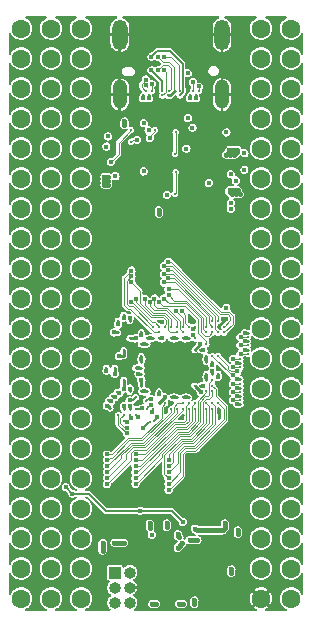
<source format=gbr>
%TF.GenerationSoftware,KiCad,Pcbnew,(5.99.0-10952-g410dbe17de)*%
%TF.CreationDate,2021-06-12T08:48:30+02:00*%
%TF.ProjectId,reDIP-64,72654449-502d-4363-942e-6b696361645f,0.2*%
%TF.SameCoordinates,PX594fc50PY8e9a590*%
%TF.FileFunction,Copper,L2,Inr*%
%TF.FilePolarity,Positive*%
%FSLAX46Y46*%
G04 Gerber Fmt 4.6, Leading zero omitted, Abs format (unit mm)*
G04 Created by KiCad (PCBNEW (5.99.0-10952-g410dbe17de)) date 2021-06-12 08:48:30*
%MOMM*%
%LPD*%
G01*
G04 APERTURE LIST*
%TA.AperFunction,ComponentPad*%
%ADD10R,1.000000X1.000000*%
%TD*%
%TA.AperFunction,ComponentPad*%
%ADD11O,1.000000X1.000000*%
%TD*%
%TA.AperFunction,ComponentPad*%
%ADD12O,1.300000X2.600000*%
%TD*%
%TA.AperFunction,ComponentPad*%
%ADD13O,1.200000X2.500000*%
%TD*%
%TA.AperFunction,ComponentPad*%
%ADD14C,1.600000*%
%TD*%
%TA.AperFunction,ViaPad*%
%ADD15C,0.250000*%
%TD*%
%TA.AperFunction,ViaPad*%
%ADD16C,0.400000*%
%TD*%
%TA.AperFunction,Conductor*%
%ADD17C,0.250000*%
%TD*%
%TA.AperFunction,Conductor*%
%ADD18C,0.400000*%
%TD*%
%TA.AperFunction,Conductor*%
%ADD19C,0.200000*%
%TD*%
%TA.AperFunction,Conductor*%
%ADD20C,0.100000*%
%TD*%
%TA.AperFunction,Conductor*%
%ADD21C,0.150000*%
%TD*%
%TA.AperFunction,Conductor*%
%ADD22C,0.080000*%
%TD*%
G04 APERTURE END LIST*
D10*
%TO.N,/Config_Memory/TMS*%
%TO.C,J7*%
X9210000Y3470000D03*
D11*
%TO.N,/Config_Memory/TCK*%
X10480000Y3470000D03*
%TO.N,/Config_Memory/TDI*%
X9210000Y2200000D03*
%TO.N,GND*%
X10480000Y2200000D03*
%TO.N,/Config_Memory/TDO*%
X9210000Y930000D03*
%TO.N,+3V3*%
X10480000Y930000D03*
%TD*%
D12*
%TO.N,GND*%
%TO.C,J1*%
X18290000Y49000000D03*
D13*
X9650000Y43950000D03*
X18290000Y43950000D03*
D12*
X9650000Y49000000D03*
%TD*%
D14*
%TO.N,/FPGA_IO/\u00D81_IN*%
%TO.C,J2*%
X6350000Y49530000D03*
%TO.N,/FPGA_IO/RDY*%
X6350000Y46990000D03*
%TO.N,/FPGA_IO/~IRQ~*%
X6350000Y44450000D03*
%TO.N,/FPGA_IO/~NMI~*%
X6350000Y41910000D03*
%TO.N,/FPGA_IO/AEC*%
X6350000Y39370000D03*
%TO.N,VCC*%
X6350000Y36830000D03*
%TO.N,/FPGA_IO/A0*%
X6350000Y34290000D03*
%TO.N,/FPGA_IO/A1*%
X6350000Y31750000D03*
%TO.N,/FPGA_IO/A2*%
X6350000Y29210000D03*
%TO.N,/FPGA_IO/A3*%
X6350000Y26670000D03*
%TO.N,/FPGA_IO/A4*%
X6350000Y24130000D03*
%TO.N,/FPGA_IO/A5*%
X6350000Y21590000D03*
%TO.N,/FPGA_IO/A6*%
X6350000Y19050000D03*
%TO.N,/FPGA_IO/A7*%
X6350000Y16510000D03*
%TO.N,/FPGA_IO/A8*%
X6350000Y13970000D03*
%TO.N,/FPGA_IO/A9*%
X6350000Y11430000D03*
%TO.N,/FPGA_IO/A10*%
X6350000Y8890000D03*
%TO.N,/FPGA_IO/A11*%
X6350000Y6350000D03*
%TO.N,/FPGA_IO/A12*%
X6350000Y3810000D03*
%TO.N,/FPGA_IO/A13*%
X6350000Y1270000D03*
%TD*%
%TO.N,/FPGA_IO/~RES~*%
%TO.C,J6*%
X21590000Y49530000D03*
%TO.N,/FPGA_IO/\u00D82_OUT*%
X21590000Y46990000D03*
%TO.N,/FPGA_IO/R_W*%
X21590000Y44450000D03*
%TO.N,/FPGA_IO/D0*%
X21590000Y41910000D03*
%TO.N,/FPGA_IO/D1*%
X21590000Y39370000D03*
%TO.N,/FPGA_IO/D2*%
X21590000Y36830000D03*
%TO.N,/FPGA_IO/D3*%
X21590000Y34290000D03*
%TO.N,/FPGA_IO/D4*%
X21590000Y31750000D03*
%TO.N,/FPGA_IO/D5*%
X21590000Y29210000D03*
%TO.N,/FPGA_IO/D6*%
X21590000Y26670000D03*
%TO.N,/FPGA_IO/D7*%
X21590000Y24130000D03*
%TO.N,/FPGA_IO/P0*%
X21590000Y21590000D03*
%TO.N,/FPGA_IO/P1*%
X21590000Y19050000D03*
%TO.N,/FPGA_IO/P2*%
X21590000Y16510000D03*
%TO.N,/FPGA_IO/P3*%
X21590000Y13970000D03*
%TO.N,/FPGA_IO/P4*%
X21590000Y11430000D03*
%TO.N,/FPGA_IO/P5*%
X21590000Y8890000D03*
%TO.N,/FPGA_IO/A15*%
X21590000Y6350000D03*
%TO.N,/FPGA_IO/A14*%
X21590000Y3810000D03*
%TO.N,GND*%
X21590000Y1270000D03*
%TD*%
%TO.N,+5V*%
%TO.C,J4*%
X24130000Y49530000D03*
%TO.N,+3V3*%
X24130000Y46990000D03*
%TO.N,/Audio/EXT_IN_2*%
X24130000Y44450000D03*
%TO.N,/Audio/AUDIO_OUT_2*%
X24130000Y41910000D03*
%TO.N,/Audio/AUDIO_OUT*%
X24130000Y39370000D03*
%TO.N,/Audio/EXT_IN*%
X24130000Y36830000D03*
%TO.N,/FPGA_IO/POT_X*%
X24130000Y34290000D03*
%TO.N,/FPGA_IO/POT_Y*%
X24130000Y31750000D03*
%TO.N,/FPGA_IO/BA*%
X24130000Y29210000D03*
%TO.N,/FPGA_IO/COLOR*%
X24130000Y26670000D03*
%TO.N,/FPGA_IO/SYNC_LUM*%
X24130000Y24130000D03*
%TO.N,/FPGA_IO/DOT_CLOCK*%
X24130000Y21590000D03*
%TO.N,/FPGA_IO/~DMA~*%
X24130000Y19050000D03*
%TO.N,/FPGA_IO/~IO1~*%
X24130000Y16510000D03*
%TO.N,/FPGA_IO/~IO2~*%
X24130000Y13970000D03*
%TO.N,/FPGA_IO/~ROML~*%
X24130000Y11430000D03*
%TO.N,/FPGA_IO/~ROMH~*%
X24130000Y8890000D03*
%TO.N,/FPGA_IO/~GAME~*%
X24130000Y6350000D03*
%TO.N,/FPGA_IO/~EXROM~*%
X24130000Y3810000D03*
%TO.N,/FPGA_IO/~MENU~*%
X24130000Y1270000D03*
%TD*%
%TO.N,/FPGA_IO/CIA1_CNT*%
%TO.C,J3*%
X1270000Y49530000D03*
%TO.N,/FPGA_IO/CIA1_SP*%
X1270000Y46990000D03*
%TO.N,/FPGA_IO/CIA1_PA0*%
X1270000Y44450000D03*
%TO.N,/FPGA_IO/CIA1_PA1*%
X1270000Y41910000D03*
%TO.N,/FPGA_IO/CIA1_PA2*%
X1270000Y39370000D03*
%TO.N,/FPGA_IO/CIA1_PA3*%
X1270000Y36830000D03*
%TO.N,/FPGA_IO/CIA1_PA4*%
X1270000Y34290000D03*
%TO.N,/FPGA_IO/CIA1_PA5*%
X1270000Y31750000D03*
%TO.N,/FPGA_IO/CIA1_PA6*%
X1270000Y29210000D03*
%TO.N,/FPGA_IO/CIA1_PA7*%
X1270000Y26670000D03*
%TO.N,/FPGA_IO/CIA1_PB0*%
X1270000Y24130000D03*
%TO.N,/FPGA_IO/CIA1_PB1*%
X1270000Y21590000D03*
%TO.N,/FPGA_IO/CIA1_PB2*%
X1270000Y19050000D03*
%TO.N,/FPGA_IO/CIA1_PB3*%
X1270000Y16510000D03*
%TO.N,/FPGA_IO/CIA1_PB4*%
X1270000Y13970000D03*
%TO.N,/FPGA_IO/CIA1_PB5*%
X1270000Y11430000D03*
%TO.N,/FPGA_IO/CIA1_PB6*%
X1270000Y8890000D03*
%TO.N,/FPGA_IO/CIA1_PB7*%
X1270000Y6350000D03*
%TO.N,/FPGA_IO/CIA1_~PC~_TOD*%
X1270000Y3810000D03*
%TO.N,/FPGA_IO/CIA1_~FLAG~*%
X1270000Y1270000D03*
%TD*%
%TO.N,/FPGA_IO/CIA2_CNT*%
%TO.C,J5*%
X3810000Y49530000D03*
%TO.N,/FPGA_IO/CIA2_SP*%
X3810000Y46990000D03*
%TO.N,/FPGA_IO/CIA2_PA0*%
X3810000Y44450000D03*
%TO.N,/FPGA_IO/CIA2_PA1*%
X3810000Y41910000D03*
%TO.N,/FPGA_IO/CIA2_PA2*%
X3810000Y39370000D03*
%TO.N,/FPGA_IO/CIA2_PA3*%
X3810000Y36830000D03*
%TO.N,/FPGA_IO/CIA2_PA4*%
X3810000Y34290000D03*
%TO.N,/FPGA_IO/CIA2_PA5*%
X3810000Y31750000D03*
%TO.N,/FPGA_IO/CIA2_PA6*%
X3810000Y29210000D03*
%TO.N,/FPGA_IO/CIA2_PA7*%
X3810000Y26670000D03*
%TO.N,/FPGA_IO/CIA2_PB0*%
X3810000Y24130000D03*
%TO.N,/FPGA_IO/CIA2_PB1*%
X3810000Y21590000D03*
%TO.N,/FPGA_IO/CIA2_PB2*%
X3810000Y19050000D03*
%TO.N,/FPGA_IO/CIA2_PB3*%
X3810000Y16510000D03*
%TO.N,/FPGA_IO/CIA2_PB4*%
X3810000Y13970000D03*
%TO.N,/FPGA_IO/CIA2_PB5*%
X3810000Y11430000D03*
%TO.N,/FPGA_IO/CIA2_PB6*%
X3810000Y8890000D03*
%TO.N,/FPGA_IO/CIA2_PB7*%
X3810000Y6350000D03*
%TO.N,/FPGA_IO/CIA2_~PC~*%
X3810000Y3810000D03*
%TO.N,/FPGA_IO/CIA2_~FLAG~*%
X3810000Y1270000D03*
%TD*%
D15*
%TO.N,GND*%
X13470000Y17300000D03*
X14970000Y16800000D03*
D16*
X17220000Y810000D03*
X8570000Y15550000D03*
X14810000Y4610000D03*
X14250000Y7630000D03*
X19080000Y1240000D03*
D15*
X13470000Y19300000D03*
X14470000Y20300000D03*
X13470000Y22800000D03*
X15970000Y18800000D03*
X12470000Y19300000D03*
X12470000Y22800000D03*
X11970000Y21800000D03*
X12970000Y24800000D03*
X10470000Y21300000D03*
X10470000Y21800000D03*
X9970000Y24300000D03*
X9970000Y23800000D03*
X10470000Y23800000D03*
X10470000Y19800000D03*
X10470000Y20300000D03*
X9470000Y17800000D03*
X9970000Y20800000D03*
X9970000Y20300000D03*
X10970000Y24800000D03*
X9470000Y22300000D03*
D16*
X18140000Y39250000D03*
X12860000Y37100000D03*
X17800000Y35850000D03*
X17800000Y39250000D03*
X16040000Y40220000D03*
X15690000Y40220000D03*
X16040000Y36820000D03*
X15690000Y36820000D03*
X15340000Y36820000D03*
X13000000Y39920000D03*
X8590000Y42220000D03*
X8580000Y38680000D03*
X15770000Y13440000D03*
X12860000Y40500000D03*
X15770000Y9650000D03*
D15*
X14470000Y19300000D03*
D16*
X8180000Y6920000D03*
D15*
X16470000Y21300000D03*
D16*
X20240000Y5040000D03*
D15*
X15470000Y20300000D03*
X9970000Y23300000D03*
X14970000Y21800000D03*
X14970000Y18800000D03*
X9970000Y18300000D03*
X15970000Y22800000D03*
X11470000Y22300000D03*
X10470000Y22800000D03*
X14970000Y19300000D03*
X12470000Y18800000D03*
X14470000Y18800000D03*
D16*
X8060000Y41660000D03*
X12170000Y31950000D03*
D15*
X14470000Y22300000D03*
X13470000Y19800000D03*
X11970000Y20300000D03*
D16*
X17460000Y39250000D03*
X16310000Y3510000D03*
D15*
X15470000Y22800000D03*
D16*
X16570000Y33850000D03*
X12850000Y7630000D03*
D15*
X12470000Y19800000D03*
D16*
X15340000Y40220000D03*
D15*
X14970000Y21300000D03*
X12970000Y21300000D03*
X14470000Y21300000D03*
X12970000Y19300000D03*
X14970000Y20300000D03*
X12470000Y20300000D03*
D16*
X17460000Y35850000D03*
D15*
X12470000Y22300000D03*
D16*
X11370000Y7750000D03*
D15*
X11970000Y21300000D03*
X11970000Y22300000D03*
X15970000Y21800000D03*
X13470000Y22300000D03*
D16*
X14810000Y3510000D03*
D15*
X13470000Y21800000D03*
X13470000Y20300000D03*
X12970000Y21800000D03*
D16*
X17890000Y7630000D03*
D15*
X11970000Y19800000D03*
D16*
X19370000Y27950000D03*
X12170000Y27950000D03*
D15*
X10470000Y24300000D03*
X14970000Y22800000D03*
X12970000Y19800000D03*
X15470000Y19800000D03*
X14970000Y22300000D03*
X9970000Y21300000D03*
D16*
X16570000Y27950000D03*
D15*
X15470000Y22300000D03*
X12970000Y20300000D03*
X12970000Y22800000D03*
X15470000Y18800000D03*
D16*
X8160000Y42100000D03*
D15*
X16470000Y19800000D03*
D16*
X13580000Y39800000D03*
D15*
X12470000Y21800000D03*
X15470000Y21800000D03*
X14970000Y19800000D03*
X15470000Y21300000D03*
D16*
X8150000Y38800000D03*
D15*
X10970000Y17800000D03*
D16*
X13310000Y3510000D03*
D15*
X17970000Y24300000D03*
X16470000Y20300000D03*
X13470000Y18800000D03*
D16*
X13580000Y36400000D03*
D15*
X17970000Y17300000D03*
X15970000Y20300000D03*
X10470000Y22300000D03*
X12970000Y22300000D03*
X14470000Y19800000D03*
D16*
X13000000Y36520000D03*
X18140000Y35850000D03*
D15*
X15470000Y24800000D03*
D16*
X8050000Y39240000D03*
D15*
X15970000Y19800000D03*
X16470000Y21800000D03*
D16*
X14810000Y2310000D03*
D15*
X12470000Y21300000D03*
X14470000Y22800000D03*
X14470000Y21800000D03*
X11970000Y19300000D03*
X13470000Y21300000D03*
X15970000Y21300000D03*
X15970000Y18300000D03*
X15470000Y19300000D03*
D16*
X17540000Y1520000D03*
X14510000Y3510000D03*
X13970000Y17800000D03*
X14890000Y16560000D03*
X15540000Y4790000D03*
X18070000Y17070000D03*
X13970000Y21800000D03*
X13220000Y19800000D03*
X14720000Y19800000D03*
X13970000Y19800000D03*
X10970000Y24550000D03*
X9410000Y25230000D03*
X13190000Y24670000D03*
X11590000Y43120000D03*
X15870000Y24720000D03*
X18650000Y24980000D03*
X13220000Y21270000D03*
X14120000Y20330000D03*
X13220000Y20330000D03*
X9220000Y21250000D03*
X9390000Y23360000D03*
X12090000Y43120000D03*
X8970000Y24520000D03*
X15590000Y43120000D03*
X14720000Y20330000D03*
X12720000Y21800000D03*
X16140000Y46950000D03*
X11840000Y44710000D03*
X16090000Y43120000D03*
X14720000Y21270000D03*
X13220000Y21800000D03*
X12720000Y21270000D03*
X8520000Y21250000D03*
X12220000Y46570000D03*
X14120000Y21270000D03*
X16330000Y45130000D03*
X12720000Y20330000D03*
%TO.N,+3V3*%
X18530000Y7630000D03*
X18920000Y39250000D03*
X19600000Y39250000D03*
X16000000Y7180000D03*
X19260000Y39250000D03*
D15*
X11470000Y18800000D03*
D16*
X13610000Y7630000D03*
D15*
X14970000Y23300000D03*
X14970000Y18300000D03*
X11970000Y23300000D03*
X16470000Y22300000D03*
X12970000Y18800000D03*
X16470000Y19300000D03*
X12470000Y23300000D03*
D16*
X12210000Y7630000D03*
D15*
X15470000Y18300000D03*
X15470000Y23300000D03*
X11970000Y18800000D03*
D16*
X12080000Y40900000D03*
X12970000Y18550000D03*
X17170000Y36460000D03*
X15220000Y18300000D03*
X18660000Y38850000D03*
X19340000Y38850000D03*
X19000000Y38850000D03*
X8500000Y39540000D03*
X15410000Y41960000D03*
X9260000Y37040000D03*
X13610000Y7330000D03*
X18530000Y7230000D03*
X12210000Y7250000D03*
X16720000Y19300000D03*
X13610000Y35460000D03*
X18650000Y25880000D03*
X15220000Y23300000D03*
X16720000Y22300000D03*
X15390000Y45750000D03*
X12220000Y23300000D03*
X11720000Y18800000D03*
D15*
%TO.N,+1V2*%
X12970000Y17800000D03*
X11470000Y21800000D03*
X13970000Y18300000D03*
X9970000Y21800000D03*
X9970000Y19800000D03*
D16*
X18930000Y35850000D03*
X19610000Y35850000D03*
D15*
X11470000Y20300000D03*
D16*
X19270000Y35850000D03*
D15*
X16970000Y19800000D03*
X9970000Y22300000D03*
X14470000Y18300000D03*
X11470000Y21300000D03*
X16970000Y21800000D03*
X14470000Y23300000D03*
X16970000Y20300000D03*
X10470000Y23300000D03*
X16970000Y21300000D03*
X13970000Y23300000D03*
X12970000Y23300000D03*
D16*
X9970000Y19050000D03*
X15270000Y39360000D03*
X9550000Y21800000D03*
X11220000Y20300000D03*
X19780000Y35490000D03*
X13470000Y18300000D03*
X19100000Y35490000D03*
X14220000Y23300000D03*
X10970000Y23300000D03*
X19440000Y35490000D03*
X14220000Y18300000D03*
X16970000Y21550000D03*
X13220000Y23300000D03*
X11470000Y21550000D03*
X16970000Y20050000D03*
%TO.N,VBUS*%
X10030000Y41660000D03*
X10030000Y41350000D03*
%TO.N,+5V*%
X8640000Y36970000D03*
X12970000Y33850000D03*
X8640000Y36320000D03*
X14970000Y7750000D03*
X8640000Y36640000D03*
X8340000Y36320000D03*
X12970000Y34150000D03*
X5620000Y10150000D03*
X5080000Y10690000D03*
X11370000Y8690000D03*
X8340000Y36970000D03*
X8650000Y40400000D03*
X8340000Y36640000D03*
D15*
%TO.N,/Audio/I2C_SDA*%
X17470000Y21300000D03*
D16*
X17470000Y21050000D03*
D15*
%TO.N,/Audio/I2C_SCL*%
X17470000Y20300000D03*
D16*
X17470000Y20550000D03*
D15*
%TO.N,/USB_DisplayPort/RX1+*%
X16340000Y44280000D03*
D16*
X16340000Y44630000D03*
D15*
%TO.N,/USB_DisplayPort/TX2-*%
X12340000Y44280000D03*
D16*
X12340000Y44830000D03*
D15*
%TO.N,/USB_DisplayPort/SBU2*%
X14700000Y44280000D03*
D16*
X13410000Y47150000D03*
D15*
%TO.N,/USB_DisplayPort/CC2*%
X13200000Y44280000D03*
D16*
X12310000Y45990000D03*
D15*
%TO.N,/USB_DisplayPort/TX2+*%
X11840000Y44280000D03*
D16*
X11840000Y45210000D03*
D15*
%TO.N,/USB_DisplayPort/RX1-*%
X15840000Y44280000D03*
D16*
X15840000Y45010000D03*
D15*
%TO.N,/USB_DisplayPort/D-*%
X14340000Y44280000D03*
X13690000Y43870000D03*
D16*
X12860000Y47150000D03*
D15*
%TO.N,/USB_DisplayPort/D+*%
X13840000Y44280000D03*
D16*
X12860000Y45990000D03*
D15*
%TO.N,/USB_DisplayPort/RX2-*%
X12090000Y43870000D03*
D16*
X12090000Y43620000D03*
D15*
%TO.N,/USB_DisplayPort/RX2+*%
X11590000Y43870000D03*
D16*
X11590000Y43620000D03*
D15*
%TO.N,/USB_DisplayPort/TX1+*%
X16090000Y43870000D03*
D16*
X16090000Y43620000D03*
D15*
%TO.N,/USB_DisplayPort/TX1-*%
X15590000Y43870000D03*
D16*
X15590000Y43620000D03*
D15*
%TO.N,/USB_DisplayPort/CC1*%
X14740000Y43870000D03*
D16*
X12310000Y47150000D03*
D15*
%TO.N,/USB_DisplayPort/SBU1*%
X13250000Y43870000D03*
D16*
X13410000Y45990000D03*
%TO.N,/Audio/EXT_IN_2*%
X20190000Y38980000D03*
%TO.N,/Audio/EXT_IN*%
X19040000Y34260000D03*
%TO.N,/Audio/AUDIO_OUT_2*%
X20190000Y37580000D03*
%TO.N,/Audio/AUDIO_OUT*%
X19040000Y34760000D03*
D15*
%TO.N,/FPGA_IO/I2_~FLAG~*%
X14970000Y17300000D03*
D16*
X8570000Y11470000D03*
D15*
%TO.N,/FPGA_IO/I2_PB6*%
X13470000Y17800000D03*
D16*
X8570000Y13470000D03*
D15*
%TO.N,/FPGA_IO/I2_~PC~*%
X14970000Y17800000D03*
D16*
X8570000Y12470000D03*
D15*
%TO.N,/FPGA_IO/I2_PB7*%
X13970000Y17300000D03*
D16*
X8570000Y12970000D03*
D15*
%TO.N,/FPGA_IO/I2_PB5*%
X15970000Y17300000D03*
D16*
X10970000Y12470000D03*
D15*
%TO.N,/FPGA_IO/I2_PB4*%
X16970000Y18800000D03*
D16*
X10970000Y11970000D03*
D15*
%TO.N,/FPGA_IO/I2_PB0*%
X17470000Y17300000D03*
D16*
X13770000Y12470000D03*
D15*
%TO.N,/FPGA_IO/I2_PB3*%
X17470000Y19800000D03*
D16*
X10970000Y11470000D03*
D15*
%TO.N,/FPGA_IO/I2_PB2*%
X17470000Y18800000D03*
D16*
X10970000Y10970000D03*
D15*
%TO.N,/FPGA_IO/I2_PA7*%
X17970000Y24800000D03*
D16*
X13720000Y29090000D03*
D15*
%TO.N,/FPGA_IO/I2_PA5*%
X17470000Y24300000D03*
D16*
X13360000Y28040000D03*
D15*
%TO.N,/FPGA_IO/I2_PB1*%
X16970000Y17800000D03*
D16*
X13770000Y12970000D03*
D15*
%TO.N,/FPGA_IO/I2_PA6*%
X17970000Y23800000D03*
D16*
X13360000Y28740000D03*
D15*
%TO.N,/FPGA_IO/I2_PA1*%
X16970000Y23800000D03*
D16*
X13770000Y26970000D03*
D15*
%TO.N,/FPGA_IO/I2_PA2*%
X16970000Y22800000D03*
D16*
X12970000Y26370000D03*
D15*
%TO.N,/FPGA_IO/I2_PA3*%
X14970000Y23800000D03*
D16*
X12570000Y26670000D03*
D15*
%TO.N,/FPGA_IO/I2_PA4*%
X17470000Y23800000D03*
D16*
X13370000Y26670000D03*
D15*
%TO.N,/FPGA_IO/I2_CNT*%
X12470000Y24300000D03*
D16*
X10620000Y28540000D03*
D15*
%TO.N,/FPGA_IO/I2_SP*%
X12970000Y23800000D03*
D16*
X10620000Y29040000D03*
D15*
%TO.N,/FPGA_IO/I2_PA0*%
X16970000Y24300000D03*
D16*
X13770000Y27470000D03*
D15*
%TO.N,/Audio/I2S_LRCLK*%
X19850000Y21220000D03*
D16*
X19600000Y21220000D03*
D15*
%TO.N,/Audio/I2S_MCLK*%
X19850000Y21570000D03*
D16*
X19240000Y21570000D03*
D15*
%TO.N,/Audio/I2S_SCLK*%
X19850000Y20870000D03*
D16*
X19240000Y20870000D03*
D15*
%TO.N,/Audio/I2S_DIN*%
X17470000Y21800000D03*
D16*
X19240000Y20170000D03*
D15*
%TO.N,/Audio/I2S_DOUT*%
X17970000Y21800000D03*
D16*
X19600000Y20520000D03*
D15*
%TO.N,/FPGA_IO/I_\u00D81_IN*%
X14470000Y23800000D03*
D16*
X10620000Y28040000D03*
D15*
%TO.N,/FPGA_IO/I_RDY*%
X14470000Y24300000D03*
D16*
X12170000Y26370000D03*
D15*
%TO.N,/FPGA_IO/I_~IRQ~*%
X13970000Y24300000D03*
D16*
X11770000Y26670000D03*
D15*
%TO.N,/FPGA_IO/I_~NMI~*%
X13470000Y24300000D03*
D16*
X10970000Y26670000D03*
D15*
%TO.N,/FPGA_IO/I_AEC*%
X12970000Y24300000D03*
D16*
X10570000Y26370000D03*
D15*
%TO.N,/FPGA_IO/I_A4*%
X17470000Y17800000D03*
D16*
X13770000Y11970000D03*
D15*
%TO.N,/FPGA_IO/I_A2*%
X17470000Y24800000D03*
D16*
X13720000Y28390000D03*
D15*
%TO.N,/FPGA_IO/I_~IO1~*%
X17470000Y19300000D03*
D16*
X13770000Y10470000D03*
D15*
%TO.N,/FPGA_IO/I_~IO2~*%
X19850000Y19470000D03*
D16*
X19240000Y19470000D03*
D15*
%TO.N,/FPGA_IO/I_~ROML~*%
X19850000Y19120000D03*
D16*
X19600000Y19120000D03*
D15*
%TO.N,/FPGA_IO/I_~ROMH~*%
X19850000Y18770000D03*
D16*
X19240000Y18770000D03*
D15*
%TO.N,/FPGA_IO/I_D3*%
X20470000Y23750000D03*
D16*
X20220000Y23750000D03*
D15*
%TO.N,/FPGA_IO/I_D1*%
X20470000Y23050000D03*
D16*
X20220000Y23050000D03*
D15*
%TO.N,/FPGA_IO/I_D2*%
X20470000Y23400000D03*
D16*
X19860000Y23400000D03*
D15*
%TO.N,/FPGA_IO/I_D0*%
X20470000Y22700000D03*
D16*
X19860000Y22700000D03*
D15*
%TO.N,/FPGA_IO/I_D7*%
X18470000Y24300000D03*
D16*
X13360000Y29440000D03*
D15*
%TO.N,/FPGA_IO/I_D4*%
X20470000Y22350000D03*
D16*
X20220000Y22350000D03*
D15*
%TO.N,/FPGA_IO/I_D5*%
X20470000Y22000000D03*
D16*
X19860000Y22000000D03*
D15*
%TO.N,/FPGA_IO/I_A12*%
X15470000Y17800000D03*
D16*
X8570000Y10970000D03*
D15*
%TO.N,/FPGA_IO/I_A10*%
X15970000Y17800000D03*
D16*
X10970000Y12970000D03*
D15*
%TO.N,/FPGA_IO/I_A11*%
X14470000Y17300000D03*
D16*
X8570000Y11970000D03*
D15*
%TO.N,/FPGA_IO/I_DOT_CLOCK*%
X16970000Y17300000D03*
D16*
X13770000Y11470000D03*
D15*
%TO.N,/FPGA_IO/I_~DMA~*%
X17970000Y17800000D03*
D16*
X13770000Y10970000D03*
D15*
%TO.N,/FPGA_IO/I_D6*%
X18470000Y23800000D03*
D16*
X13720000Y29790000D03*
D15*
%TO.N,/FPGA_IO/I_A14*%
X19850000Y18420000D03*
D16*
X19600000Y18420000D03*
D15*
%TO.N,/FPGA_IO/I_A15*%
X19850000Y18070000D03*
D16*
X19240000Y18070000D03*
D15*
%TO.N,/FPGA_IO/I_A13*%
X15470000Y17300000D03*
D16*
X10970000Y13470000D03*
%TO.N,/USB_DisplayPort/USB_~FLIP~*%
X11670000Y37440000D03*
X11670000Y41520000D03*
D15*
%TO.N,/USB_DisplayPort/CLK-*%
X10470000Y24800000D03*
D16*
X9980000Y6000000D03*
X10470000Y25050000D03*
X9180000Y6000000D03*
%TO.N,/USB_DisplayPort/CLK+*%
X8180000Y5320000D03*
D15*
X9970000Y25300000D03*
D16*
X8180000Y6000000D03*
X9970000Y25050000D03*
D15*
%TO.N,+2V5*%
X11470000Y23800000D03*
X11470000Y19300000D03*
X11470000Y22800000D03*
X11970000Y22800000D03*
X15970000Y22300000D03*
X15970000Y19300000D03*
D16*
X11470000Y19800000D03*
X11470000Y23550000D03*
X11720000Y22800000D03*
X16490000Y18780000D03*
X16470000Y22800000D03*
D15*
%TO.N,/Power/~FAULT~*%
X10590000Y40940000D03*
D16*
X8900000Y38240000D03*
D15*
%TO.N,/Power/EN_SNK*%
X12590000Y40940000D03*
D16*
X12180000Y40260000D03*
D15*
%TO.N,/Power/EN_SRC*%
X10590000Y39960000D03*
D16*
X11100000Y40100000D03*
D15*
%TO.N,/FPGA_IO/~ALERT~*%
X17970000Y20300000D03*
D16*
X17970000Y20050000D03*
D15*
%TO.N,VCCA*%
X11470000Y20800000D03*
X10970000Y20800000D03*
D16*
X11220000Y20800000D03*
D15*
%TO.N,Net-(C32-Pad1)*%
X14310000Y38950000D03*
X14360000Y40770000D03*
%TO.N,Net-(C33-Pad1)*%
X14310000Y35550000D03*
X14360000Y37370000D03*
%TO.N,/USB_DisplayPort/ML0-*%
X9200000Y20820000D03*
D16*
X9200000Y20310000D03*
D15*
%TO.N,/USB_DisplayPort/ML0+*%
X8500000Y20820000D03*
D16*
X8500000Y20570000D03*
D15*
%TO.N,/USB_DisplayPort/ML1-*%
X9470000Y24800000D03*
D16*
X9470000Y24480000D03*
D15*
%TO.N,/USB_DisplayPort/ML1+*%
X9470000Y23800000D03*
D16*
X9150000Y23800000D03*
D15*
%TO.N,/FPGA_IO/USB_D+*%
X14970000Y24300000D03*
D16*
X14430000Y25580000D03*
D15*
%TO.N,/FPGA_IO/USB_D-*%
X15470000Y24300000D03*
D16*
X14930000Y25580000D03*
D15*
%TO.N,/FPGA_IO/DP_AUX+*%
X15970000Y23300000D03*
D16*
X15870000Y23550000D03*
D15*
%TO.N,/FPGA_IO/DP_AUX-*%
X15970000Y24300000D03*
D16*
X15870000Y24050000D03*
D15*
%TO.N,/Config_Memory/TMS*%
X9010000Y18410000D03*
D16*
X9250000Y18330000D03*
D15*
%TO.N,/Config_Memory/TCK*%
X9370000Y18770000D03*
D16*
X9610000Y18690000D03*
D15*
%TO.N,/Config_Memory/TDI*%
X8650000Y18050000D03*
D16*
X8890000Y17970000D03*
D15*
%TO.N,/Config_Memory/TDO*%
X8830000Y17380000D03*
D16*
X8530000Y17610000D03*
D15*
%TO.N,/Config_Memory/RAM_~CS~*%
X9470000Y16800000D03*
D16*
X12340000Y6670000D03*
X10220000Y15250000D03*
%TO.N,/Config_Memory/MEM_CLK*%
X14940000Y5960000D03*
X14540000Y5560000D03*
%TO.N,Net-(C66-Pad2)*%
X19050000Y37190000D03*
X15790000Y41140000D03*
%TO.N,/Config_Memory/FLASH_~CS~*%
X12400000Y810000D03*
D15*
X9970000Y16800000D03*
D16*
X12700000Y810000D03*
X10220000Y15750000D03*
D15*
%TO.N,/Config_Memory/~BOOT~*%
X10970000Y18300000D03*
D16*
X10470000Y18050000D03*
%TO.N,/Config_Memory/~BTN~*%
X19080000Y3440000D03*
D15*
X10470000Y17300000D03*
D16*
X10470000Y17550000D03*
X19080000Y3740000D03*
%TO.N,/Config_Memory/MEM_IO0*%
X16210000Y6210000D03*
D15*
X9970000Y16300000D03*
D16*
X10220000Y16250000D03*
X15540000Y6210000D03*
%TO.N,/Config_Memory/MEM_IO1*%
X14680000Y810000D03*
D15*
X10470000Y16800000D03*
D16*
X14980000Y810000D03*
X10600000Y16590000D03*
%TO.N,/Config_Memory/MEM_IO2*%
X15950000Y810000D03*
D15*
X10970000Y16800000D03*
D16*
X15950000Y1110000D03*
X11150000Y16620000D03*
D15*
%TO.N,/Config_Memory/MEM_IO3*%
X12170000Y16200000D03*
D16*
X14680000Y6460000D03*
X11580000Y15700000D03*
X14540000Y6730000D03*
D15*
%TO.N,/Config_Memory/MEM_IO4*%
X12500000Y16330000D03*
D16*
X12750000Y16680000D03*
D15*
%TO.N,/Config_Memory/RWDS*%
X10970000Y17300000D03*
D16*
X11540000Y17370000D03*
D15*
%TO.N,/Config_Memory/MEM_IO5*%
X12470000Y17300000D03*
D16*
X12350000Y17080000D03*
D15*
%TO.N,/Config_Memory/MEM_IO6*%
X11970000Y17300000D03*
D16*
X12240000Y17660000D03*
D15*
%TO.N,/Config_Memory/MEM_IO7*%
X11870000Y18010000D03*
D16*
X12240000Y18170000D03*
%TO.N,Net-(C67-Pad2)*%
X18660000Y40740000D03*
X19470000Y36660000D03*
%TO.N,/Config_Memory/LED*%
X19630000Y6740000D03*
D15*
X19850000Y19820000D03*
D16*
X19630000Y7040000D03*
X19600000Y19820000D03*
D15*
%TO.N,Net-(R20-Pad1)*%
X9970000Y17300000D03*
D16*
X9970000Y17550000D03*
D15*
%TO.N,/FPGA_IO/I_~MENU~*%
X19850000Y17720000D03*
D16*
X19600000Y17720000D03*
D15*
%TO.N,Net-(R22-Pad1)*%
X10470000Y18800000D03*
D16*
X10470000Y19050000D03*
%TD*%
D17*
%TO.N,GND*%
X14890000Y16560000D02*
X14890000Y16720000D01*
X15470000Y24800000D02*
X15790000Y24800000D01*
X18650000Y24980000D02*
X17994520Y24324520D01*
X18070000Y17200000D02*
X17990000Y17280000D01*
X13190000Y24670000D02*
X13100000Y24670000D01*
X15790000Y24800000D02*
X15870000Y24720000D01*
X18070000Y17070000D02*
X18070000Y17200000D01*
X13100000Y24670000D02*
X12970000Y24800000D01*
D18*
X14810000Y3510000D02*
X14510000Y3510000D01*
D17*
X14890000Y16720000D02*
X14970000Y16800000D01*
%TO.N,+3V3*%
X15220000Y23300000D02*
X14970000Y23300000D01*
D18*
X18920000Y39250000D02*
X18920000Y39110000D01*
D17*
X16470000Y22300000D02*
X16720000Y22300000D01*
X11470000Y18800000D02*
X11720000Y18800000D01*
X11970000Y18800000D02*
X11720000Y18800000D01*
X15220000Y18300000D02*
X14970000Y18300000D01*
D18*
X19260000Y39110000D02*
X19000000Y38850000D01*
X12210000Y7630000D02*
X12210000Y7250000D01*
X19600000Y39250000D02*
X19600000Y39110000D01*
X19600000Y39110000D02*
X19340000Y38850000D01*
X18340000Y7040000D02*
X16140000Y7040000D01*
D17*
X12970000Y18550000D02*
X12970000Y18800000D01*
X15220000Y18300000D02*
X15470000Y18300000D01*
D18*
X16140000Y7040000D02*
X16000000Y7180000D01*
X13610000Y7630000D02*
X13610000Y7330000D01*
X19260000Y39250000D02*
X19260000Y39110000D01*
D17*
X12220000Y23300000D02*
X11970000Y23300000D01*
D18*
X18530000Y7630000D02*
X18530000Y7230000D01*
D17*
X12220000Y23300000D02*
X12470000Y23300000D01*
D18*
X18920000Y39110000D02*
X18660000Y38850000D01*
D17*
X16470000Y19300000D02*
X16720000Y19300000D01*
X15220000Y23300000D02*
X15470000Y23300000D01*
D18*
X18530000Y7230000D02*
X18340000Y7040000D01*
D17*
%TO.N,+1V2*%
X12970000Y23300000D02*
X13220000Y23300000D01*
X11470000Y21300000D02*
X11470000Y21550000D01*
X13970000Y23300000D02*
X14220000Y23300000D01*
X12970000Y17800000D02*
X13470000Y18300000D01*
X16970000Y20050000D02*
X16970000Y20300000D01*
X11470000Y20300000D02*
X11220000Y20300000D01*
D18*
X19610000Y35660000D02*
X19780000Y35490000D01*
D17*
X11470000Y21800000D02*
X11470000Y21550000D01*
D18*
X19270000Y35660000D02*
X19440000Y35490000D01*
X18930000Y35850000D02*
X18930000Y35660000D01*
D17*
X16970000Y20050000D02*
X16970000Y19800000D01*
X9550000Y21800000D02*
X9970000Y21800000D01*
X14470000Y23300000D02*
X14220000Y23300000D01*
X10470000Y23300000D02*
X10970000Y23300000D01*
D18*
X19610000Y35850000D02*
X19610000Y35660000D01*
D17*
X9970000Y21800000D02*
X9970000Y22300000D01*
X14470000Y18300000D02*
X14220000Y18300000D01*
D18*
X19270000Y35850000D02*
X19270000Y35660000D01*
X18930000Y35660000D02*
X19100000Y35490000D01*
D17*
X9970000Y19800000D02*
X9970000Y19050000D01*
X16970000Y21550000D02*
X16970000Y21800000D01*
X16970000Y21550000D02*
X16970000Y21300000D01*
X13970000Y18300000D02*
X14220000Y18300000D01*
D18*
%TO.N,VBUS*%
X10030000Y41660000D02*
X10030000Y41350000D01*
%TO.N,+5V*%
X8340000Y36640000D02*
X8640000Y36640000D01*
X8340000Y36320000D02*
X8640000Y36320000D01*
D19*
X5620000Y10150000D02*
X5080000Y10690000D01*
D18*
X12970000Y34150000D02*
X12970000Y33850000D01*
D19*
X8470000Y8690000D02*
X14030000Y8690000D01*
X5620000Y10150000D02*
X7010000Y10150000D01*
D18*
X8340000Y36970000D02*
X8640000Y36970000D01*
D19*
X7010000Y10150000D02*
X8470000Y8690000D01*
X14030000Y8690000D02*
X14970000Y7750000D01*
D17*
%TO.N,/Audio/I2C_SDA*%
X17470000Y21300000D02*
X17470000Y21050000D01*
%TO.N,/Audio/I2C_SCL*%
X17470000Y20300000D02*
X17470000Y20550000D01*
D20*
%TO.N,/USB_DisplayPort/RX1+*%
X16340000Y44630000D02*
X16340000Y44280000D01*
%TO.N,/USB_DisplayPort/TX2-*%
X12340000Y44280000D02*
X12340000Y44830000D01*
%TO.N,/USB_DisplayPort/SBU2*%
X14655000Y44325000D02*
X14700000Y44280000D01*
X13410000Y47150000D02*
X13950000Y47150000D01*
X14655000Y46445000D02*
X14655000Y44325000D01*
X13950000Y47150000D02*
X14655000Y46445000D01*
D21*
%TO.N,/USB_DisplayPort/CC2*%
X13200000Y45100000D02*
X12310000Y45990000D01*
X13200000Y44280000D02*
X13200000Y45100000D01*
D20*
%TO.N,/USB_DisplayPort/TX2+*%
X11490489Y44565227D02*
X11775716Y44280000D01*
X11490489Y44860489D02*
X11490489Y44565227D01*
X11840000Y45210000D02*
X11490489Y44860489D01*
X11775716Y44280000D02*
X11840000Y44280000D01*
%TO.N,/USB_DisplayPort/RX1-*%
X15840000Y45010000D02*
X15840000Y44280000D01*
%TO.N,/USB_DisplayPort/D-*%
X14240001Y46292133D02*
X13812133Y46720001D01*
X13289999Y46720001D02*
X13812133Y46720001D01*
X12860000Y47150000D02*
X13289999Y46720001D01*
X14240001Y44379999D02*
X14240001Y46292133D01*
D17*
X13930000Y43870000D02*
X14340000Y44280000D01*
D20*
X14340000Y44280000D02*
X14240001Y44379999D01*
D17*
X13690000Y43870000D02*
X13930000Y43870000D01*
D20*
%TO.N,/USB_DisplayPort/D+*%
X13939999Y46167867D02*
X13687867Y46419999D01*
X13840000Y44280000D02*
X13939999Y44379999D01*
X13939999Y44379999D02*
X13939999Y46167867D01*
X12860000Y45990000D02*
X13289999Y46419999D01*
X13289999Y46419999D02*
X13687867Y46419999D01*
D17*
%TO.N,/USB_DisplayPort/RX2-*%
X12090000Y43620000D02*
X12090000Y43870000D01*
%TO.N,/USB_DisplayPort/RX2+*%
X11590000Y43620000D02*
X11590000Y43870000D01*
%TO.N,/USB_DisplayPort/TX1+*%
X16090000Y43620000D02*
X16090000Y43870000D01*
%TO.N,/USB_DisplayPort/TX1-*%
X15590000Y43620000D02*
X15590000Y43870000D01*
D21*
%TO.N,/USB_DisplayPort/CC1*%
X14999511Y44155937D02*
X14740000Y43896426D01*
X14955000Y46565000D02*
X14955000Y44465000D01*
X12310000Y47150000D02*
X12805000Y47645000D01*
X12805000Y47645000D02*
X13875000Y47645000D01*
X14999511Y44420489D02*
X14999511Y44155937D01*
X13875000Y47645000D02*
X14955000Y46565000D01*
X14955000Y44465000D02*
X14999511Y44420489D01*
X14740000Y43896426D02*
X14740000Y43870000D01*
D20*
%TO.N,/USB_DisplayPort/SBU1*%
X13250000Y43870000D02*
X13520000Y44140000D01*
X13520000Y44140000D02*
X13520000Y45880000D01*
X13520000Y45880000D02*
X13410000Y45990000D01*
%TO.N,/FPGA_IO/I2_~FLAG~*%
X11802296Y14065726D02*
X10731438Y14065726D01*
X10731438Y14065726D02*
X10170000Y13504288D01*
X10170000Y13504288D02*
X10170000Y13070000D01*
X14970000Y17300000D02*
X14970000Y17233430D01*
X14970000Y17233430D02*
X11802296Y14065726D01*
X10170000Y13070000D02*
X8570000Y11470000D01*
%TO.N,/FPGA_IO/I2_PB6*%
X10353768Y14865766D02*
X11470912Y14865766D01*
X11470912Y14865766D02*
X13194999Y16589853D01*
X13194999Y17524999D02*
X13470000Y17800000D01*
X8570000Y13470000D02*
X8958002Y13470000D01*
X8958002Y13470000D02*
X10353768Y14865766D01*
X13194999Y16589853D02*
X13194999Y17524999D01*
%TO.N,/FPGA_IO/I2_~PC~*%
X14220000Y17049142D02*
X11636604Y14465746D01*
X8570000Y12470000D02*
X10565746Y14465746D01*
X14970000Y17800000D02*
X14500000Y17800000D01*
X14220000Y17520000D02*
X14220000Y17420000D01*
X14220000Y17180000D02*
X14220000Y17049142D01*
D22*
X14220000Y17420000D02*
X14220000Y17180000D01*
D20*
X11636604Y14465746D02*
X10565746Y14465746D01*
X14500000Y17800000D02*
X14220000Y17520000D01*
%TO.N,/FPGA_IO/I2_PB7*%
X13970000Y17081998D02*
X11553758Y14665756D01*
X10436614Y14665756D02*
X8980858Y13210000D01*
X8980858Y13210000D02*
X8810000Y13210000D01*
X8810000Y13210000D02*
X8570000Y12970000D01*
X13970000Y17300000D02*
X13970000Y17081998D01*
X11553758Y14665756D02*
X10436614Y14665756D01*
%TO.N,/FPGA_IO/I2_PB5*%
X15970000Y17300000D02*
X15970000Y16273430D01*
X11337994Y12470000D02*
X10970000Y12470000D01*
X15970000Y16273430D02*
X15306540Y15609970D01*
X15306540Y15609970D02*
X14477964Y15609970D01*
X14477964Y15609970D02*
X11337994Y12470000D01*
%TO.N,/FPGA_IO/I2_PB4*%
X16245001Y16265575D02*
X15389386Y15409960D01*
X15389386Y15409960D02*
X14560810Y15409960D01*
X16970000Y18800000D02*
X16970000Y18760000D01*
X11120850Y11970000D02*
X10970000Y11970000D01*
X16970000Y18760000D02*
X16245001Y18035001D01*
X14560810Y15409960D02*
X11120850Y11970000D01*
X16245001Y18035001D02*
X16245001Y16265575D01*
%TO.N,/FPGA_IO/I2_PB0*%
X14170000Y13601432D02*
X14170000Y12870000D01*
X17470000Y16076294D02*
X15803616Y14409910D01*
X17470000Y17300000D02*
X17470000Y16076294D01*
X14978478Y14409910D02*
X14170000Y13601432D01*
X15803616Y14409910D02*
X14978478Y14409910D01*
X14170000Y12870000D02*
X13770000Y12470000D01*
%TO.N,/FPGA_IO/I2_PB3*%
X17194999Y19135001D02*
X17220000Y19110000D01*
X16872866Y18380010D02*
X16445011Y17952155D01*
X12933616Y13433616D02*
X10970000Y11470000D01*
X17220000Y18680000D02*
X17220000Y18500000D01*
X17470000Y19800000D02*
X17194999Y19524999D01*
X17100010Y18380010D02*
X16872866Y18380010D01*
X16445011Y16182729D02*
X15472232Y15209950D01*
X17220000Y19110000D02*
X17220000Y18920000D01*
D22*
X17220000Y18920000D02*
X17220000Y18680000D01*
D20*
X17194999Y19524999D02*
X17194999Y19135001D01*
X16445011Y17952155D02*
X16445011Y16182729D01*
X15472232Y15209950D02*
X14643656Y15209950D01*
X17220000Y18500000D02*
X17100010Y18380010D01*
X12933616Y13499910D02*
X12933616Y13433616D01*
X14643656Y15209950D02*
X12933616Y13499910D01*
%TO.N,/FPGA_IO/I2_PB2*%
X13220000Y13503438D02*
X13223438Y13503438D01*
X16645021Y17869309D02*
X16955712Y18180000D01*
X13223438Y13503438D02*
X14729940Y15009940D01*
X16645021Y16099883D02*
X16645021Y17869309D01*
X17230000Y18180000D02*
X17470000Y18420000D01*
X13219989Y13499989D02*
X13219989Y13219989D01*
X17470000Y18420000D02*
X17470000Y18800000D01*
X15555078Y15009940D02*
X16645021Y16099883D01*
X16955712Y18180000D02*
X17230000Y18180000D01*
X13223438Y13503438D02*
X13219989Y13499989D01*
X14729940Y15009940D02*
X15555078Y15009940D01*
X13219989Y13219989D02*
X10970000Y10970000D01*
%TO.N,/FPGA_IO/I2_PA7*%
X17970000Y25203686D02*
X14083686Y29090000D01*
X17970000Y24800000D02*
X17970000Y25203686D01*
X14083686Y29090000D02*
X13720000Y29090000D01*
%TO.N,/FPGA_IO/I2_PA5*%
X13360000Y28040000D02*
X14285118Y28040000D01*
X17170010Y25155108D02*
X17170010Y24989416D01*
X17170010Y24599990D02*
X17170010Y24989416D01*
X17170010Y24989416D02*
X17170008Y24989418D01*
X14285118Y28040000D02*
X17170010Y25155108D01*
X17470000Y24300000D02*
X17170010Y24599990D01*
%TO.N,/FPGA_IO/I2_PB1*%
X17220000Y16109150D02*
X15720770Y14609920D01*
X13770000Y13484288D02*
X13770000Y12970000D01*
D22*
X17220000Y17420000D02*
X17220000Y17180000D01*
D20*
X15720770Y14609920D02*
X14895632Y14609920D01*
X17220000Y17550000D02*
X17220000Y17420000D01*
X16970000Y17800000D02*
X17220000Y17550000D01*
X17220000Y17180000D02*
X17220000Y16109150D01*
X14895632Y14609920D02*
X13770000Y13484288D01*
D22*
%TO.N,/FPGA_IO/I2_PA6*%
X17720000Y24680000D02*
X17720000Y24920000D01*
D20*
X17720000Y25170830D02*
X14150831Y28739999D01*
X17970000Y23800000D02*
X17720000Y24050000D01*
X13360000Y28739999D02*
X14150831Y28740000D01*
D22*
X17720000Y24180000D02*
X17720000Y24420000D01*
D20*
X17720000Y24050000D02*
X17720000Y24180000D01*
X17720000Y24420000D02*
X17720000Y24680000D01*
X17720000Y24920000D02*
X17720000Y25170830D01*
%TO.N,/FPGA_IO/I2_PA1*%
X14264929Y26475071D02*
X13770000Y26970000D01*
X15284335Y26475071D02*
X14264929Y26475071D01*
X16694999Y24075001D02*
X16694999Y25064407D01*
X16970000Y23800000D02*
X16694999Y24075001D01*
X16694999Y25064407D02*
X15284335Y26475071D01*
%TO.N,/FPGA_IO/I2_PA2*%
X16970000Y22800000D02*
X16970000Y23110142D01*
X16290000Y24903694D02*
X15118643Y26075051D01*
X13264949Y26075051D02*
X12970000Y26370000D01*
X16290000Y23790142D02*
X16290000Y24903694D01*
X15118643Y26075051D02*
X13264949Y26075051D01*
X16970000Y23110142D02*
X16290000Y23790142D01*
%TO.N,/FPGA_IO/I2_PA3*%
X14720000Y24420000D02*
X14720000Y24789426D01*
X12814959Y25875041D02*
X12570000Y26120000D01*
X14720000Y24050000D02*
X14720000Y24180000D01*
X14970000Y23800000D02*
X14720000Y24050000D01*
X12570000Y26120000D02*
X12570000Y26670000D01*
X14720000Y24789426D02*
X13634385Y25875041D01*
D22*
X14720000Y24180000D02*
X14720000Y24420000D01*
D20*
X13634385Y25875041D02*
X12814959Y25875041D01*
%TO.N,/FPGA_IO/I2_PA4*%
X17194999Y23524999D02*
X16837999Y23524999D01*
X16494989Y23868009D02*
X16494989Y24981561D01*
X16494989Y24981561D02*
X15201489Y26275061D01*
X16837999Y23524999D02*
X16494989Y23868009D01*
X13764939Y26275061D02*
X13370000Y26670000D01*
X15201489Y26275061D02*
X13764939Y26275061D01*
X17470000Y23800000D02*
X17194999Y23524999D01*
%TO.N,/FPGA_IO/I2_CNT*%
X10219999Y28139999D02*
X10620000Y28540000D01*
X10401999Y26019999D02*
X10219999Y26201999D01*
X10219999Y26201999D02*
X10219999Y28139999D01*
X12470000Y24300000D02*
X10750001Y26019999D01*
X10750001Y26019999D02*
X10401999Y26019999D01*
%TO.N,/FPGA_IO/I2_SP*%
X12970000Y23800000D02*
X12562998Y23800000D01*
X10319153Y25819989D02*
X10019989Y26119153D01*
X10019989Y26119153D02*
X10019989Y28439989D01*
X10019989Y28439989D02*
X10620000Y29040000D01*
X10543009Y25819989D02*
X10319153Y25819989D01*
X12562998Y23800000D02*
X10543009Y25819989D01*
%TO.N,/FPGA_IO/I2_PA0*%
X13770000Y27470000D02*
X14572262Y27470000D01*
X16970000Y25072262D02*
X16970000Y24300000D01*
X14572262Y27470000D02*
X16970000Y25072262D01*
D17*
%TO.N,/Audio/I2S_LRCLK*%
X19600000Y21220000D02*
X19850000Y21220000D01*
D20*
%TO.N,/Audio/I2S_MCLK*%
X19240000Y21570000D02*
X19850000Y21570000D01*
%TO.N,/Audio/I2S_SCLK*%
X19240000Y20870000D02*
X19850000Y20870000D01*
%TO.N,/Audio/I2S_DIN*%
X19240000Y20170000D02*
X19100000Y20170000D01*
X19100000Y20170000D02*
X17470000Y21800000D01*
%TO.N,/Audio/I2S_DOUT*%
X18820000Y20732856D02*
X19032856Y20520000D01*
X17970000Y21800000D02*
X18820000Y20950000D01*
X19032856Y20520000D02*
X19600000Y20520000D01*
X18820000Y20950000D02*
X18820000Y20732856D01*
%TO.N,/FPGA_IO/I_\u00D81_IN*%
X14470000Y23800000D02*
X13910000Y23800000D01*
D22*
X13720000Y24180000D02*
X13720000Y24439989D01*
D20*
X11360000Y27300000D02*
X11360000Y26258568D01*
X13910000Y23800000D02*
X13720000Y23990000D01*
X10620000Y28040000D02*
X11360000Y27300000D01*
X13740011Y24920847D02*
X13740011Y24460000D01*
X13720000Y23990000D02*
X13720000Y24180000D01*
X13385847Y25275011D02*
X13740011Y24920847D01*
X11360000Y26258568D02*
X12343557Y25275011D01*
X12343557Y25275011D02*
X13385847Y25275011D01*
D22*
X13720000Y24439989D02*
X13740011Y24460000D01*
D20*
%TO.N,/FPGA_IO/I_RDY*%
X14470000Y24300000D02*
X14470000Y24756570D01*
X13551539Y25675031D02*
X12509249Y25675031D01*
X12170000Y26014280D02*
X12170000Y26370000D01*
X14470000Y24756570D02*
X13551539Y25675031D01*
X12509249Y25675031D02*
X12170000Y26014280D01*
%TO.N,/FPGA_IO/I_~IRQ~*%
X13970000Y24300000D02*
X13970000Y24973714D01*
X13468693Y25475021D02*
X12426403Y25475021D01*
X11770000Y26131424D02*
X11770000Y26670000D01*
X12426403Y25475021D02*
X11770000Y26131424D01*
X13970000Y24973714D02*
X13468693Y25475021D01*
%TO.N,/FPGA_IO/I_~NMI~*%
X13303001Y25075001D02*
X12260711Y25075001D01*
X13540001Y24838001D02*
X13540001Y24520001D01*
X12260711Y25075001D02*
X10970000Y26365712D01*
X13540001Y24520001D02*
X13470000Y24450000D01*
X13470000Y24450000D02*
X13470000Y24300000D01*
X10970000Y26365712D02*
X10970000Y26670000D01*
X13540001Y24838001D02*
X13303001Y25075001D01*
%TO.N,/FPGA_IO/I_AEC*%
X12382856Y24670000D02*
X10682856Y26370000D01*
X12600000Y24670000D02*
X12382856Y24670000D01*
X12970000Y24300000D02*
X12600000Y24670000D01*
X10682856Y26370000D02*
X10570000Y26370000D01*
%TO.N,/FPGA_IO/I_A4*%
X15886462Y14209900D02*
X15061324Y14209900D01*
X17720000Y17550000D02*
X17720000Y17420000D01*
D22*
X17720000Y17420000D02*
X17720000Y17180000D01*
D20*
X15061324Y14209900D02*
X14560000Y13708576D01*
X14560000Y12760000D02*
X14560000Y13708576D01*
X13770000Y11970000D02*
X14560000Y12760000D01*
X17720000Y17180000D02*
X17720000Y16043438D01*
X17720000Y16043438D02*
X15886462Y14209900D01*
X17470000Y17800000D02*
X17720000Y17550000D01*
%TO.N,/FPGA_IO/I_A2*%
X17470000Y24800000D02*
X17470000Y25137974D01*
X14217974Y28390000D02*
X13720000Y28390000D01*
X17470000Y25137974D02*
X14217974Y28390000D01*
%TO.N,/FPGA_IO/I_~IO1~*%
X14960020Y13537164D02*
X14960020Y11660020D01*
X16045001Y13802727D02*
X15225583Y13802727D01*
X17770000Y18390000D02*
X18620011Y17539989D01*
X15225583Y13802727D02*
X14960020Y13537164D01*
X18620011Y16377737D02*
X16045001Y13802727D01*
X13770000Y10470000D02*
X14960020Y11660020D01*
X18620011Y17539989D02*
X18620011Y16377737D01*
X17770000Y19000000D02*
X17770000Y18390000D01*
X17470000Y19300000D02*
X17770000Y19000000D01*
%TO.N,/FPGA_IO/I_~IO2~*%
X19240000Y19470000D02*
X19850000Y19470000D01*
D17*
%TO.N,/FPGA_IO/I_~ROML~*%
X19600000Y19120000D02*
X19850000Y19120000D01*
D20*
%TO.N,/FPGA_IO/I_~ROMH~*%
X19240000Y18770000D02*
X19850000Y18770000D01*
D17*
%TO.N,/FPGA_IO/I_D3*%
X20220000Y23750000D02*
X20470000Y23750000D01*
%TO.N,/FPGA_IO/I_D1*%
X20220000Y23050000D02*
X20470000Y23050000D01*
D20*
%TO.N,/FPGA_IO/I_D2*%
X19860000Y23400000D02*
X20470000Y23400000D01*
%TO.N,/FPGA_IO/I_D0*%
X19860000Y22700000D02*
X20470000Y22700000D01*
%TO.N,/FPGA_IO/I_D7*%
X14016542Y29440000D02*
X13360000Y29440000D01*
X18126541Y25330001D02*
X14016542Y29440000D01*
X18799999Y25330001D02*
X18126541Y25330001D01*
X19000000Y25130000D02*
X18799999Y25330001D01*
X18470000Y24300000D02*
X19000000Y24830000D01*
X19000000Y24830000D02*
X19000000Y25130000D01*
D17*
%TO.N,/FPGA_IO/I_D4*%
X20220000Y22350000D02*
X20470000Y22350000D01*
D20*
%TO.N,/FPGA_IO/I_D5*%
X19860000Y22000000D02*
X20470000Y22000000D01*
%TO.N,/FPGA_IO/I_A12*%
X10570000Y13621432D02*
X10570000Y12970000D01*
X10814284Y13865716D02*
X10570000Y13621432D01*
X15220000Y16957002D02*
X15245001Y16932001D01*
X15058002Y16210000D02*
X14229426Y16210000D01*
X15245001Y16932001D02*
X15245001Y16396999D01*
X15220000Y17550000D02*
X15220000Y17420000D01*
X15470000Y17800000D02*
X15220000Y17550000D01*
X15220000Y17180000D02*
X15220000Y16957002D01*
D22*
X15220000Y17420000D02*
X15220000Y17180000D01*
D20*
X11885142Y13865716D02*
X10814284Y13865716D01*
X14229426Y16210000D02*
X11885142Y13865716D01*
X15245001Y16396999D02*
X15058002Y16210000D01*
X10570000Y12970000D02*
X8570000Y10970000D01*
%TO.N,/FPGA_IO/I_A10*%
X15720000Y17180000D02*
X15720000Y16306286D01*
X15720000Y17550000D02*
X15720000Y17420000D01*
D22*
X15720000Y17420000D02*
X15720000Y17180000D01*
D20*
X15720000Y16306286D02*
X15223694Y15809980D01*
X15970000Y17800000D02*
X15720000Y17550000D01*
X15223694Y15809980D02*
X14395118Y15809980D01*
X14395118Y15809980D02*
X11555138Y12970000D01*
X11555138Y12970000D02*
X10970000Y12970000D01*
%TO.N,/FPGA_IO/I_A11*%
X14470000Y17016286D02*
X11719450Y14265736D01*
X9770000Y13387144D02*
X9770000Y13170000D01*
X10648592Y14265736D02*
X9770000Y13387144D01*
X9770000Y13170000D02*
X8570000Y11970000D01*
X11719450Y14265736D02*
X10648592Y14265736D01*
X14470000Y17300000D02*
X14470000Y17016286D01*
%TO.N,/FPGA_IO/I_DOT_CLOCK*%
X13419999Y11820001D02*
X13770000Y11470000D01*
X16970000Y16142006D02*
X15637924Y14809930D01*
X13420010Y13417154D02*
X13420010Y13138012D01*
X16970000Y17300000D02*
X16970000Y16142006D01*
X13419999Y13138001D02*
X13419999Y11820001D01*
X14812786Y14809930D02*
X13420010Y13417154D01*
X15637924Y14809930D02*
X14812786Y14809930D01*
X13420010Y13138012D02*
X13419999Y13138001D01*
%TO.N,/FPGA_IO/I_~DMA~*%
X13770000Y10970000D02*
X14760010Y11960010D01*
X18420001Y17349999D02*
X18420001Y16460583D01*
X18420001Y16460583D02*
X15969308Y14009890D01*
X15969308Y14009890D02*
X15149890Y14009890D01*
X14760010Y13620010D02*
X14760010Y11960010D01*
X15149890Y14009890D02*
X14760010Y13620010D01*
X17970000Y17800000D02*
X18420001Y17349999D01*
%TO.N,/FPGA_IO/I_D6*%
X19200010Y25212846D02*
X18882845Y25530011D01*
X18470000Y23800000D02*
X19200010Y24530010D01*
X13949398Y29790000D02*
X13720000Y29790000D01*
X18882845Y25530011D02*
X18209387Y25530011D01*
X19200010Y24530010D02*
X19200010Y25212846D01*
X18209387Y25530011D02*
X13949398Y29790000D01*
D17*
%TO.N,/FPGA_IO/I_A14*%
X19600000Y18420000D02*
X19850000Y18420000D01*
D20*
%TO.N,/FPGA_IO/I_A15*%
X19240000Y18070000D02*
X19850000Y18070000D01*
%TO.N,/FPGA_IO/I_A13*%
X15470000Y17300000D02*
X15470000Y16339142D01*
X14312272Y16009990D02*
X11772282Y13470000D01*
X15140848Y16009990D02*
X14312272Y16009990D01*
X11772282Y13470000D02*
X10970000Y13470000D01*
X15470000Y16339142D02*
X15140848Y16009990D01*
D17*
%TO.N,/USB_DisplayPort/CLK-*%
X10470000Y25050000D02*
X10470000Y24800000D01*
D18*
X9980000Y6000000D02*
X9180000Y6000000D01*
%TO.N,/USB_DisplayPort/CLK+*%
X8180000Y5320000D02*
X8180000Y6000000D01*
D17*
X9970000Y25300000D02*
X9970000Y25050000D01*
%TO.N,+2V5*%
X11970000Y22800000D02*
X11720000Y22800000D01*
X11470000Y23800000D02*
X11470000Y23550000D01*
X11470000Y19300000D02*
X11470000Y19800000D01*
X11470000Y22800000D02*
X11720000Y22800000D01*
X15970000Y19300000D02*
X16490000Y18780000D01*
X15970000Y22300000D02*
X16470000Y22800000D01*
D20*
%TO.N,/Power/~FAULT~*%
X9530000Y39880000D02*
X9530000Y38870000D01*
X9530000Y38870000D02*
X8900000Y38240000D01*
X9530000Y39880000D02*
X10590000Y40940000D01*
%TO.N,/Power/EN_SNK*%
X12180000Y40412002D02*
X12180000Y40260000D01*
X12590000Y40822002D02*
X12180000Y40412002D01*
X12590000Y40940000D02*
X12590000Y40822002D01*
%TO.N,/Power/EN_SRC*%
X11100000Y40100000D02*
X10730000Y40100000D01*
X10730000Y40100000D02*
X10590000Y39960000D01*
D17*
%TO.N,/FPGA_IO/~ALERT~*%
X17970000Y20300000D02*
X17970000Y20050000D01*
%TO.N,VCCA*%
X11220000Y20800000D02*
X11470000Y20800000D01*
X11220000Y20800000D02*
X10970000Y20800000D01*
D20*
%TO.N,Net-(C32-Pad1)*%
X14360000Y39000000D02*
X14310000Y38950000D01*
X14360000Y40770000D02*
X14360000Y39000000D01*
%TO.N,Net-(C33-Pad1)*%
X14360000Y37370000D02*
X14360000Y35600000D01*
X14360000Y35600000D02*
X14310000Y35550000D01*
D17*
%TO.N,/USB_DisplayPort/ML0-*%
X9200000Y20820000D02*
X9200000Y20310000D01*
%TO.N,/USB_DisplayPort/ML0+*%
X8500000Y20820000D02*
X8500000Y20570000D01*
%TO.N,/USB_DisplayPort/ML1-*%
X9470000Y24800000D02*
X9470000Y24480000D01*
%TO.N,/USB_DisplayPort/ML1+*%
X9470000Y23800000D02*
X9150000Y23800000D01*
D20*
%TO.N,/FPGA_IO/USB_D+*%
X14970000Y24300000D02*
X14970000Y25040000D01*
X14970000Y25040000D02*
X14490000Y25520000D01*
%TO.N,/FPGA_IO/USB_D-*%
X15194999Y25315001D02*
X14990000Y25520000D01*
X15194999Y24575001D02*
X15194999Y25315001D01*
X15470000Y24300000D02*
X15194999Y24575001D01*
%TO.N,/FPGA_IO/DP_AUX+*%
X15970000Y23300000D02*
X15970000Y23450000D01*
X15970000Y23450000D02*
X15870000Y23550000D01*
%TO.N,/FPGA_IO/DP_AUX-*%
X15970000Y24300000D02*
X15970000Y24150000D01*
X15970000Y24150000D02*
X15870000Y24050000D01*
D17*
%TO.N,/Config_Memory/TMS*%
X9010000Y18410000D02*
X9170000Y18410000D01*
X9170000Y18410000D02*
X9250000Y18330000D01*
%TO.N,/Config_Memory/TCK*%
X9370000Y18770000D02*
X9530000Y18770000D01*
X9530000Y18770000D02*
X9610000Y18690000D01*
%TO.N,/Config_Memory/TDI*%
X8810000Y18050000D02*
X8890000Y17970000D01*
X8650000Y18050000D02*
X8810000Y18050000D01*
%TO.N,/Config_Memory/TDO*%
X8530000Y17610000D02*
X8600000Y17610000D01*
X8600000Y17610000D02*
X8830000Y17380000D01*
D20*
%TO.N,/Config_Memory/RAM_~CS~*%
X9470000Y16000000D02*
X10220000Y15250000D01*
X9470000Y16800000D02*
X9470000Y16000000D01*
D18*
%TO.N,/Config_Memory/MEM_CLK*%
X14540000Y5560000D02*
X14940000Y5960000D01*
D20*
%TO.N,/Config_Memory/FLASH_~CS~*%
X9970000Y16800000D02*
X9694999Y16524999D01*
X10112998Y15750000D02*
X10220000Y15750000D01*
X9694999Y16524999D02*
X9694999Y16167999D01*
X9694999Y16167999D02*
X10112998Y15750000D01*
D18*
X12400000Y810000D02*
X12700000Y810000D01*
D19*
%TO.N,/Config_Memory/~BOOT~*%
X10720000Y18050000D02*
X10970000Y18300000D01*
X10470000Y18050000D02*
X10720000Y18050000D01*
D17*
%TO.N,/Config_Memory/~BTN~*%
X10470000Y17300000D02*
X10470000Y17550000D01*
D18*
X19080000Y3740000D02*
X19080000Y3440000D01*
%TO.N,/Config_Memory/MEM_IO0*%
X15540000Y6210000D02*
X16210000Y6210000D01*
D19*
X9970000Y16300000D02*
X10170000Y16300000D01*
X10170000Y16300000D02*
X10220000Y16250000D01*
%TO.N,/Config_Memory/MEM_IO1*%
X10600000Y16670000D02*
X10470000Y16800000D01*
D18*
X14680000Y810000D02*
X14980000Y810000D01*
D19*
X10600000Y16590000D02*
X10600000Y16670000D01*
D18*
%TO.N,/Config_Memory/MEM_IO2*%
X15950000Y810000D02*
X15950000Y1110000D01*
D19*
X11150000Y16620000D02*
X10970000Y16800000D01*
%TO.N,/Config_Memory/MEM_IO3*%
X12080000Y16200000D02*
X11580000Y15700000D01*
D18*
X14540000Y6600000D02*
X14680000Y6460000D01*
X14540000Y6730000D02*
X14540000Y6600000D01*
D19*
X12170000Y16200000D02*
X12080000Y16200000D01*
%TO.N,/Config_Memory/MEM_IO4*%
X12750000Y16680000D02*
X12750000Y16580000D01*
X12750000Y16580000D02*
X12500000Y16330000D01*
%TO.N,/Config_Memory/RWDS*%
X10970000Y17300000D02*
X11470000Y17300000D01*
X11470000Y17300000D02*
X11540000Y17370000D01*
%TO.N,/Config_Memory/MEM_IO5*%
X12350000Y17180000D02*
X12470000Y17300000D01*
X12350000Y17080000D02*
X12350000Y17180000D01*
%TO.N,/Config_Memory/MEM_IO6*%
X11970000Y17300000D02*
X11970000Y17390000D01*
X11970000Y17390000D02*
X12240000Y17660000D01*
%TO.N,/Config_Memory/MEM_IO7*%
X12030000Y18170000D02*
X11870000Y18010000D01*
X12240000Y18170000D02*
X12030000Y18170000D01*
D17*
%TO.N,/Config_Memory/LED*%
X19600000Y19820000D02*
X19850000Y19820000D01*
D18*
X19630000Y6740000D02*
X19630000Y7040000D01*
D17*
%TO.N,Net-(R20-Pad1)*%
X9970000Y17300000D02*
X9970000Y17550000D01*
%TO.N,/FPGA_IO/I_~MENU~*%
X19600000Y17720000D02*
X19850000Y17720000D01*
%TO.N,Net-(R22-Pad1)*%
X10470000Y18800000D02*
X10470000Y19050000D01*
%TD*%
%TA.AperFunction,Conductor*%
%TO.N,GND*%
G36*
X3461402Y50532687D02*
G01*
X3486712Y50488850D01*
X3477922Y50439000D01*
X3439388Y50406551D01*
X3391136Y50388798D01*
X3227006Y50287033D01*
X3203002Y50264333D01*
X3094449Y50161679D01*
X3086691Y50154343D01*
X2975923Y49996150D01*
X2974433Y49992706D01*
X2906268Y49835186D01*
X2899226Y49818914D01*
X2898461Y49815252D01*
X2898460Y49815249D01*
X2873680Y49696633D01*
X2859734Y49629877D01*
X2859060Y49436760D01*
X2897232Y49247451D01*
X2898696Y49244001D01*
X2898697Y49243999D01*
X2947665Y49128638D01*
X2972689Y49069684D01*
X3082350Y48910721D01*
X3221735Y48777056D01*
X3224902Y48775062D01*
X3224904Y48775060D01*
X3318412Y48716175D01*
X3385151Y48674147D01*
X3388659Y48672828D01*
X3388662Y48672827D01*
X3533964Y48618212D01*
X3565922Y48606200D01*
X3756663Y48575990D01*
X3760409Y48576160D01*
X3760410Y48576160D01*
X3945839Y48584580D01*
X3949582Y48584750D01*
X3953212Y48585669D01*
X3953215Y48585669D01*
X4133166Y48631204D01*
X4133170Y48631205D01*
X4136800Y48632124D01*
X4310669Y48716175D01*
X4464085Y48833470D01*
X4590782Y48979219D01*
X4643702Y49073137D01*
X4683745Y49144200D01*
X4683746Y49144203D01*
X4685585Y49147466D01*
X4699572Y49191029D01*
X4743476Y49327777D01*
X4744620Y49331340D01*
X4765477Y49523329D01*
X4765500Y49530000D01*
X4745984Y49722130D01*
X4739292Y49743483D01*
X4689355Y49902835D01*
X4689354Y49902838D01*
X4688234Y49906411D01*
X4594608Y50075317D01*
X4468931Y50221946D01*
X4465971Y50224242D01*
X4465969Y50224244D01*
X4319304Y50338010D01*
X4319299Y50338013D01*
X4316338Y50340310D01*
X4175516Y50409603D01*
X4140480Y50446138D01*
X4137125Y50496645D01*
X4167021Y50537493D01*
X4208187Y50550000D01*
X5953836Y50550000D01*
X6001402Y50532687D01*
X6026712Y50488850D01*
X6017922Y50439000D01*
X5979388Y50406551D01*
X5931136Y50388798D01*
X5767006Y50287033D01*
X5743002Y50264333D01*
X5634449Y50161679D01*
X5626691Y50154343D01*
X5515923Y49996150D01*
X5514433Y49992706D01*
X5446268Y49835186D01*
X5439226Y49818914D01*
X5438461Y49815252D01*
X5438460Y49815249D01*
X5413680Y49696633D01*
X5399734Y49629877D01*
X5399060Y49436760D01*
X5437232Y49247451D01*
X5438696Y49244001D01*
X5438697Y49243999D01*
X5487665Y49128638D01*
X5512689Y49069684D01*
X5622350Y48910721D01*
X5761735Y48777056D01*
X5764902Y48775062D01*
X5764904Y48775060D01*
X5858412Y48716175D01*
X5925151Y48674147D01*
X5928659Y48672828D01*
X5928662Y48672827D01*
X6073964Y48618212D01*
X6105922Y48606200D01*
X6296663Y48575990D01*
X6300409Y48576160D01*
X6300410Y48576160D01*
X6485839Y48584580D01*
X6489582Y48584750D01*
X6493212Y48585669D01*
X6493215Y48585669D01*
X6673166Y48631204D01*
X6673170Y48631205D01*
X6676800Y48632124D01*
X6850669Y48716175D01*
X7004085Y48833470D01*
X7032428Y48866075D01*
X8850000Y48866075D01*
X8850000Y48307495D01*
X8850231Y48303367D01*
X8864544Y48175763D01*
X8866365Y48167747D01*
X8922666Y48006075D01*
X8926215Y47998666D01*
X9016934Y47853485D01*
X9022044Y47847039D01*
X9142666Y47725572D01*
X9149082Y47720413D01*
X9293615Y47628690D01*
X9301012Y47625082D01*
X9462276Y47567658D01*
X9470291Y47565779D01*
X9512042Y47560800D01*
X9522400Y47563230D01*
X9525000Y47566705D01*
X9525000Y48861952D01*
X9523499Y48866075D01*
X9775000Y48866075D01*
X9775000Y47571797D01*
X9778638Y47561801D01*
X9782551Y47559543D01*
X9818745Y47563346D01*
X9826781Y47565113D01*
X9988841Y47620282D01*
X9996271Y47623779D01*
X10142084Y47713484D01*
X10148563Y47718546D01*
X10270874Y47838321D01*
X10276072Y47844695D01*
X10368809Y47988595D01*
X10372461Y47995952D01*
X10431015Y48156826D01*
X10432947Y48164814D01*
X10449707Y48297482D01*
X10450000Y48302130D01*
X10450000Y48861952D01*
X10448499Y48866075D01*
X17490000Y48866075D01*
X17490000Y48307495D01*
X17490231Y48303367D01*
X17504544Y48175763D01*
X17506365Y48167747D01*
X17562666Y48006075D01*
X17566215Y47998666D01*
X17656934Y47853485D01*
X17662044Y47847039D01*
X17782666Y47725572D01*
X17789082Y47720413D01*
X17933615Y47628690D01*
X17941012Y47625082D01*
X18102276Y47567658D01*
X18110291Y47565779D01*
X18152042Y47560800D01*
X18162400Y47563230D01*
X18165000Y47566705D01*
X18165000Y48861952D01*
X18163499Y48866075D01*
X18415000Y48866075D01*
X18415000Y47571797D01*
X18418638Y47561801D01*
X18422551Y47559543D01*
X18458745Y47563346D01*
X18466781Y47565113D01*
X18628841Y47620282D01*
X18636271Y47623779D01*
X18782084Y47713484D01*
X18788563Y47718546D01*
X18910874Y47838321D01*
X18916072Y47844695D01*
X19008809Y47988595D01*
X19012461Y47995952D01*
X19071015Y48156826D01*
X19072947Y48164814D01*
X19089707Y48297482D01*
X19090000Y48302130D01*
X19090000Y48861952D01*
X19086362Y48871948D01*
X19081075Y48875000D01*
X18428048Y48875000D01*
X18418052Y48871362D01*
X18415000Y48866075D01*
X18163499Y48866075D01*
X18161362Y48871948D01*
X18156075Y48875000D01*
X17503048Y48875000D01*
X17493052Y48871362D01*
X17490000Y48866075D01*
X10448499Y48866075D01*
X10446362Y48871948D01*
X10441075Y48875000D01*
X9788048Y48875000D01*
X9778052Y48871362D01*
X9775000Y48866075D01*
X9523499Y48866075D01*
X9521362Y48871948D01*
X9516075Y48875000D01*
X8863048Y48875000D01*
X8853052Y48871362D01*
X8850000Y48866075D01*
X7032428Y48866075D01*
X7130782Y48979219D01*
X7183702Y49073137D01*
X7223745Y49144200D01*
X7223746Y49144203D01*
X7225585Y49147466D01*
X7239572Y49191029D01*
X7283476Y49327777D01*
X7284620Y49331340D01*
X7305477Y49523329D01*
X7305500Y49530000D01*
X7285984Y49722130D01*
X7279292Y49743483D01*
X7229355Y49902835D01*
X7229354Y49902838D01*
X7228234Y49906411D01*
X7134608Y50075317D01*
X7008931Y50221946D01*
X7005971Y50224242D01*
X7005969Y50224244D01*
X6859304Y50338010D01*
X6859299Y50338013D01*
X6856338Y50340310D01*
X6715516Y50409603D01*
X6680480Y50446138D01*
X6677125Y50496645D01*
X6707021Y50537493D01*
X6748187Y50550000D01*
X9364363Y50550000D01*
X9411929Y50532687D01*
X9437239Y50488850D01*
X9428449Y50439000D01*
X9388211Y50405948D01*
X9311159Y50379718D01*
X9303729Y50376221D01*
X9157916Y50286516D01*
X9151437Y50281454D01*
X9029126Y50161679D01*
X9023928Y50155305D01*
X8931191Y50011405D01*
X8927539Y50004048D01*
X8868985Y49843174D01*
X8867053Y49835186D01*
X8850293Y49702518D01*
X8850000Y49697870D01*
X8850000Y49138048D01*
X8853638Y49128052D01*
X8858925Y49125000D01*
X10436952Y49125000D01*
X10446948Y49128638D01*
X10450000Y49133925D01*
X10450000Y49692505D01*
X10449769Y49696633D01*
X10435456Y49824237D01*
X10433635Y49832253D01*
X10377334Y49993925D01*
X10373785Y50001334D01*
X10283066Y50146515D01*
X10277956Y50152961D01*
X10157334Y50274428D01*
X10150918Y50279587D01*
X10006385Y50371310D01*
X9998988Y50374918D01*
X9910891Y50406288D01*
X9871888Y50438553D01*
X9862750Y50488341D01*
X9887753Y50532354D01*
X9935714Y50550000D01*
X18004363Y50550000D01*
X18051929Y50532687D01*
X18077239Y50488850D01*
X18068449Y50439000D01*
X18028211Y50405948D01*
X17951159Y50379718D01*
X17943729Y50376221D01*
X17797916Y50286516D01*
X17791437Y50281454D01*
X17669126Y50161679D01*
X17663928Y50155305D01*
X17571191Y50011405D01*
X17567539Y50004048D01*
X17508985Y49843174D01*
X17507053Y49835186D01*
X17490293Y49702518D01*
X17490000Y49697870D01*
X17490000Y49138048D01*
X17493638Y49128052D01*
X17498925Y49125000D01*
X19076952Y49125000D01*
X19086948Y49128638D01*
X19090000Y49133925D01*
X19090000Y49692505D01*
X19089769Y49696633D01*
X19075456Y49824237D01*
X19073635Y49832253D01*
X19017334Y49993925D01*
X19013785Y50001334D01*
X18923066Y50146515D01*
X18917956Y50152961D01*
X18797334Y50274428D01*
X18790918Y50279587D01*
X18646385Y50371310D01*
X18638988Y50374918D01*
X18550891Y50406288D01*
X18511888Y50438553D01*
X18502750Y50488341D01*
X18527753Y50532354D01*
X18575714Y50550000D01*
X21193836Y50550000D01*
X21241402Y50532687D01*
X21266712Y50488850D01*
X21257922Y50439000D01*
X21219388Y50406551D01*
X21171136Y50388798D01*
X21007006Y50287033D01*
X20983002Y50264333D01*
X20874449Y50161679D01*
X20866691Y50154343D01*
X20755923Y49996150D01*
X20754433Y49992706D01*
X20686268Y49835186D01*
X20679226Y49818914D01*
X20678461Y49815252D01*
X20678460Y49815249D01*
X20653680Y49696633D01*
X20639734Y49629877D01*
X20639060Y49436760D01*
X20677232Y49247451D01*
X20678696Y49244001D01*
X20678697Y49243999D01*
X20727665Y49128638D01*
X20752689Y49069684D01*
X20862350Y48910721D01*
X21001735Y48777056D01*
X21004902Y48775062D01*
X21004904Y48775060D01*
X21098412Y48716175D01*
X21165151Y48674147D01*
X21168659Y48672828D01*
X21168662Y48672827D01*
X21313964Y48618212D01*
X21345922Y48606200D01*
X21536663Y48575990D01*
X21540409Y48576160D01*
X21540410Y48576160D01*
X21725839Y48584580D01*
X21729582Y48584750D01*
X21733212Y48585669D01*
X21733215Y48585669D01*
X21913166Y48631204D01*
X21913170Y48631205D01*
X21916800Y48632124D01*
X22090669Y48716175D01*
X22244085Y48833470D01*
X22370782Y48979219D01*
X22423702Y49073137D01*
X22463745Y49144200D01*
X22463746Y49144203D01*
X22465585Y49147466D01*
X22479572Y49191029D01*
X22523476Y49327777D01*
X22524620Y49331340D01*
X22545477Y49523329D01*
X22545500Y49530000D01*
X22525984Y49722130D01*
X22519292Y49743483D01*
X22469355Y49902835D01*
X22469354Y49902838D01*
X22468234Y49906411D01*
X22374608Y50075317D01*
X22248931Y50221946D01*
X22245971Y50224242D01*
X22245969Y50224244D01*
X22099304Y50338010D01*
X22099299Y50338013D01*
X22096338Y50340310D01*
X21955516Y50409603D01*
X21920480Y50446138D01*
X21917125Y50496645D01*
X21947021Y50537493D01*
X21988187Y50550000D01*
X23733836Y50550000D01*
X23781402Y50532687D01*
X23806712Y50488850D01*
X23797922Y50439000D01*
X23759388Y50406551D01*
X23711136Y50388798D01*
X23547006Y50287033D01*
X23523002Y50264333D01*
X23414449Y50161679D01*
X23406691Y50154343D01*
X23295923Y49996150D01*
X23294433Y49992706D01*
X23226268Y49835186D01*
X23219226Y49818914D01*
X23218461Y49815252D01*
X23218460Y49815249D01*
X23193680Y49696633D01*
X23179734Y49629877D01*
X23179060Y49436760D01*
X23217232Y49247451D01*
X23218696Y49244001D01*
X23218697Y49243999D01*
X23267665Y49128638D01*
X23292689Y49069684D01*
X23402350Y48910721D01*
X23541735Y48777056D01*
X23544902Y48775062D01*
X23544904Y48775060D01*
X23638412Y48716175D01*
X23705151Y48674147D01*
X23708659Y48672828D01*
X23708662Y48672827D01*
X23853964Y48618212D01*
X23885922Y48606200D01*
X24076663Y48575990D01*
X24080409Y48576160D01*
X24080410Y48576160D01*
X24265839Y48584580D01*
X24269582Y48584750D01*
X24273212Y48585669D01*
X24273215Y48585669D01*
X24453166Y48631204D01*
X24453170Y48631205D01*
X24456800Y48632124D01*
X24630669Y48716175D01*
X24784085Y48833470D01*
X24910782Y48979219D01*
X24943003Y49036402D01*
X25003747Y49144203D01*
X25003749Y49144208D01*
X25005585Y49147466D01*
X25006731Y49151035D01*
X25008189Y49154372D01*
X25043096Y49191029D01*
X25093400Y49196672D01*
X25135562Y49168661D01*
X25150000Y49124747D01*
X25150000Y47395185D01*
X25132687Y47347619D01*
X25088850Y47322309D01*
X25039000Y47331099D01*
X25008553Y47365392D01*
X25008234Y47366411D01*
X24914608Y47535317D01*
X24892767Y47560800D01*
X24791370Y47679100D01*
X24788931Y47681946D01*
X24785971Y47684242D01*
X24785969Y47684244D01*
X24639304Y47798010D01*
X24639299Y47798013D01*
X24636338Y47800310D01*
X24632477Y47802210D01*
X24466429Y47883916D01*
X24466427Y47883917D01*
X24463061Y47885573D01*
X24276178Y47934252D01*
X24269607Y47934596D01*
X24087069Y47944163D01*
X24087066Y47944163D01*
X24083324Y47944359D01*
X24079615Y47943798D01*
X24079614Y47943798D01*
X23896084Y47916042D01*
X23896081Y47916041D01*
X23892377Y47915481D01*
X23711136Y47848798D01*
X23547006Y47747033D01*
X23406691Y47614343D01*
X23404540Y47611271D01*
X23310006Y47476262D01*
X23295923Y47456150D01*
X23269541Y47395185D01*
X23235056Y47315494D01*
X23219226Y47278914D01*
X23218461Y47275252D01*
X23218460Y47275249D01*
X23205063Y47211121D01*
X23179734Y47089877D01*
X23179721Y47086134D01*
X23179384Y46989453D01*
X23179060Y46896760D01*
X23217232Y46707451D01*
X23218696Y46704001D01*
X23218697Y46703999D01*
X23280731Y46557856D01*
X23292689Y46529684D01*
X23402350Y46370721D01*
X23541735Y46237056D01*
X23544902Y46235062D01*
X23544904Y46235060D01*
X23679354Y46150392D01*
X23705151Y46134147D01*
X23708659Y46132828D01*
X23708662Y46132827D01*
X23853289Y46078466D01*
X23885922Y46066200D01*
X24076663Y46035990D01*
X24080409Y46036160D01*
X24080410Y46036160D01*
X24265839Y46044580D01*
X24269582Y46044750D01*
X24273212Y46045669D01*
X24273215Y46045669D01*
X24453166Y46091204D01*
X24453170Y46091205D01*
X24456800Y46092124D01*
X24461366Y46094331D01*
X24627295Y46174544D01*
X24630669Y46176175D01*
X24784085Y46293470D01*
X24801014Y46312944D01*
X24908322Y46436389D01*
X24910782Y46439219D01*
X24943003Y46496402D01*
X25003747Y46604203D01*
X25003749Y46604208D01*
X25005585Y46607466D01*
X25006731Y46611035D01*
X25008189Y46614372D01*
X25043096Y46651029D01*
X25093400Y46656672D01*
X25135562Y46628661D01*
X25150000Y46584747D01*
X25150000Y44855185D01*
X25132687Y44807619D01*
X25088850Y44782309D01*
X25039000Y44791099D01*
X25008553Y44825392D01*
X25008234Y44826411D01*
X24914608Y44995317D01*
X24874165Y45042503D01*
X24791370Y45139100D01*
X24788931Y45141946D01*
X24785971Y45144242D01*
X24785969Y45144244D01*
X24639304Y45258010D01*
X24639299Y45258013D01*
X24636338Y45260310D01*
X24632971Y45261967D01*
X24466429Y45343916D01*
X24466427Y45343917D01*
X24463061Y45345573D01*
X24276178Y45394252D01*
X24241336Y45396078D01*
X24087069Y45404163D01*
X24087066Y45404163D01*
X24083324Y45404359D01*
X24079615Y45403798D01*
X24079614Y45403798D01*
X23896084Y45376042D01*
X23896081Y45376041D01*
X23892377Y45375481D01*
X23711136Y45308798D01*
X23547006Y45207033D01*
X23406691Y45074343D01*
X23404540Y45071271D01*
X23300703Y44922976D01*
X23295923Y44916150D01*
X23264632Y44843840D01*
X23221926Y44745153D01*
X23219226Y44738914D01*
X23218461Y44735252D01*
X23218460Y44735249D01*
X23182030Y44560869D01*
X23179734Y44549877D01*
X23179721Y44546134D01*
X23179215Y44401034D01*
X23179060Y44356760D01*
X23217232Y44167451D01*
X23218696Y44164001D01*
X23218697Y44163999D01*
X23283541Y44011236D01*
X23292689Y43989684D01*
X23402350Y43830721D01*
X23541735Y43697056D01*
X23544902Y43695062D01*
X23544904Y43695060D01*
X23678624Y43610852D01*
X23705151Y43594147D01*
X23708659Y43592828D01*
X23708662Y43592827D01*
X23853964Y43538212D01*
X23885922Y43526200D01*
X24076663Y43495990D01*
X24080409Y43496160D01*
X24080410Y43496160D01*
X24265839Y43504580D01*
X24269582Y43504750D01*
X24273212Y43505669D01*
X24273215Y43505669D01*
X24453166Y43551204D01*
X24453170Y43551205D01*
X24456800Y43552124D01*
X24482170Y43564388D01*
X24575344Y43609430D01*
X24630669Y43636175D01*
X24784085Y43753470D01*
X24834923Y43811952D01*
X24908322Y43896389D01*
X24910782Y43899219D01*
X24955096Y43977863D01*
X25003747Y44064203D01*
X25003749Y44064208D01*
X25005585Y44067466D01*
X25006731Y44071035D01*
X25008189Y44074372D01*
X25043096Y44111029D01*
X25093400Y44116672D01*
X25135562Y44088661D01*
X25150000Y44044747D01*
X25150000Y42315185D01*
X25132687Y42267619D01*
X25088850Y42242309D01*
X25039000Y42251099D01*
X25008553Y42285392D01*
X25008234Y42286411D01*
X24914608Y42455317D01*
X24788931Y42601946D01*
X24785971Y42604242D01*
X24785969Y42604244D01*
X24639304Y42718010D01*
X24639299Y42718013D01*
X24636338Y42720310D01*
X24632971Y42721967D01*
X24466429Y42803916D01*
X24466427Y42803917D01*
X24463061Y42805573D01*
X24276178Y42854252D01*
X24269607Y42854596D01*
X24087069Y42864163D01*
X24087066Y42864163D01*
X24083324Y42864359D01*
X24079615Y42863798D01*
X24079614Y42863798D01*
X23896084Y42836042D01*
X23896081Y42836041D01*
X23892377Y42835481D01*
X23711136Y42768798D01*
X23547006Y42667033D01*
X23406691Y42534343D01*
X23295923Y42376150D01*
X23294433Y42372706D01*
X23229623Y42222939D01*
X23219226Y42198914D01*
X23218461Y42195252D01*
X23218460Y42195249D01*
X23180680Y42014404D01*
X23179734Y42009877D01*
X23179060Y41816760D01*
X23197460Y41725510D01*
X23214824Y41639395D01*
X23217232Y41627451D01*
X23218696Y41624001D01*
X23218697Y41623999D01*
X23287061Y41462944D01*
X23292689Y41449684D01*
X23402350Y41290721D01*
X23541735Y41157056D01*
X23544902Y41155062D01*
X23544904Y41155060D01*
X23700587Y41057021D01*
X23705151Y41054147D01*
X23708659Y41052828D01*
X23708662Y41052827D01*
X23842969Y41002345D01*
X23885922Y40986200D01*
X24076663Y40955990D01*
X24080409Y40956160D01*
X24080410Y40956160D01*
X24265839Y40964580D01*
X24269582Y40964750D01*
X24273212Y40965669D01*
X24273215Y40965669D01*
X24453166Y41011204D01*
X24453170Y41011205D01*
X24456800Y41012124D01*
X24505053Y41035450D01*
X24611816Y41087061D01*
X24630669Y41096175D01*
X24784085Y41213470D01*
X24807910Y41240877D01*
X24908322Y41356389D01*
X24910782Y41359219D01*
X24956077Y41439604D01*
X25003747Y41524203D01*
X25003749Y41524208D01*
X25005585Y41527466D01*
X25006731Y41531035D01*
X25008189Y41534372D01*
X25043096Y41571029D01*
X25093400Y41576672D01*
X25135562Y41548661D01*
X25150000Y41504747D01*
X25150000Y39775185D01*
X25132687Y39727619D01*
X25088850Y39702309D01*
X25039000Y39711099D01*
X25008553Y39745392D01*
X25008234Y39746411D01*
X24914608Y39915317D01*
X24864100Y39974246D01*
X24849507Y39991271D01*
X24788931Y40061946D01*
X24785971Y40064242D01*
X24785969Y40064244D01*
X24639304Y40178010D01*
X24639299Y40178013D01*
X24636338Y40180310D01*
X24632971Y40181967D01*
X24466429Y40263916D01*
X24466427Y40263917D01*
X24463061Y40265573D01*
X24276178Y40314252D01*
X24261791Y40315006D01*
X24087069Y40324163D01*
X24087066Y40324163D01*
X24083324Y40324359D01*
X24079615Y40323798D01*
X24079614Y40323798D01*
X23896084Y40296042D01*
X23896081Y40296041D01*
X23892377Y40295481D01*
X23711136Y40228798D01*
X23547006Y40127033D01*
X23493036Y40075996D01*
X23418718Y40005716D01*
X23406691Y39994343D01*
X23404540Y39991271D01*
X23298342Y39839604D01*
X23295923Y39836150D01*
X23266308Y39767714D01*
X23228750Y39680922D01*
X23219226Y39658914D01*
X23218461Y39655252D01*
X23218460Y39655249D01*
X23181960Y39480533D01*
X23179734Y39469877D01*
X23179540Y39414246D01*
X23179351Y39360000D01*
X23179060Y39276760D01*
X23196798Y39188789D01*
X23215786Y39094624D01*
X23217232Y39087451D01*
X23218696Y39084001D01*
X23218697Y39083999D01*
X23291037Y38913577D01*
X23292689Y38909684D01*
X23402350Y38750721D01*
X23412708Y38740788D01*
X23528956Y38629311D01*
X23541735Y38617056D01*
X23544902Y38615062D01*
X23544904Y38615060D01*
X23690591Y38523316D01*
X23705151Y38514147D01*
X23708659Y38512828D01*
X23708662Y38512827D01*
X23853964Y38458212D01*
X23885922Y38446200D01*
X24076663Y38415990D01*
X24080409Y38416160D01*
X24080410Y38416160D01*
X24265839Y38424580D01*
X24269582Y38424750D01*
X24273212Y38425669D01*
X24273215Y38425669D01*
X24453166Y38471204D01*
X24453170Y38471205D01*
X24456800Y38472124D01*
X24630669Y38556175D01*
X24784085Y38673470D01*
X24786676Y38676450D01*
X24908322Y38816389D01*
X24910782Y38819219D01*
X24957799Y38902660D01*
X25003747Y38984203D01*
X25003749Y38984208D01*
X25005585Y38987466D01*
X25006731Y38991035D01*
X25008189Y38994372D01*
X25043096Y39031029D01*
X25093400Y39036672D01*
X25135562Y39008661D01*
X25150000Y38964747D01*
X25150000Y37235185D01*
X25132687Y37187619D01*
X25088850Y37162309D01*
X25039000Y37171099D01*
X25008553Y37205392D01*
X25008234Y37206411D01*
X25005545Y37211263D01*
X24992763Y37234322D01*
X24914608Y37375317D01*
X24906430Y37384859D01*
X24849507Y37451271D01*
X24788931Y37521946D01*
X24785971Y37524242D01*
X24785969Y37524244D01*
X24639304Y37638010D01*
X24639299Y37638013D01*
X24636338Y37640310D01*
X24622964Y37646891D01*
X24466429Y37723916D01*
X24466427Y37723917D01*
X24463061Y37725573D01*
X24276178Y37774252D01*
X24269607Y37774596D01*
X24087069Y37784163D01*
X24087066Y37784163D01*
X24083324Y37784359D01*
X24079615Y37783798D01*
X24079614Y37783798D01*
X23896084Y37756042D01*
X23896081Y37756041D01*
X23892377Y37755481D01*
X23711136Y37688798D01*
X23547006Y37587033D01*
X23406691Y37454343D01*
X23404540Y37451271D01*
X23298377Y37299654D01*
X23295923Y37296150D01*
X23284522Y37269804D01*
X23223413Y37128589D01*
X23219226Y37118914D01*
X23218461Y37115252D01*
X23218460Y37115249D01*
X23191570Y36986533D01*
X23179734Y36929877D01*
X23179060Y36736760D01*
X23200317Y36631340D01*
X23207303Y36596695D01*
X23217232Y36547451D01*
X23218696Y36544001D01*
X23218697Y36543999D01*
X23284767Y36388348D01*
X23292689Y36369684D01*
X23402350Y36210721D01*
X23541735Y36077056D01*
X23544902Y36075062D01*
X23544904Y36075060D01*
X23694429Y35980899D01*
X23705151Y35974147D01*
X23708659Y35972828D01*
X23708662Y35972827D01*
X23853964Y35918212D01*
X23885922Y35906200D01*
X24076663Y35875990D01*
X24080409Y35876160D01*
X24080410Y35876160D01*
X24265839Y35884580D01*
X24269582Y35884750D01*
X24273212Y35885669D01*
X24273215Y35885669D01*
X24453166Y35931204D01*
X24453170Y35931205D01*
X24456800Y35932124D01*
X24512651Y35959123D01*
X24607329Y36004892D01*
X24630669Y36016175D01*
X24784085Y36133470D01*
X24789236Y36139395D01*
X24908322Y36276389D01*
X24910782Y36279219D01*
X24949478Y36347892D01*
X25003747Y36444203D01*
X25003749Y36444208D01*
X25005585Y36447466D01*
X25006731Y36451035D01*
X25008189Y36454372D01*
X25043096Y36491029D01*
X25093400Y36496672D01*
X25135562Y36468661D01*
X25150000Y36424747D01*
X25150000Y34695185D01*
X25132687Y34647619D01*
X25088850Y34622309D01*
X25039000Y34631099D01*
X25008553Y34665392D01*
X25008234Y34666411D01*
X24914608Y34835317D01*
X24788931Y34981946D01*
X24785971Y34984242D01*
X24785969Y34984244D01*
X24639304Y35098010D01*
X24639299Y35098013D01*
X24636338Y35100310D01*
X24632971Y35101967D01*
X24466429Y35183916D01*
X24466427Y35183917D01*
X24463061Y35185573D01*
X24276178Y35234252D01*
X24269607Y35234596D01*
X24087069Y35244163D01*
X24087066Y35244163D01*
X24083324Y35244359D01*
X24079615Y35243798D01*
X24079614Y35243798D01*
X23896084Y35216042D01*
X23896081Y35216041D01*
X23892377Y35215481D01*
X23711136Y35148798D01*
X23547006Y35047033D01*
X23406691Y34914343D01*
X23404540Y34911271D01*
X23300827Y34763153D01*
X23295923Y34756150D01*
X23294433Y34752706D01*
X23223498Y34588785D01*
X23219226Y34578914D01*
X23218461Y34575252D01*
X23218460Y34575249D01*
X23180500Y34393544D01*
X23179734Y34389877D01*
X23179060Y34196760D01*
X23217232Y34007451D01*
X23218696Y34004001D01*
X23218697Y34003999D01*
X23287769Y33841276D01*
X23292689Y33829684D01*
X23402350Y33670721D01*
X23414420Y33659146D01*
X23507584Y33569806D01*
X23541735Y33537056D01*
X23544902Y33535062D01*
X23544904Y33535060D01*
X23638412Y33476175D01*
X23705151Y33434147D01*
X23708659Y33432828D01*
X23708662Y33432827D01*
X23853964Y33378212D01*
X23885922Y33366200D01*
X24076663Y33335990D01*
X24080409Y33336160D01*
X24080410Y33336160D01*
X24265839Y33344580D01*
X24269582Y33344750D01*
X24273212Y33345669D01*
X24273215Y33345669D01*
X24453166Y33391204D01*
X24453170Y33391205D01*
X24456800Y33392124D01*
X24630669Y33476175D01*
X24784085Y33593470D01*
X24804937Y33617457D01*
X24908322Y33736389D01*
X24910782Y33739219D01*
X24945313Y33800501D01*
X25003747Y33904203D01*
X25003749Y33904208D01*
X25005585Y33907466D01*
X25006731Y33911035D01*
X25008189Y33914372D01*
X25043096Y33951029D01*
X25093400Y33956672D01*
X25135562Y33928661D01*
X25150000Y33884747D01*
X25150000Y32155185D01*
X25132687Y32107619D01*
X25088850Y32082309D01*
X25039000Y32091099D01*
X25008553Y32125392D01*
X25008234Y32126411D01*
X24914608Y32295317D01*
X24788931Y32441946D01*
X24785971Y32444242D01*
X24785969Y32444244D01*
X24639304Y32558010D01*
X24639299Y32558013D01*
X24636338Y32560310D01*
X24632971Y32561967D01*
X24466429Y32643916D01*
X24466427Y32643917D01*
X24463061Y32645573D01*
X24276178Y32694252D01*
X24269607Y32694596D01*
X24087069Y32704163D01*
X24087066Y32704163D01*
X24083324Y32704359D01*
X24079615Y32703798D01*
X24079614Y32703798D01*
X23896084Y32676042D01*
X23896081Y32676041D01*
X23892377Y32675481D01*
X23711136Y32608798D01*
X23547006Y32507033D01*
X23406691Y32374343D01*
X23295923Y32216150D01*
X23294433Y32212706D01*
X23235999Y32077673D01*
X23219226Y32038914D01*
X23179734Y31849877D01*
X23179060Y31656760D01*
X23217232Y31467451D01*
X23218696Y31464001D01*
X23218697Y31463999D01*
X23259673Y31367466D01*
X23292689Y31289684D01*
X23402350Y31130721D01*
X23541735Y30997056D01*
X23544902Y30995062D01*
X23544904Y30995060D01*
X23638412Y30936175D01*
X23705151Y30894147D01*
X23708659Y30892828D01*
X23708662Y30892827D01*
X23853964Y30838212D01*
X23885922Y30826200D01*
X24076663Y30795990D01*
X24080409Y30796160D01*
X24080410Y30796160D01*
X24265839Y30804580D01*
X24269582Y30804750D01*
X24273212Y30805669D01*
X24273215Y30805669D01*
X24453166Y30851204D01*
X24453170Y30851205D01*
X24456800Y30852124D01*
X24630669Y30936175D01*
X24784085Y31053470D01*
X24910782Y31199219D01*
X24943003Y31256402D01*
X25003747Y31364203D01*
X25003749Y31364208D01*
X25005585Y31367466D01*
X25006731Y31371035D01*
X25008189Y31374372D01*
X25043096Y31411029D01*
X25093400Y31416672D01*
X25135562Y31388661D01*
X25150000Y31344747D01*
X25150000Y29615185D01*
X25132687Y29567619D01*
X25088850Y29542309D01*
X25039000Y29551099D01*
X25008553Y29585392D01*
X25008234Y29586411D01*
X24914608Y29755317D01*
X24788931Y29901946D01*
X24785971Y29904242D01*
X24785969Y29904244D01*
X24639304Y30018010D01*
X24639299Y30018013D01*
X24636338Y30020310D01*
X24632971Y30021967D01*
X24466429Y30103916D01*
X24466427Y30103917D01*
X24463061Y30105573D01*
X24276178Y30154252D01*
X24269607Y30154596D01*
X24087069Y30164163D01*
X24087066Y30164163D01*
X24083324Y30164359D01*
X24079615Y30163798D01*
X24079614Y30163798D01*
X23896084Y30136042D01*
X23896081Y30136041D01*
X23892377Y30135481D01*
X23711136Y30068798D01*
X23547006Y29967033D01*
X23406691Y29834343D01*
X23295923Y29676150D01*
X23269541Y29615185D01*
X23235999Y29537673D01*
X23219226Y29498914D01*
X23218461Y29495252D01*
X23218460Y29495249D01*
X23194089Y29378589D01*
X23179734Y29309877D01*
X23179060Y29116760D01*
X23217232Y28927451D01*
X23218696Y28924001D01*
X23218697Y28923999D01*
X23289207Y28757888D01*
X23292689Y28749684D01*
X23402350Y28590721D01*
X23464339Y28531276D01*
X23511849Y28485716D01*
X23541735Y28457056D01*
X23544902Y28455062D01*
X23544904Y28455060D01*
X23685913Y28366262D01*
X23705151Y28354147D01*
X23708659Y28352828D01*
X23708662Y28352827D01*
X23833811Y28305787D01*
X23885922Y28286200D01*
X24076663Y28255990D01*
X24080409Y28256160D01*
X24080410Y28256160D01*
X24265839Y28264580D01*
X24269582Y28264750D01*
X24273212Y28265669D01*
X24273215Y28265669D01*
X24453166Y28311204D01*
X24453170Y28311205D01*
X24456800Y28312124D01*
X24630669Y28396175D01*
X24784085Y28513470D01*
X24787946Y28517911D01*
X24908322Y28656389D01*
X24910782Y28659219D01*
X24943003Y28716402D01*
X25003747Y28824203D01*
X25003749Y28824208D01*
X25005585Y28827466D01*
X25006731Y28831035D01*
X25008189Y28834372D01*
X25043096Y28871029D01*
X25093400Y28876672D01*
X25135562Y28848661D01*
X25150000Y28804747D01*
X25150000Y27075185D01*
X25132687Y27027619D01*
X25088850Y27002309D01*
X25039000Y27011099D01*
X25008553Y27045392D01*
X25008234Y27046411D01*
X24914608Y27215317D01*
X24894632Y27238624D01*
X24791370Y27359100D01*
X24788931Y27361946D01*
X24785971Y27364242D01*
X24785969Y27364244D01*
X24639304Y27478010D01*
X24639299Y27478013D01*
X24636338Y27480310D01*
X24545504Y27525006D01*
X24466429Y27563916D01*
X24466427Y27563917D01*
X24463061Y27565573D01*
X24276178Y27614252D01*
X24269607Y27614596D01*
X24087069Y27624163D01*
X24087066Y27624163D01*
X24083324Y27624359D01*
X24079615Y27623798D01*
X24079614Y27623798D01*
X23896084Y27596042D01*
X23896081Y27596041D01*
X23892377Y27595481D01*
X23711136Y27528798D01*
X23547006Y27427033D01*
X23406691Y27294343D01*
X23381330Y27258124D01*
X23347944Y27210443D01*
X23295923Y27136150D01*
X23294433Y27132706D01*
X23220984Y26962976D01*
X23219226Y26958914D01*
X23218461Y26955252D01*
X23218460Y26955249D01*
X23199754Y26865707D01*
X23179734Y26769877D01*
X23179060Y26576760D01*
X23217232Y26387451D01*
X23218696Y26384001D01*
X23218697Y26383999D01*
X23286472Y26224331D01*
X23292689Y26209684D01*
X23402350Y26050721D01*
X23541735Y25917056D01*
X23544902Y25915062D01*
X23544904Y25915060D01*
X23701978Y25816145D01*
X23705151Y25814147D01*
X23708659Y25812828D01*
X23708662Y25812827D01*
X23850328Y25759579D01*
X23885922Y25746200D01*
X24076663Y25715990D01*
X24080409Y25716160D01*
X24080410Y25716160D01*
X24265839Y25724580D01*
X24269582Y25724750D01*
X24273212Y25725669D01*
X24273215Y25725669D01*
X24453166Y25771204D01*
X24453170Y25771205D01*
X24456800Y25772124D01*
X24630669Y25856175D01*
X24658177Y25877206D01*
X24689996Y25901534D01*
X24784085Y25973470D01*
X24796186Y25987390D01*
X24908322Y26116389D01*
X24910782Y26119219D01*
X24959829Y26206262D01*
X25003747Y26284203D01*
X25003749Y26284208D01*
X25005585Y26287466D01*
X25006731Y26291035D01*
X25008189Y26294372D01*
X25043096Y26331029D01*
X25093400Y26336672D01*
X25135562Y26308661D01*
X25150000Y26264747D01*
X25150000Y24535185D01*
X25132687Y24487619D01*
X25088850Y24462309D01*
X25039000Y24471099D01*
X25008553Y24505392D01*
X25008234Y24506411D01*
X24914608Y24675317D01*
X24901080Y24691101D01*
X24816319Y24789992D01*
X24788931Y24821946D01*
X24785971Y24824242D01*
X24785969Y24824244D01*
X24639304Y24938010D01*
X24639299Y24938013D01*
X24636338Y24940310D01*
X24562892Y24976450D01*
X24466429Y25023916D01*
X24466427Y25023917D01*
X24463061Y25025573D01*
X24276178Y25074252D01*
X24241069Y25076092D01*
X24087069Y25084163D01*
X24087066Y25084163D01*
X24083324Y25084359D01*
X24079615Y25083798D01*
X24079614Y25083798D01*
X23896084Y25056042D01*
X23896081Y25056041D01*
X23892377Y25055481D01*
X23711136Y24988798D01*
X23547006Y24887033D01*
X23462530Y24807148D01*
X23425913Y24772520D01*
X23406691Y24754343D01*
X23404540Y24751271D01*
X23300528Y24602726D01*
X23295923Y24596150D01*
X23272110Y24541121D01*
X23221595Y24424388D01*
X23219226Y24418914D01*
X23218461Y24415252D01*
X23218460Y24415249D01*
X23184699Y24253645D01*
X23179734Y24229877D01*
X23179721Y24226134D01*
X23179378Y24127736D01*
X23179060Y24036760D01*
X23199566Y23935063D01*
X23215709Y23855006D01*
X23217232Y23847451D01*
X23218696Y23844001D01*
X23218697Y23843999D01*
X23282938Y23692657D01*
X23292689Y23669684D01*
X23402350Y23510721D01*
X23541735Y23377056D01*
X23544902Y23375062D01*
X23544904Y23375060D01*
X23697443Y23279001D01*
X23705151Y23274147D01*
X23708659Y23272828D01*
X23708662Y23272827D01*
X23832984Y23226098D01*
X23885922Y23206200D01*
X24076663Y23175990D01*
X24080409Y23176160D01*
X24080410Y23176160D01*
X24265839Y23184580D01*
X24269582Y23184750D01*
X24273212Y23185669D01*
X24273215Y23185669D01*
X24453166Y23231204D01*
X24453170Y23231205D01*
X24456800Y23232124D01*
X24630669Y23316175D01*
X24636745Y23320820D01*
X24701793Y23370553D01*
X24784085Y23433470D01*
X24795421Y23446510D01*
X24908322Y23576389D01*
X24910782Y23579219D01*
X24959826Y23666257D01*
X25003747Y23744203D01*
X25003749Y23744208D01*
X25005585Y23747466D01*
X25006731Y23751035D01*
X25008189Y23754372D01*
X25043096Y23791029D01*
X25093400Y23796672D01*
X25135562Y23768661D01*
X25150000Y23724747D01*
X25150000Y21995185D01*
X25132687Y21947619D01*
X25088850Y21922309D01*
X25039000Y21931099D01*
X25008553Y21965392D01*
X25008234Y21966411D01*
X25005545Y21971263D01*
X24990534Y21998343D01*
X24914608Y22135317D01*
X24898249Y22154404D01*
X24802376Y22266259D01*
X24788931Y22281946D01*
X24785971Y22284242D01*
X24785969Y22284244D01*
X24639304Y22398010D01*
X24639299Y22398013D01*
X24636338Y22400310D01*
X24632971Y22401967D01*
X24466429Y22483916D01*
X24466427Y22483917D01*
X24463061Y22485573D01*
X24276178Y22534252D01*
X24269607Y22534596D01*
X24087069Y22544163D01*
X24087066Y22544163D01*
X24083324Y22544359D01*
X24079615Y22543798D01*
X24079614Y22543798D01*
X23896084Y22516042D01*
X23896081Y22516041D01*
X23892377Y22515481D01*
X23711136Y22448798D01*
X23547006Y22347033D01*
X23406691Y22214343D01*
X23404540Y22211271D01*
X23364352Y22153876D01*
X23295923Y22056150D01*
X23280063Y22019500D01*
X23228416Y21900150D01*
X23219226Y21878914D01*
X23218461Y21875252D01*
X23218460Y21875249D01*
X23185085Y21715492D01*
X23179734Y21689877D01*
X23179665Y21670194D01*
X23179094Y21506372D01*
X23179060Y21496760D01*
X23197834Y21403651D01*
X23213495Y21325986D01*
X23217232Y21307451D01*
X23218696Y21304001D01*
X23218697Y21303999D01*
X23268531Y21186598D01*
X23292689Y21129684D01*
X23402350Y20970721D01*
X23541735Y20837056D01*
X23544902Y20835062D01*
X23544904Y20835060D01*
X23673063Y20754354D01*
X23705151Y20734147D01*
X23708659Y20732828D01*
X23708662Y20732827D01*
X23831654Y20686598D01*
X23885922Y20666200D01*
X24076663Y20635990D01*
X24080409Y20636160D01*
X24080410Y20636160D01*
X24265839Y20644580D01*
X24269582Y20644750D01*
X24273212Y20645669D01*
X24273215Y20645669D01*
X24453166Y20691204D01*
X24453170Y20691205D01*
X24456800Y20692124D01*
X24505144Y20715494D01*
X24627295Y20774544D01*
X24630669Y20776175D01*
X24784085Y20893470D01*
X24807318Y20920196D01*
X24908322Y21036389D01*
X24910782Y21039219D01*
X24951005Y21110602D01*
X25003747Y21204203D01*
X25003749Y21204208D01*
X25005585Y21207466D01*
X25006731Y21211035D01*
X25008189Y21214372D01*
X25043096Y21251029D01*
X25093400Y21256672D01*
X25135562Y21228661D01*
X25150000Y21184747D01*
X25150000Y19455185D01*
X25132687Y19407619D01*
X25088850Y19382309D01*
X25039000Y19391099D01*
X25008553Y19425392D01*
X25008234Y19426411D01*
X24914608Y19595317D01*
X24907264Y19603886D01*
X24828245Y19696078D01*
X24788931Y19741946D01*
X24785971Y19744242D01*
X24785969Y19744244D01*
X24639304Y19858010D01*
X24639299Y19858013D01*
X24636338Y19860310D01*
X24577112Y19889453D01*
X24466429Y19943916D01*
X24466427Y19943917D01*
X24463061Y19945573D01*
X24276178Y19994252D01*
X24269607Y19994596D01*
X24087069Y20004163D01*
X24087066Y20004163D01*
X24083324Y20004359D01*
X24079615Y20003798D01*
X24079614Y20003798D01*
X23896084Y19976042D01*
X23896081Y19976041D01*
X23892377Y19975481D01*
X23711136Y19908798D01*
X23547006Y19807033D01*
X23406691Y19674343D01*
X23404540Y19671271D01*
X23315107Y19543547D01*
X23295923Y19516150D01*
X23269541Y19455185D01*
X23220984Y19342976D01*
X23219226Y19338914D01*
X23218461Y19335252D01*
X23218460Y19335249D01*
X23181666Y19159123D01*
X23179734Y19149877D01*
X23179655Y19127149D01*
X23179115Y18972391D01*
X23179060Y18956760D01*
X23199566Y18855063D01*
X23215277Y18777149D01*
X23217232Y18767451D01*
X23218696Y18764001D01*
X23218697Y18763999D01*
X23290433Y18595000D01*
X23292689Y18589684D01*
X23402350Y18430721D01*
X23462599Y18372944D01*
X23529126Y18309148D01*
X23541735Y18297056D01*
X23544902Y18295062D01*
X23544904Y18295060D01*
X23701978Y18196145D01*
X23705151Y18194147D01*
X23708659Y18192828D01*
X23708662Y18192827D01*
X23828009Y18147968D01*
X23885922Y18126200D01*
X24076663Y18095990D01*
X24080409Y18096160D01*
X24080410Y18096160D01*
X24265839Y18104580D01*
X24269582Y18104750D01*
X24273212Y18105669D01*
X24273215Y18105669D01*
X24453166Y18151204D01*
X24453170Y18151205D01*
X24456800Y18152124D01*
X24481808Y18164213D01*
X24627295Y18234544D01*
X24630669Y18236175D01*
X24784085Y18353470D01*
X24801014Y18372944D01*
X24908322Y18496389D01*
X24910782Y18499219D01*
X24950428Y18569579D01*
X25003747Y18664203D01*
X25003749Y18664208D01*
X25005585Y18667466D01*
X25006731Y18671035D01*
X25008189Y18674372D01*
X25043096Y18711029D01*
X25093400Y18716672D01*
X25135562Y18688661D01*
X25150000Y18644747D01*
X25150000Y16915185D01*
X25132687Y16867619D01*
X25088850Y16842309D01*
X25039000Y16851099D01*
X25008553Y16885392D01*
X25008234Y16886411D01*
X24914608Y17055317D01*
X24911325Y17059148D01*
X24808627Y17178966D01*
X24788931Y17201946D01*
X24785971Y17204242D01*
X24785969Y17204244D01*
X24639304Y17318010D01*
X24639299Y17318013D01*
X24636338Y17320310D01*
X24632971Y17321967D01*
X24466429Y17403916D01*
X24466427Y17403917D01*
X24463061Y17405573D01*
X24276178Y17454252D01*
X24269607Y17454596D01*
X24087069Y17464163D01*
X24087066Y17464163D01*
X24083324Y17464359D01*
X24079615Y17463798D01*
X24079614Y17463798D01*
X23896084Y17436042D01*
X23896081Y17436041D01*
X23892377Y17435481D01*
X23711136Y17368798D01*
X23547006Y17267033D01*
X23478179Y17201946D01*
X23415074Y17142270D01*
X23406691Y17134343D01*
X23396249Y17119430D01*
X23304718Y16988710D01*
X23295923Y16976150D01*
X23266900Y16909082D01*
X23222790Y16807149D01*
X23219226Y16798914D01*
X23218461Y16795252D01*
X23218460Y16795249D01*
X23181849Y16620000D01*
X23179734Y16609877D01*
X23179721Y16606134D01*
X23179099Y16427813D01*
X23179060Y16416760D01*
X23193918Y16343074D01*
X23215386Y16236608D01*
X23217232Y16227451D01*
X23218696Y16224001D01*
X23218697Y16223999D01*
X23261040Y16124246D01*
X23292689Y16049684D01*
X23402350Y15890721D01*
X23541735Y15757056D01*
X23544902Y15755062D01*
X23544904Y15755060D01*
X23638412Y15696175D01*
X23705151Y15654147D01*
X23708659Y15652828D01*
X23708662Y15652827D01*
X23853964Y15598212D01*
X23885922Y15586200D01*
X24076663Y15555990D01*
X24080409Y15556160D01*
X24080410Y15556160D01*
X24265839Y15564580D01*
X24269582Y15564750D01*
X24273212Y15565669D01*
X24273215Y15565669D01*
X24453166Y15611204D01*
X24453170Y15611205D01*
X24456800Y15612124D01*
X24630669Y15696175D01*
X24784085Y15813470D01*
X24834005Y15870896D01*
X24908322Y15956389D01*
X24910782Y15959219D01*
X24958208Y16043386D01*
X25003747Y16124203D01*
X25003749Y16124208D01*
X25005585Y16127466D01*
X25006731Y16131035D01*
X25008189Y16134372D01*
X25043096Y16171029D01*
X25093400Y16176672D01*
X25135562Y16148661D01*
X25150000Y16104747D01*
X25150000Y14375185D01*
X25132687Y14327619D01*
X25088850Y14302309D01*
X25039000Y14311099D01*
X25008553Y14345392D01*
X25008234Y14346411D01*
X24914608Y14515317D01*
X24788931Y14661946D01*
X24785971Y14664242D01*
X24785969Y14664244D01*
X24639304Y14778010D01*
X24639299Y14778013D01*
X24636338Y14780310D01*
X24632971Y14781967D01*
X24466429Y14863916D01*
X24466427Y14863917D01*
X24463061Y14865573D01*
X24276178Y14914252D01*
X24269607Y14914596D01*
X24087069Y14924163D01*
X24087066Y14924163D01*
X24083324Y14924359D01*
X24079615Y14923798D01*
X24079614Y14923798D01*
X23896084Y14896042D01*
X23896081Y14896041D01*
X23892377Y14895481D01*
X23711136Y14828798D01*
X23547006Y14727033D01*
X23406691Y14594343D01*
X23295923Y14436150D01*
X23294433Y14432706D01*
X23235999Y14297673D01*
X23219226Y14258914D01*
X23179734Y14069877D01*
X23179060Y13876760D01*
X23189914Y13822930D01*
X23215327Y13696901D01*
X23217232Y13687451D01*
X23218696Y13684001D01*
X23218697Y13683999D01*
X23283590Y13531121D01*
X23292689Y13509684D01*
X23402350Y13350721D01*
X23405053Y13348129D01*
X23509753Y13247726D01*
X23541735Y13217056D01*
X23544902Y13215062D01*
X23544904Y13215060D01*
X23701978Y13116145D01*
X23705151Y13114147D01*
X23708659Y13112828D01*
X23708662Y13112827D01*
X23853964Y13058212D01*
X23885922Y13046200D01*
X24076663Y13015990D01*
X24080409Y13016160D01*
X24080410Y13016160D01*
X24265839Y13024580D01*
X24269582Y13024750D01*
X24273212Y13025669D01*
X24273215Y13025669D01*
X24453166Y13071204D01*
X24453170Y13071205D01*
X24456800Y13072124D01*
X24630669Y13156175D01*
X24784085Y13273470D01*
X24815365Y13309453D01*
X24908322Y13416389D01*
X24910782Y13419219D01*
X24943003Y13476402D01*
X25003747Y13584203D01*
X25003749Y13584208D01*
X25005585Y13587466D01*
X25006731Y13591035D01*
X25008189Y13594372D01*
X25043096Y13631029D01*
X25093400Y13636672D01*
X25135562Y13608661D01*
X25150000Y13564747D01*
X25150000Y11835185D01*
X25132687Y11787619D01*
X25088850Y11762309D01*
X25039000Y11771099D01*
X25008553Y11805392D01*
X25008234Y11806411D01*
X24914608Y11975317D01*
X24788931Y12121946D01*
X24785971Y12124242D01*
X24785969Y12124244D01*
X24639304Y12238010D01*
X24639299Y12238013D01*
X24636338Y12240310D01*
X24632971Y12241967D01*
X24466429Y12323916D01*
X24466427Y12323917D01*
X24463061Y12325573D01*
X24276178Y12374252D01*
X24269607Y12374596D01*
X24087069Y12384163D01*
X24087066Y12384163D01*
X24083324Y12384359D01*
X24079615Y12383798D01*
X24079614Y12383798D01*
X23896084Y12356042D01*
X23896081Y12356041D01*
X23892377Y12355481D01*
X23711136Y12288798D01*
X23547006Y12187033D01*
X23406691Y12054343D01*
X23295923Y11896150D01*
X23278120Y11855010D01*
X23221585Y11724365D01*
X23219226Y11718914D01*
X23218461Y11715252D01*
X23218460Y11715249D01*
X23182636Y11543770D01*
X23179734Y11529877D01*
X23179060Y11336760D01*
X23217232Y11147451D01*
X23218696Y11144001D01*
X23218697Y11143999D01*
X23291217Y10973153D01*
X23292689Y10969684D01*
X23402350Y10810721D01*
X23541735Y10677056D01*
X23544902Y10675062D01*
X23544904Y10675060D01*
X23636074Y10617647D01*
X23705151Y10574147D01*
X23708659Y10572828D01*
X23708662Y10572827D01*
X23819620Y10531121D01*
X23885922Y10506200D01*
X24076663Y10475990D01*
X24080409Y10476160D01*
X24080410Y10476160D01*
X24265839Y10484580D01*
X24269582Y10484750D01*
X24273212Y10485669D01*
X24273215Y10485669D01*
X24453166Y10531204D01*
X24453170Y10531205D01*
X24456800Y10532124D01*
X24630669Y10616175D01*
X24784085Y10733470D01*
X24796478Y10747726D01*
X24908322Y10876389D01*
X24910782Y10879219D01*
X24957019Y10961276D01*
X25003747Y11044203D01*
X25003749Y11044208D01*
X25005585Y11047466D01*
X25006731Y11051035D01*
X25008189Y11054372D01*
X25043096Y11091029D01*
X25093400Y11096672D01*
X25135562Y11068661D01*
X25150000Y11024747D01*
X25150000Y9295185D01*
X25132687Y9247619D01*
X25088850Y9222309D01*
X25039000Y9231099D01*
X25008553Y9265392D01*
X25008234Y9266411D01*
X24914608Y9435317D01*
X24788931Y9581946D01*
X24785971Y9584242D01*
X24785969Y9584244D01*
X24639304Y9698010D01*
X24639299Y9698013D01*
X24636338Y9700310D01*
X24632971Y9701967D01*
X24466429Y9783916D01*
X24466427Y9783917D01*
X24463061Y9785573D01*
X24276178Y9834252D01*
X24269607Y9834596D01*
X24087069Y9844163D01*
X24087066Y9844163D01*
X24083324Y9844359D01*
X24079615Y9843798D01*
X24079614Y9843798D01*
X23896084Y9816042D01*
X23896081Y9816041D01*
X23892377Y9815481D01*
X23711136Y9748798D01*
X23547006Y9647033D01*
X23406691Y9514343D01*
X23295923Y9356150D01*
X23294433Y9352706D01*
X23235999Y9217673D01*
X23219226Y9178914D01*
X23179734Y8989877D01*
X23179060Y8796760D01*
X23217232Y8607451D01*
X23218696Y8604001D01*
X23218697Y8603999D01*
X23290645Y8434500D01*
X23292689Y8429684D01*
X23402350Y8270721D01*
X23541735Y8137056D01*
X23544902Y8135062D01*
X23544904Y8135060D01*
X23638412Y8076175D01*
X23705151Y8034147D01*
X23708659Y8032828D01*
X23708662Y8032827D01*
X23841412Y7982930D01*
X23885922Y7966200D01*
X24076663Y7935990D01*
X24080409Y7936160D01*
X24080410Y7936160D01*
X24265839Y7944580D01*
X24269582Y7944750D01*
X24273212Y7945669D01*
X24273215Y7945669D01*
X24453166Y7991204D01*
X24453170Y7991205D01*
X24456800Y7992124D01*
X24630669Y8076175D01*
X24784085Y8193470D01*
X24910782Y8339219D01*
X24956651Y8420622D01*
X25003747Y8504203D01*
X25003749Y8504208D01*
X25005585Y8507466D01*
X25006731Y8511035D01*
X25008189Y8514372D01*
X25043096Y8551029D01*
X25093400Y8556672D01*
X25135562Y8528661D01*
X25150000Y8484747D01*
X25150000Y6755185D01*
X25132687Y6707619D01*
X25088850Y6682309D01*
X25039000Y6691099D01*
X25008553Y6725392D01*
X25008234Y6726411D01*
X24914608Y6895317D01*
X24895634Y6917455D01*
X24843877Y6977840D01*
X24788931Y7041946D01*
X24785971Y7044242D01*
X24785969Y7044244D01*
X24639304Y7158010D01*
X24639299Y7158013D01*
X24636338Y7160310D01*
X24632971Y7161967D01*
X24466429Y7243916D01*
X24466427Y7243917D01*
X24463061Y7245573D01*
X24276178Y7294252D01*
X24269607Y7294596D01*
X24087069Y7304163D01*
X24087066Y7304163D01*
X24083324Y7304359D01*
X24079615Y7303798D01*
X24079614Y7303798D01*
X23896084Y7276042D01*
X23896081Y7276041D01*
X23892377Y7275481D01*
X23711136Y7208798D01*
X23547006Y7107033D01*
X23454400Y7019459D01*
X23410824Y6978251D01*
X23406691Y6974343D01*
X23404540Y6971271D01*
X23301906Y6824694D01*
X23295923Y6816150D01*
X23264632Y6743840D01*
X23223958Y6649848D01*
X23219226Y6638914D01*
X23218461Y6635252D01*
X23218460Y6635249D01*
X23184720Y6473743D01*
X23179734Y6449877D01*
X23179495Y6381263D01*
X23179082Y6262939D01*
X23179060Y6256760D01*
X23196389Y6170818D01*
X23215904Y6074039D01*
X23217232Y6067451D01*
X23218696Y6064001D01*
X23218697Y6063999D01*
X23290937Y5893812D01*
X23292689Y5889684D01*
X23402350Y5730721D01*
X23541735Y5597056D01*
X23544902Y5595062D01*
X23544904Y5595060D01*
X23701265Y5496594D01*
X23705151Y5494147D01*
X23708659Y5492828D01*
X23708662Y5492827D01*
X23850442Y5439536D01*
X23885922Y5426200D01*
X24076663Y5395990D01*
X24080409Y5396160D01*
X24080410Y5396160D01*
X24265839Y5404580D01*
X24269582Y5404750D01*
X24273212Y5405669D01*
X24273215Y5405669D01*
X24453166Y5451204D01*
X24453170Y5451205D01*
X24456800Y5452124D01*
X24630669Y5536175D01*
X24784085Y5653470D01*
X24793732Y5664567D01*
X24908322Y5796389D01*
X24910782Y5799219D01*
X24952732Y5873667D01*
X25003747Y5964203D01*
X25003749Y5964208D01*
X25005585Y5967466D01*
X25006731Y5971035D01*
X25008189Y5974372D01*
X25043096Y6011029D01*
X25093400Y6016672D01*
X25135562Y5988661D01*
X25150000Y5944747D01*
X25150000Y4215185D01*
X25132687Y4167619D01*
X25088850Y4142309D01*
X25039000Y4151099D01*
X25008553Y4185392D01*
X25008234Y4186411D01*
X24914608Y4355317D01*
X24788931Y4501946D01*
X24785971Y4504242D01*
X24785969Y4504244D01*
X24639304Y4618010D01*
X24639299Y4618013D01*
X24636338Y4620310D01*
X24632971Y4621967D01*
X24466429Y4703916D01*
X24466427Y4703917D01*
X24463061Y4705573D01*
X24276178Y4754252D01*
X24269607Y4754596D01*
X24087069Y4764163D01*
X24087066Y4764163D01*
X24083324Y4764359D01*
X24079615Y4763798D01*
X24079614Y4763798D01*
X23896084Y4736042D01*
X23896081Y4736041D01*
X23892377Y4735481D01*
X23711136Y4668798D01*
X23547006Y4567033D01*
X23406691Y4434343D01*
X23295923Y4276150D01*
X23294433Y4272706D01*
X23223857Y4109615D01*
X23219226Y4098914D01*
X23218461Y4095252D01*
X23218460Y4095249D01*
X23180794Y3914953D01*
X23179734Y3909877D01*
X23179060Y3716760D01*
X23217232Y3527451D01*
X23218696Y3524001D01*
X23218697Y3523999D01*
X23280421Y3378587D01*
X23292689Y3349684D01*
X23402350Y3190721D01*
X23405053Y3188129D01*
X23509729Y3087749D01*
X23541735Y3057056D01*
X23544902Y3055062D01*
X23544904Y3055060D01*
X23701978Y2956145D01*
X23705151Y2954147D01*
X23708659Y2952828D01*
X23708662Y2952827D01*
X23821291Y2910493D01*
X23885922Y2886200D01*
X24076663Y2855990D01*
X24080409Y2856160D01*
X24080410Y2856160D01*
X24265839Y2864580D01*
X24269582Y2864750D01*
X24273212Y2865669D01*
X24273215Y2865669D01*
X24453166Y2911204D01*
X24453170Y2911205D01*
X24456800Y2912124D01*
X24468211Y2917640D01*
X24627295Y2994544D01*
X24630669Y2996175D01*
X24784085Y3113470D01*
X24830613Y3166994D01*
X24908322Y3256389D01*
X24910782Y3259219D01*
X24958621Y3344119D01*
X25003747Y3424203D01*
X25003749Y3424208D01*
X25005585Y3427466D01*
X25006731Y3431035D01*
X25008189Y3434372D01*
X25043096Y3471029D01*
X25093400Y3476672D01*
X25135562Y3448661D01*
X25150000Y3404747D01*
X25150000Y1675185D01*
X25132687Y1627619D01*
X25088850Y1602309D01*
X25039000Y1611099D01*
X25008553Y1645392D01*
X25008234Y1646411D01*
X24914608Y1815317D01*
X24788931Y1961946D01*
X24785971Y1964242D01*
X24785969Y1964244D01*
X24639304Y2078010D01*
X24639299Y2078013D01*
X24636338Y2080310D01*
X24611945Y2092313D01*
X24466429Y2163916D01*
X24466427Y2163917D01*
X24463061Y2165573D01*
X24276178Y2214252D01*
X24269607Y2214596D01*
X24087069Y2224163D01*
X24087066Y2224163D01*
X24083324Y2224359D01*
X24079615Y2223798D01*
X24079614Y2223798D01*
X23896084Y2196042D01*
X23896081Y2196041D01*
X23892377Y2195481D01*
X23711136Y2128798D01*
X23547006Y2027033D01*
X23406691Y1894343D01*
X23404540Y1891271D01*
X23348862Y1811754D01*
X23295923Y1736150D01*
X23269541Y1675185D01*
X23221860Y1565000D01*
X23219226Y1558914D01*
X23218461Y1555252D01*
X23218460Y1555249D01*
X23186649Y1402976D01*
X23179734Y1369877D01*
X23179060Y1176760D01*
X23198719Y1079263D01*
X23213658Y1005178D01*
X23217232Y987451D01*
X23218696Y984001D01*
X23218697Y983999D01*
X23291217Y813153D01*
X23292689Y809684D01*
X23402350Y650721D01*
X23541735Y517056D01*
X23544902Y515062D01*
X23544904Y515060D01*
X23701267Y416593D01*
X23705151Y414147D01*
X23708659Y412828D01*
X23708662Y412827D01*
X23760699Y393268D01*
X23799133Y360327D01*
X23807400Y310388D01*
X23781633Y266818D01*
X23734663Y250000D01*
X21986133Y250000D01*
X21938567Y267313D01*
X21913257Y311150D01*
X21922047Y361000D01*
X21953926Y390624D01*
X22087033Y454970D01*
X22093384Y458877D01*
X22157238Y507697D01*
X22162967Y516655D01*
X22162429Y520794D01*
X21599226Y1083997D01*
X21589587Y1088492D01*
X21583688Y1086911D01*
X21018745Y521968D01*
X21014250Y512329D01*
X21014997Y509542D01*
X21015771Y508805D01*
X21162200Y416593D01*
X21168884Y413275D01*
X21222113Y393268D01*
X21260547Y360327D01*
X21268814Y310388D01*
X21243047Y266818D01*
X21196077Y250000D01*
X10883812Y250000D01*
X10836246Y267313D01*
X10810936Y311150D01*
X10819726Y361000D01*
X10836643Y381018D01*
X10843246Y386480D01*
X10957839Y481279D01*
X11017947Y564011D01*
X11051684Y610445D01*
X11051685Y610447D01*
X11054419Y614210D01*
X11084214Y689465D01*
X11113193Y762657D01*
X11113193Y762658D01*
X11114906Y766984D01*
X11116817Y782108D01*
X12045596Y782108D01*
X12047070Y776174D01*
X12047419Y771735D01*
X12048229Y764893D01*
X12048925Y760501D01*
X12048877Y754388D01*
X12050812Y748589D01*
X12050812Y748587D01*
X12062068Y714847D01*
X12063688Y709269D01*
X12072261Y674757D01*
X12072263Y674753D01*
X12073738Y668814D01*
X12077060Y663670D01*
X12078841Y659554D01*
X12081794Y653404D01*
X12083884Y649456D01*
X12085821Y643651D01*
X12089534Y638786D01*
X12089535Y638784D01*
X12111111Y610513D01*
X12114453Y605758D01*
X12137061Y570744D01*
X12141861Y566960D01*
X12144846Y563679D01*
X12149674Y558775D01*
X12152933Y555714D01*
X12156644Y550852D01*
X12161728Y547455D01*
X12161729Y547454D01*
X12191304Y527693D01*
X12196005Y524277D01*
X12223930Y502262D01*
X12223932Y502261D01*
X12228737Y498473D01*
X12234510Y496446D01*
X12238437Y494287D01*
X12244538Y491239D01*
X12248617Y489397D01*
X12253707Y485996D01*
X12259624Y484427D01*
X12294000Y475312D01*
X12299552Y473604D01*
X12334487Y461336D01*
X12334489Y461336D01*
X12338879Y459794D01*
X12342273Y459500D01*
X12343995Y459500D01*
X12344056Y459492D01*
X12345468Y459431D01*
X12345463Y459309D01*
X12354534Y458126D01*
X12354543Y458222D01*
X12360628Y457647D01*
X12366544Y456078D01*
X12372648Y456510D01*
X12372650Y456510D01*
X12412267Y459315D01*
X12417493Y459500D01*
X12643995Y459500D01*
X12654534Y458126D01*
X12654543Y458222D01*
X12660628Y457647D01*
X12666544Y456078D01*
X12672648Y456510D01*
X12672650Y456510D01*
X12712267Y459315D01*
X12717493Y459500D01*
X12730039Y459500D01*
X12737830Y460797D01*
X12744738Y461614D01*
X12782990Y464322D01*
X12790458Y467485D01*
X12807158Y472336D01*
X12815153Y473667D01*
X12820535Y476571D01*
X12820538Y476572D01*
X12848895Y491873D01*
X12855165Y494884D01*
X12890486Y509841D01*
X12896526Y515251D01*
X12910760Y525254D01*
X12912503Y526194D01*
X12912504Y526195D01*
X12917888Y529100D01*
X12943921Y557262D01*
X12948868Y562132D01*
X12977443Y587726D01*
X12981403Y594797D01*
X12991628Y608870D01*
X12992977Y610329D01*
X12992978Y610331D01*
X12997130Y614822D01*
X12999603Y620417D01*
X12999606Y620421D01*
X13012639Y649902D01*
X13015756Y656140D01*
X13031493Y684240D01*
X13034483Y689579D01*
X13035582Y695595D01*
X13035583Y695598D01*
X13035939Y697549D01*
X13041055Y714181D01*
X13044331Y721591D01*
X13047034Y752799D01*
X13047639Y759785D01*
X13048567Y766695D01*
X13051382Y782108D01*
X14325596Y782108D01*
X14327070Y776174D01*
X14327419Y771735D01*
X14328229Y764893D01*
X14328925Y760501D01*
X14328877Y754388D01*
X14330812Y748589D01*
X14330812Y748587D01*
X14342068Y714847D01*
X14343688Y709269D01*
X14352261Y674757D01*
X14352263Y674753D01*
X14353738Y668814D01*
X14357060Y663670D01*
X14358841Y659554D01*
X14361794Y653404D01*
X14363884Y649456D01*
X14365821Y643651D01*
X14369534Y638786D01*
X14369535Y638784D01*
X14391111Y610513D01*
X14394453Y605758D01*
X14417061Y570744D01*
X14421861Y566960D01*
X14424846Y563679D01*
X14429674Y558775D01*
X14432933Y555714D01*
X14436644Y550852D01*
X14441728Y547455D01*
X14441729Y547454D01*
X14471304Y527693D01*
X14476005Y524277D01*
X14503930Y502262D01*
X14503932Y502261D01*
X14508737Y498473D01*
X14514510Y496446D01*
X14518437Y494287D01*
X14524538Y491239D01*
X14528617Y489397D01*
X14533707Y485996D01*
X14539624Y484427D01*
X14574000Y475312D01*
X14579552Y473604D01*
X14614487Y461336D01*
X14614489Y461336D01*
X14618879Y459794D01*
X14622273Y459500D01*
X14623995Y459500D01*
X14624056Y459492D01*
X14625468Y459431D01*
X14625463Y459309D01*
X14634534Y458126D01*
X14634543Y458222D01*
X14640628Y457647D01*
X14646544Y456078D01*
X14652648Y456510D01*
X14652650Y456510D01*
X14692267Y459315D01*
X14697493Y459500D01*
X14923995Y459500D01*
X14934534Y458126D01*
X14934543Y458222D01*
X14940628Y457647D01*
X14946544Y456078D01*
X14952648Y456510D01*
X14952650Y456510D01*
X14992267Y459315D01*
X14997493Y459500D01*
X15010039Y459500D01*
X15017830Y460797D01*
X15024738Y461614D01*
X15062990Y464322D01*
X15070458Y467485D01*
X15087158Y472336D01*
X15095153Y473667D01*
X15100535Y476571D01*
X15100538Y476572D01*
X15128895Y491873D01*
X15135165Y494884D01*
X15170486Y509841D01*
X15176526Y515251D01*
X15190760Y525254D01*
X15192503Y526194D01*
X15192504Y526195D01*
X15197888Y529100D01*
X15223921Y557262D01*
X15228868Y562132D01*
X15257443Y587726D01*
X15261403Y594797D01*
X15271628Y608870D01*
X15272977Y610329D01*
X15272978Y610331D01*
X15277130Y614822D01*
X15279603Y620417D01*
X15279606Y620421D01*
X15292639Y649902D01*
X15295756Y656140D01*
X15311493Y684240D01*
X15314483Y689579D01*
X15315582Y695595D01*
X15315583Y695598D01*
X15315939Y697549D01*
X15321055Y714181D01*
X15324331Y721591D01*
X15327034Y752799D01*
X15327639Y759785D01*
X15328567Y766695D01*
X15334883Y801275D01*
X15334884Y801283D01*
X15335456Y804416D01*
X15335500Y810000D01*
X15334725Y814657D01*
X15334227Y827346D01*
X15333876Y831801D01*
X15334404Y837892D01*
X15332930Y843824D01*
X15332930Y843830D01*
X15324355Y878348D01*
X15323176Y884039D01*
X15323116Y884403D01*
X15316333Y925153D01*
X15313428Y930537D01*
X15311986Y934749D01*
X15309498Y941181D01*
X15307736Y945252D01*
X15306262Y951186D01*
X15283649Y986208D01*
X15280692Y991208D01*
X15263806Y1022502D01*
X15260900Y1027888D01*
X15256406Y1032042D01*
X15253665Y1035576D01*
X15249263Y1040812D01*
X15246261Y1044112D01*
X15242939Y1049256D01*
X15236429Y1054388D01*
X15598877Y1054388D01*
X15599349Y1052975D01*
X15599500Y1051049D01*
X15599500Y834021D01*
X15599498Y833440D01*
X15598988Y768455D01*
X15598877Y754388D01*
X15600812Y748589D01*
X15600812Y748587D01*
X15606772Y730721D01*
X15609571Y719454D01*
X15611783Y706168D01*
X15613667Y694847D01*
X15616571Y689465D01*
X15623917Y675850D01*
X15628986Y664136D01*
X15635821Y643651D01*
X15639530Y638791D01*
X15650958Y623817D01*
X15657257Y614062D01*
X15669100Y592112D01*
X15673590Y587962D01*
X15684954Y577457D01*
X15693549Y568011D01*
X15702933Y555714D01*
X15702935Y555712D01*
X15706644Y550852D01*
X15711731Y547453D01*
X15727383Y536994D01*
X15736497Y529810D01*
X15754822Y512870D01*
X15760414Y510398D01*
X15760417Y510396D01*
X15774570Y504140D01*
X15785765Y497985D01*
X15795861Y491239D01*
X15803707Y485996D01*
X15827829Y479600D01*
X15838765Y475760D01*
X15861591Y465669D01*
X15867684Y465141D01*
X15867685Y465141D01*
X15883096Y463806D01*
X15895673Y461611D01*
X15909898Y457840D01*
X15916544Y456078D01*
X15941432Y457840D01*
X15953033Y457749D01*
X15977892Y455596D01*
X15998846Y460801D01*
X16011452Y462797D01*
X16022408Y463573D01*
X16026889Y463890D01*
X16026890Y463890D01*
X16032990Y464322D01*
X16038621Y466707D01*
X16038623Y466707D01*
X16051918Y472337D01*
X16055959Y474048D01*
X16066974Y477724D01*
X16068528Y478110D01*
X16091186Y483738D01*
X16099950Y489397D01*
X16109326Y495450D01*
X16120609Y501424D01*
X16134854Y507456D01*
X16134855Y507456D01*
X16140486Y509841D01*
X16145041Y513921D01*
X16145046Y513924D01*
X16159071Y526486D01*
X16168298Y533529D01*
X16189256Y547061D01*
X16196078Y555714D01*
X16202618Y564011D01*
X16211361Y573322D01*
X16222886Y583644D01*
X16222887Y583646D01*
X16227443Y587726D01*
X16239634Y609496D01*
X16246083Y619146D01*
X16257741Y633933D01*
X16257744Y633938D01*
X16261527Y638737D01*
X16268681Y659109D01*
X16273931Y670738D01*
X16284483Y689579D01*
X16285583Y695598D01*
X16288965Y714119D01*
X16291941Y725342D01*
X16298664Y744487D01*
X16298665Y744490D01*
X16300206Y748879D01*
X16300500Y752273D01*
X16300500Y770577D01*
X16301704Y783872D01*
X16304883Y801276D01*
X16304884Y801281D01*
X16305456Y804416D01*
X16305500Y810000D01*
X16301504Y834007D01*
X16300500Y846157D01*
X16300500Y1070577D01*
X16301704Y1083872D01*
X16304883Y1101276D01*
X16304884Y1101281D01*
X16305456Y1104416D01*
X16305500Y1110000D01*
X16295979Y1167201D01*
X16293756Y1180558D01*
X20639571Y1180558D01*
X20640300Y1173130D01*
X20676968Y991273D01*
X20679174Y984147D01*
X20751661Y813378D01*
X20755257Y806838D01*
X20827373Y702300D01*
X20836043Y696138D01*
X20839651Y696428D01*
X21403997Y1260774D01*
X21408107Y1269587D01*
X21771508Y1269587D01*
X21773089Y1263688D01*
X22336452Y700325D01*
X22346091Y695830D01*
X22350915Y697123D01*
X22367914Y716678D01*
X22372212Y722772D01*
X22463287Y884403D01*
X22466271Y891232D01*
X22522985Y1067875D01*
X22524536Y1075174D01*
X22544768Y1261413D01*
X22544984Y1265259D01*
X22544993Y1268074D01*
X22544805Y1271922D01*
X22525873Y1458298D01*
X22524373Y1465606D01*
X22468895Y1642639D01*
X22465957Y1649493D01*
X22376013Y1811754D01*
X22371758Y1817877D01*
X22353895Y1838718D01*
X22344627Y1843941D01*
X22339818Y1843041D01*
X21776003Y1279226D01*
X21771508Y1269587D01*
X21408107Y1269587D01*
X21408492Y1270413D01*
X21406911Y1276312D01*
X20844229Y1838994D01*
X20834590Y1843489D01*
X20831020Y1842532D01*
X20758512Y1738980D01*
X20754869Y1732462D01*
X20681189Y1562198D01*
X20678937Y1555098D01*
X20640998Y1373492D01*
X20640219Y1366082D01*
X20639571Y1180558D01*
X16293756Y1180558D01*
X16287337Y1219123D01*
X16287336Y1219125D01*
X16286333Y1225153D01*
X16230900Y1327888D01*
X16181567Y1373492D01*
X16149672Y1402976D01*
X16149671Y1402977D01*
X16145178Y1407130D01*
X16038409Y1454331D01*
X16032318Y1454859D01*
X16032316Y1454859D01*
X15980258Y1459368D01*
X15922108Y1464404D01*
X15808814Y1436262D01*
X15767528Y1409604D01*
X15715882Y1376257D01*
X15715880Y1376256D01*
X15710744Y1372939D01*
X15638473Y1281263D01*
X15636447Y1275494D01*
X15618769Y1225153D01*
X15599794Y1171121D01*
X15599500Y1167727D01*
X15599500Y1134021D01*
X15599498Y1133441D01*
X15598877Y1054388D01*
X15236429Y1054388D01*
X15210200Y1075066D01*
X15205792Y1078831D01*
X15179671Y1102977D01*
X15179670Y1102978D01*
X15175178Y1107130D01*
X15169584Y1109603D01*
X15165865Y1112046D01*
X15159995Y1115580D01*
X15156069Y1117738D01*
X15151263Y1121527D01*
X15111937Y1135337D01*
X15106547Y1137470D01*
X15068409Y1154331D01*
X15062317Y1154859D01*
X15057992Y1155969D01*
X15045575Y1158642D01*
X15041121Y1160206D01*
X15037727Y1160500D01*
X15000381Y1160500D01*
X14993996Y1160776D01*
X14952108Y1164404D01*
X14946175Y1162930D01*
X14946172Y1162930D01*
X14945174Y1162682D01*
X14927336Y1160500D01*
X14700381Y1160500D01*
X14693996Y1160776D01*
X14652108Y1164404D01*
X14646176Y1162930D01*
X14646170Y1162930D01*
X14611651Y1154355D01*
X14605967Y1153177D01*
X14564847Y1146333D01*
X14559463Y1143428D01*
X14555251Y1141986D01*
X14548819Y1139498D01*
X14544748Y1137736D01*
X14538814Y1136262D01*
X14533676Y1132945D01*
X14533677Y1132945D01*
X14503792Y1113649D01*
X14498792Y1110692D01*
X14462112Y1090900D01*
X14457958Y1086406D01*
X14454424Y1083665D01*
X14449188Y1079263D01*
X14445888Y1076261D01*
X14440744Y1072939D01*
X14414934Y1040200D01*
X14411169Y1035792D01*
X14393487Y1016663D01*
X14382870Y1005178D01*
X14380397Y999584D01*
X14377954Y995865D01*
X14374420Y989995D01*
X14372262Y986069D01*
X14368473Y981263D01*
X14366445Y975488D01*
X14354666Y941944D01*
X14352530Y936547D01*
X14335669Y898409D01*
X14335141Y892317D01*
X14334031Y887992D01*
X14332589Y881294D01*
X14331821Y876893D01*
X14329794Y871121D01*
X14329746Y865005D01*
X14329467Y829438D01*
X14329193Y823638D01*
X14325596Y782108D01*
X13051382Y782108D01*
X13054883Y801275D01*
X13054884Y801283D01*
X13055456Y804416D01*
X13055500Y810000D01*
X13054725Y814657D01*
X13054227Y827346D01*
X13053876Y831801D01*
X13054404Y837892D01*
X13052930Y843824D01*
X13052930Y843830D01*
X13044355Y878348D01*
X13043176Y884039D01*
X13043116Y884403D01*
X13036333Y925153D01*
X13033428Y930537D01*
X13031986Y934749D01*
X13029498Y941181D01*
X13027736Y945252D01*
X13026262Y951186D01*
X13003649Y986208D01*
X13000692Y991208D01*
X12983806Y1022502D01*
X12980900Y1027888D01*
X12976406Y1032042D01*
X12973665Y1035576D01*
X12969263Y1040812D01*
X12966261Y1044112D01*
X12962939Y1049256D01*
X12930200Y1075066D01*
X12925792Y1078831D01*
X12899671Y1102977D01*
X12899670Y1102978D01*
X12895178Y1107130D01*
X12889584Y1109603D01*
X12885865Y1112046D01*
X12879995Y1115580D01*
X12876069Y1117738D01*
X12871263Y1121527D01*
X12831937Y1135337D01*
X12826547Y1137470D01*
X12788409Y1154331D01*
X12782317Y1154859D01*
X12777992Y1155969D01*
X12765575Y1158642D01*
X12761121Y1160206D01*
X12757727Y1160500D01*
X12720381Y1160500D01*
X12713996Y1160776D01*
X12672108Y1164404D01*
X12666175Y1162930D01*
X12666172Y1162930D01*
X12665174Y1162682D01*
X12647336Y1160500D01*
X12420381Y1160500D01*
X12413996Y1160776D01*
X12372108Y1164404D01*
X12366176Y1162930D01*
X12366170Y1162930D01*
X12331651Y1154355D01*
X12325967Y1153177D01*
X12284847Y1146333D01*
X12279463Y1143428D01*
X12275251Y1141986D01*
X12268819Y1139498D01*
X12264748Y1137736D01*
X12258814Y1136262D01*
X12253676Y1132945D01*
X12253677Y1132945D01*
X12223792Y1113649D01*
X12218792Y1110692D01*
X12182112Y1090900D01*
X12177958Y1086406D01*
X12174424Y1083665D01*
X12169188Y1079263D01*
X12165888Y1076261D01*
X12160744Y1072939D01*
X12134934Y1040200D01*
X12131169Y1035792D01*
X12113487Y1016663D01*
X12102870Y1005178D01*
X12100397Y999584D01*
X12097954Y995865D01*
X12094420Y989995D01*
X12092262Y986069D01*
X12088473Y981263D01*
X12086445Y975488D01*
X12074666Y941944D01*
X12072530Y936547D01*
X12055669Y898409D01*
X12055141Y892317D01*
X12054031Y887992D01*
X12052589Y881294D01*
X12051821Y876893D01*
X12049794Y871121D01*
X12049746Y865005D01*
X12049467Y829438D01*
X12049193Y823638D01*
X12045596Y782108D01*
X11116817Y782108D01*
X11117040Y783872D01*
X11134916Y925377D01*
X11135500Y930000D01*
X11134657Y936672D01*
X11115490Y1088395D01*
X11115490Y1088397D01*
X11114906Y1093016D01*
X11110393Y1104416D01*
X11056131Y1241466D01*
X11054419Y1245790D01*
X11051682Y1249558D01*
X11003922Y1315293D01*
X10957839Y1378721D01*
X10893826Y1431677D01*
X10834824Y1480488D01*
X10834819Y1480491D01*
X10831234Y1483457D01*
X10799655Y1498317D01*
X10763987Y1534235D01*
X10759752Y1584676D01*
X10788930Y1626039D01*
X10799655Y1632231D01*
X10826757Y1644984D01*
X10834552Y1649931D01*
X10953888Y1748656D01*
X10960211Y1755389D01*
X11051243Y1880683D01*
X11055696Y1888782D01*
X11110117Y2026235D01*
X21013568Y2026235D01*
X21013654Y2023493D01*
X21014371Y2022406D01*
X21580774Y1456003D01*
X21590413Y1451508D01*
X21596312Y1453089D01*
X22158389Y2015166D01*
X22162884Y2024805D01*
X22161782Y2028917D01*
X22099039Y2077586D01*
X22092706Y2081543D01*
X21926249Y2163449D01*
X21919257Y2166049D01*
X21739729Y2212813D01*
X21732362Y2213954D01*
X21547093Y2223664D01*
X21539638Y2223299D01*
X21356204Y2195557D01*
X21348983Y2193703D01*
X21174878Y2129644D01*
X21168166Y2126370D01*
X21020148Y2034596D01*
X21013568Y2026235D01*
X11110117Y2026235D01*
X11112707Y2032777D01*
X11115006Y2041729D01*
X11117574Y2062054D01*
X11115217Y2072429D01*
X11111829Y2075000D01*
X10429000Y2075000D01*
X10381434Y2092313D01*
X10356124Y2136150D01*
X10355000Y2149000D01*
X10355000Y2251000D01*
X10372313Y2298566D01*
X10416150Y2323876D01*
X10429000Y2325000D01*
X11106161Y2325000D01*
X11116157Y2328638D01*
X11118284Y2332323D01*
X11115006Y2358271D01*
X11112707Y2367223D01*
X11055696Y2511218D01*
X11051243Y2519317D01*
X10960211Y2644611D01*
X10953888Y2651344D01*
X10834552Y2750069D01*
X10826757Y2755016D01*
X10799655Y2767769D01*
X10763987Y2803687D01*
X10759752Y2854128D01*
X10788930Y2895491D01*
X10799655Y2901683D01*
X10827020Y2914560D01*
X10831234Y2916543D01*
X10834819Y2919509D01*
X10834824Y2919512D01*
X10954251Y3018311D01*
X10957839Y3021279D01*
X11023165Y3111192D01*
X11051684Y3150445D01*
X11051685Y3150447D01*
X11054419Y3154210D01*
X11063466Y3177061D01*
X11113193Y3302657D01*
X11113193Y3302658D01*
X11114906Y3306984D01*
X11117925Y3330877D01*
X11134916Y3465377D01*
X11135500Y3470000D01*
X11127778Y3531125D01*
X11115490Y3628395D01*
X11115490Y3628397D01*
X11114906Y3633016D01*
X11094567Y3684388D01*
X18728877Y3684388D01*
X18729349Y3682975D01*
X18729500Y3681049D01*
X18729500Y3464021D01*
X18729498Y3463441D01*
X18728877Y3384388D01*
X18730812Y3378589D01*
X18730812Y3378587D01*
X18736772Y3360721D01*
X18739571Y3349454D01*
X18743667Y3324847D01*
X18746571Y3319465D01*
X18753917Y3305850D01*
X18758986Y3294136D01*
X18765821Y3273651D01*
X18769530Y3268791D01*
X18780958Y3253817D01*
X18787257Y3244061D01*
X18795549Y3228694D01*
X18799100Y3222112D01*
X18803590Y3217962D01*
X18814954Y3207457D01*
X18823549Y3198011D01*
X18832933Y3185714D01*
X18832935Y3185712D01*
X18836644Y3180852D01*
X18841731Y3177453D01*
X18857383Y3166994D01*
X18866497Y3159810D01*
X18884822Y3142870D01*
X18890414Y3140398D01*
X18890417Y3140396D01*
X18904570Y3134140D01*
X18915764Y3127986D01*
X18933707Y3115996D01*
X18957829Y3109600D01*
X18968765Y3105760D01*
X18991591Y3095669D01*
X18997684Y3095141D01*
X18997685Y3095141D01*
X19013096Y3093806D01*
X19025673Y3091611D01*
X19038348Y3088251D01*
X19046544Y3086078D01*
X19071432Y3087840D01*
X19083033Y3087749D01*
X19107892Y3085596D01*
X19128846Y3090801D01*
X19141452Y3092797D01*
X19152408Y3093573D01*
X19156889Y3093890D01*
X19156890Y3093890D01*
X19162990Y3094322D01*
X19168621Y3096707D01*
X19168623Y3096707D01*
X19185958Y3104048D01*
X19196974Y3107724D01*
X19198528Y3108110D01*
X19221186Y3113738D01*
X19229950Y3119397D01*
X19239326Y3125450D01*
X19250609Y3131424D01*
X19264854Y3137456D01*
X19264855Y3137456D01*
X19270486Y3139841D01*
X19275041Y3143921D01*
X19275046Y3143924D01*
X19289071Y3156486D01*
X19298298Y3163529D01*
X19319256Y3177061D01*
X19326078Y3185714D01*
X19332618Y3194011D01*
X19341361Y3203322D01*
X19352886Y3213644D01*
X19352887Y3213646D01*
X19357443Y3217726D01*
X19369634Y3239496D01*
X19376083Y3249146D01*
X19387741Y3263933D01*
X19387744Y3263938D01*
X19391527Y3268737D01*
X19398681Y3289109D01*
X19403931Y3300738D01*
X19414483Y3319579D01*
X19416547Y3330877D01*
X19418965Y3344119D01*
X19421941Y3355342D01*
X19428664Y3374487D01*
X19428665Y3374490D01*
X19430206Y3378879D01*
X19430500Y3382273D01*
X19430500Y3400577D01*
X19431704Y3413872D01*
X19434883Y3431276D01*
X19434884Y3431281D01*
X19435456Y3434416D01*
X19435500Y3440000D01*
X19431504Y3464007D01*
X19430500Y3476157D01*
X19430500Y3700577D01*
X19431704Y3713872D01*
X19432232Y3716760D01*
X20639060Y3716760D01*
X20677232Y3527451D01*
X20678696Y3524001D01*
X20678697Y3523999D01*
X20740421Y3378587D01*
X20752689Y3349684D01*
X20862350Y3190721D01*
X20865053Y3188129D01*
X20969729Y3087749D01*
X21001735Y3057056D01*
X21004902Y3055062D01*
X21004904Y3055060D01*
X21161978Y2956145D01*
X21165151Y2954147D01*
X21168659Y2952828D01*
X21168662Y2952827D01*
X21281291Y2910493D01*
X21345922Y2886200D01*
X21536663Y2855990D01*
X21540409Y2856160D01*
X21540410Y2856160D01*
X21725839Y2864580D01*
X21729582Y2864750D01*
X21733212Y2865669D01*
X21733215Y2865669D01*
X21913166Y2911204D01*
X21913170Y2911205D01*
X21916800Y2912124D01*
X21928211Y2917640D01*
X22087295Y2994544D01*
X22090669Y2996175D01*
X22244085Y3113470D01*
X22290613Y3166994D01*
X22368322Y3256389D01*
X22370782Y3259219D01*
X22438043Y3378587D01*
X22463745Y3424200D01*
X22463746Y3424203D01*
X22465585Y3427466D01*
X22467817Y3434416D01*
X22523476Y3607777D01*
X22524620Y3611340D01*
X22545477Y3803329D01*
X22545500Y3810000D01*
X22540914Y3855153D01*
X22526363Y3998399D01*
X22525984Y4002130D01*
X22500224Y4084331D01*
X22469355Y4182835D01*
X22469354Y4182838D01*
X22468234Y4186411D01*
X22374608Y4355317D01*
X22248931Y4501946D01*
X22245971Y4504242D01*
X22245969Y4504244D01*
X22099304Y4618010D01*
X22099299Y4618013D01*
X22096338Y4620310D01*
X22092971Y4621967D01*
X21926429Y4703916D01*
X21926427Y4703917D01*
X21923061Y4705573D01*
X21736178Y4754252D01*
X21729607Y4754596D01*
X21547069Y4764163D01*
X21547066Y4764163D01*
X21543324Y4764359D01*
X21539615Y4763798D01*
X21539614Y4763798D01*
X21356084Y4736042D01*
X21356081Y4736041D01*
X21352377Y4735481D01*
X21171136Y4668798D01*
X21007006Y4567033D01*
X20866691Y4434343D01*
X20755923Y4276150D01*
X20754433Y4272706D01*
X20683857Y4109615D01*
X20679226Y4098914D01*
X20678461Y4095252D01*
X20678460Y4095249D01*
X20640794Y3914953D01*
X20639734Y3909877D01*
X20639060Y3716760D01*
X19432232Y3716760D01*
X19434883Y3731276D01*
X19434884Y3731281D01*
X19435456Y3734416D01*
X19435500Y3740000D01*
X19425979Y3797201D01*
X19417337Y3849123D01*
X19417336Y3849125D01*
X19416333Y3855153D01*
X19360900Y3957888D01*
X19287824Y4025440D01*
X19279672Y4032976D01*
X19279671Y4032977D01*
X19275178Y4037130D01*
X19168409Y4084331D01*
X19162318Y4084859D01*
X19162316Y4084859D01*
X19110258Y4089368D01*
X19052108Y4094404D01*
X18938814Y4066262D01*
X18897528Y4039604D01*
X18845882Y4006257D01*
X18845880Y4006256D01*
X18840744Y4002939D01*
X18768473Y3911263D01*
X18766447Y3905494D01*
X18732236Y3808074D01*
X18729794Y3801121D01*
X18729500Y3797727D01*
X18729500Y3764021D01*
X18729498Y3763441D01*
X18728877Y3684388D01*
X11094567Y3684388D01*
X11076003Y3731276D01*
X11056131Y3781466D01*
X11054419Y3785790D01*
X11046129Y3797201D01*
X10970070Y3901886D01*
X10957839Y3918721D01*
X10893826Y3971677D01*
X10834824Y4020488D01*
X10834819Y4020491D01*
X10831234Y4023457D01*
X10682561Y4093418D01*
X10521159Y4124207D01*
X10516515Y4123915D01*
X10516511Y4123915D01*
X10433357Y4118683D01*
X10357172Y4113889D01*
X10352745Y4112451D01*
X10352742Y4112450D01*
X10279037Y4088502D01*
X10200902Y4063114D01*
X10062169Y3975071D01*
X10058982Y3971677D01*
X9993443Y3901886D01*
X9948262Y3879064D01*
X9898980Y3890623D01*
X9868658Y3931155D01*
X9865500Y3952543D01*
X9865500Y3970000D01*
X9858948Y4002939D01*
X9855085Y4022360D01*
X9855084Y4022362D01*
X9853663Y4029507D01*
X9819955Y4079955D01*
X9769507Y4113663D01*
X9762362Y4115084D01*
X9762360Y4115085D01*
X9713570Y4124790D01*
X9713569Y4124790D01*
X9710000Y4125500D01*
X8710000Y4125500D01*
X8706431Y4124790D01*
X8706430Y4124790D01*
X8657640Y4115085D01*
X8657638Y4115084D01*
X8650493Y4113663D01*
X8600045Y4079955D01*
X8566337Y4029507D01*
X8564916Y4022362D01*
X8564915Y4022360D01*
X8561052Y4002939D01*
X8554500Y3970000D01*
X8554500Y2970000D01*
X8566337Y2910493D01*
X8600045Y2860045D01*
X8650493Y2826337D01*
X8657638Y2824916D01*
X8657640Y2824915D01*
X8706430Y2815210D01*
X8706431Y2815210D01*
X8710000Y2814500D01*
X8723926Y2814500D01*
X8771492Y2797187D01*
X8796802Y2753350D01*
X8788012Y2703500D01*
X8777870Y2689844D01*
X8679689Y2585293D01*
X8600532Y2441306D01*
X8599375Y2436799D01*
X8570670Y2325000D01*
X8559669Y2282156D01*
X8559669Y2117844D01*
X8560826Y2113339D01*
X8560826Y2113337D01*
X8579212Y2041729D01*
X8600532Y1958694D01*
X8679689Y1814707D01*
X8792169Y1694929D01*
X8863764Y1649493D01*
X8898451Y1627480D01*
X8929336Y1587375D01*
X8927216Y1536801D01*
X8898451Y1502520D01*
X8872151Y1485830D01*
X8792169Y1435071D01*
X8762030Y1402976D01*
X8691517Y1327888D01*
X8679689Y1315293D01*
X8600532Y1171306D01*
X8582988Y1102977D01*
X8571582Y1058552D01*
X8559669Y1012156D01*
X8559669Y847844D01*
X8600532Y688694D01*
X8679689Y544707D01*
X8682877Y541313D01*
X8682877Y541312D01*
X8714670Y507456D01*
X8792169Y424929D01*
X8846225Y390624D01*
X8852755Y386480D01*
X8883640Y346375D01*
X8881520Y295801D01*
X8847388Y258421D01*
X8813104Y250000D01*
X6747276Y250000D01*
X6699710Y267313D01*
X6674400Y311150D01*
X6683190Y361000D01*
X6715069Y390624D01*
X6720539Y393268D01*
X6850669Y456175D01*
X6855008Y459492D01*
X6905993Y498473D01*
X7004085Y573470D01*
X7016478Y587726D01*
X7128322Y716389D01*
X7130782Y719219D01*
X7180360Y807205D01*
X7223745Y884200D01*
X7223746Y884203D01*
X7225585Y887466D01*
X7229099Y898409D01*
X7283476Y1067777D01*
X7284620Y1071340D01*
X7305477Y1263329D01*
X7305500Y1270000D01*
X7300555Y1318688D01*
X7286363Y1458399D01*
X7285984Y1462130D01*
X7262584Y1536801D01*
X7229355Y1642835D01*
X7229354Y1642838D01*
X7228234Y1646411D01*
X7134608Y1815317D01*
X7008931Y1961946D01*
X7005971Y1964242D01*
X7005969Y1964244D01*
X6859304Y2078010D01*
X6859299Y2078013D01*
X6856338Y2080310D01*
X6831945Y2092313D01*
X6686429Y2163916D01*
X6686427Y2163917D01*
X6683061Y2165573D01*
X6496178Y2214252D01*
X6489607Y2214596D01*
X6307069Y2224163D01*
X6307066Y2224163D01*
X6303324Y2224359D01*
X6299615Y2223798D01*
X6299614Y2223798D01*
X6116084Y2196042D01*
X6116081Y2196041D01*
X6112377Y2195481D01*
X5931136Y2128798D01*
X5767006Y2027033D01*
X5626691Y1894343D01*
X5624540Y1891271D01*
X5568862Y1811754D01*
X5515923Y1736150D01*
X5489541Y1675185D01*
X5441860Y1565000D01*
X5439226Y1558914D01*
X5438461Y1555252D01*
X5438460Y1555249D01*
X5406649Y1402976D01*
X5399734Y1369877D01*
X5399060Y1176760D01*
X5418719Y1079263D01*
X5433658Y1005178D01*
X5437232Y987451D01*
X5438696Y984001D01*
X5438697Y983999D01*
X5511217Y813153D01*
X5512689Y809684D01*
X5622350Y650721D01*
X5761735Y517056D01*
X5764902Y515062D01*
X5764904Y515060D01*
X5921267Y416593D01*
X5925151Y414147D01*
X5928659Y412828D01*
X5928662Y412827D01*
X5980699Y393268D01*
X6019133Y360327D01*
X6027400Y310388D01*
X6001633Y266818D01*
X5954663Y250000D01*
X4207276Y250000D01*
X4159710Y267313D01*
X4134400Y311150D01*
X4143190Y361000D01*
X4175069Y390624D01*
X4180539Y393268D01*
X4310669Y456175D01*
X4315008Y459492D01*
X4365993Y498473D01*
X4464085Y573470D01*
X4476478Y587726D01*
X4588322Y716389D01*
X4590782Y719219D01*
X4640360Y807205D01*
X4683745Y884200D01*
X4683746Y884203D01*
X4685585Y887466D01*
X4689099Y898409D01*
X4743476Y1067777D01*
X4744620Y1071340D01*
X4765477Y1263329D01*
X4765500Y1270000D01*
X4760555Y1318688D01*
X4746363Y1458399D01*
X4745984Y1462130D01*
X4722584Y1536801D01*
X4689355Y1642835D01*
X4689354Y1642838D01*
X4688234Y1646411D01*
X4594608Y1815317D01*
X4468931Y1961946D01*
X4465971Y1964242D01*
X4465969Y1964244D01*
X4319304Y2078010D01*
X4319299Y2078013D01*
X4316338Y2080310D01*
X4291945Y2092313D01*
X4146429Y2163916D01*
X4146427Y2163917D01*
X4143061Y2165573D01*
X3956178Y2214252D01*
X3949607Y2214596D01*
X3767069Y2224163D01*
X3767066Y2224163D01*
X3763324Y2224359D01*
X3759615Y2223798D01*
X3759614Y2223798D01*
X3576084Y2196042D01*
X3576081Y2196041D01*
X3572377Y2195481D01*
X3391136Y2128798D01*
X3227006Y2027033D01*
X3086691Y1894343D01*
X3084540Y1891271D01*
X3028862Y1811754D01*
X2975923Y1736150D01*
X2949541Y1675185D01*
X2901860Y1565000D01*
X2899226Y1558914D01*
X2898461Y1555252D01*
X2898460Y1555249D01*
X2866649Y1402976D01*
X2859734Y1369877D01*
X2859060Y1176760D01*
X2878719Y1079263D01*
X2893658Y1005178D01*
X2897232Y987451D01*
X2898696Y984001D01*
X2898697Y983999D01*
X2971217Y813153D01*
X2972689Y809684D01*
X3082350Y650721D01*
X3221735Y517056D01*
X3224902Y515062D01*
X3224904Y515060D01*
X3381267Y416593D01*
X3385151Y414147D01*
X3388659Y412828D01*
X3388662Y412827D01*
X3440699Y393268D01*
X3479133Y360327D01*
X3487400Y310388D01*
X3461633Y266818D01*
X3414663Y250000D01*
X1667276Y250000D01*
X1619710Y267313D01*
X1594400Y311150D01*
X1603190Y361000D01*
X1635069Y390624D01*
X1640539Y393268D01*
X1770669Y456175D01*
X1775008Y459492D01*
X1825993Y498473D01*
X1924085Y573470D01*
X1936478Y587726D01*
X2048322Y716389D01*
X2050782Y719219D01*
X2100360Y807205D01*
X2143745Y884200D01*
X2143746Y884203D01*
X2145585Y887466D01*
X2149099Y898409D01*
X2203476Y1067777D01*
X2204620Y1071340D01*
X2225477Y1263329D01*
X2225500Y1270000D01*
X2220555Y1318688D01*
X2206363Y1458399D01*
X2205984Y1462130D01*
X2182584Y1536801D01*
X2149355Y1642835D01*
X2149354Y1642838D01*
X2148234Y1646411D01*
X2054608Y1815317D01*
X1928931Y1961946D01*
X1925971Y1964242D01*
X1925969Y1964244D01*
X1779304Y2078010D01*
X1779299Y2078013D01*
X1776338Y2080310D01*
X1751945Y2092313D01*
X1606429Y2163916D01*
X1606427Y2163917D01*
X1603061Y2165573D01*
X1416178Y2214252D01*
X1409607Y2214596D01*
X1227069Y2224163D01*
X1227066Y2224163D01*
X1223324Y2224359D01*
X1219615Y2223798D01*
X1219614Y2223798D01*
X1036084Y2196042D01*
X1036081Y2196041D01*
X1032377Y2195481D01*
X851136Y2128798D01*
X687006Y2027033D01*
X546691Y1894343D01*
X544540Y1891271D01*
X488862Y1811754D01*
X435923Y1736150D01*
X395542Y1642835D01*
X391914Y1634451D01*
X357134Y1597673D01*
X306851Y1591855D01*
X264592Y1619719D01*
X250000Y1663840D01*
X250000Y3416352D01*
X267313Y3463918D01*
X311150Y3489228D01*
X361000Y3480438D01*
X392117Y3445266D01*
X420421Y3378587D01*
X432689Y3349684D01*
X542350Y3190721D01*
X545053Y3188129D01*
X649729Y3087749D01*
X681735Y3057056D01*
X684902Y3055062D01*
X684904Y3055060D01*
X841978Y2956145D01*
X845151Y2954147D01*
X848659Y2952828D01*
X848662Y2952827D01*
X961291Y2910493D01*
X1025922Y2886200D01*
X1216663Y2855990D01*
X1220409Y2856160D01*
X1220410Y2856160D01*
X1405839Y2864580D01*
X1409582Y2864750D01*
X1413212Y2865669D01*
X1413215Y2865669D01*
X1593166Y2911204D01*
X1593170Y2911205D01*
X1596800Y2912124D01*
X1608211Y2917640D01*
X1767295Y2994544D01*
X1770669Y2996175D01*
X1924085Y3113470D01*
X1970613Y3166994D01*
X2048322Y3256389D01*
X2050782Y3259219D01*
X2118043Y3378587D01*
X2143745Y3424200D01*
X2143746Y3424203D01*
X2145585Y3427466D01*
X2147817Y3434416D01*
X2203476Y3607777D01*
X2204620Y3611340D01*
X2216072Y3716760D01*
X2859060Y3716760D01*
X2897232Y3527451D01*
X2898696Y3524001D01*
X2898697Y3523999D01*
X2960421Y3378587D01*
X2972689Y3349684D01*
X3082350Y3190721D01*
X3085053Y3188129D01*
X3189729Y3087749D01*
X3221735Y3057056D01*
X3224902Y3055062D01*
X3224904Y3055060D01*
X3381978Y2956145D01*
X3385151Y2954147D01*
X3388659Y2952828D01*
X3388662Y2952827D01*
X3501291Y2910493D01*
X3565922Y2886200D01*
X3756663Y2855990D01*
X3760409Y2856160D01*
X3760410Y2856160D01*
X3945839Y2864580D01*
X3949582Y2864750D01*
X3953212Y2865669D01*
X3953215Y2865669D01*
X4133166Y2911204D01*
X4133170Y2911205D01*
X4136800Y2912124D01*
X4148211Y2917640D01*
X4307295Y2994544D01*
X4310669Y2996175D01*
X4464085Y3113470D01*
X4510613Y3166994D01*
X4588322Y3256389D01*
X4590782Y3259219D01*
X4658043Y3378587D01*
X4683745Y3424200D01*
X4683746Y3424203D01*
X4685585Y3427466D01*
X4687817Y3434416D01*
X4743476Y3607777D01*
X4744620Y3611340D01*
X4756072Y3716760D01*
X5399060Y3716760D01*
X5437232Y3527451D01*
X5438696Y3524001D01*
X5438697Y3523999D01*
X5500421Y3378587D01*
X5512689Y3349684D01*
X5622350Y3190721D01*
X5625053Y3188129D01*
X5729729Y3087749D01*
X5761735Y3057056D01*
X5764902Y3055062D01*
X5764904Y3055060D01*
X5921978Y2956145D01*
X5925151Y2954147D01*
X5928659Y2952828D01*
X5928662Y2952827D01*
X6041291Y2910493D01*
X6105922Y2886200D01*
X6296663Y2855990D01*
X6300409Y2856160D01*
X6300410Y2856160D01*
X6485839Y2864580D01*
X6489582Y2864750D01*
X6493212Y2865669D01*
X6493215Y2865669D01*
X6673166Y2911204D01*
X6673170Y2911205D01*
X6676800Y2912124D01*
X6688211Y2917640D01*
X6847295Y2994544D01*
X6850669Y2996175D01*
X7004085Y3113470D01*
X7050613Y3166994D01*
X7128322Y3256389D01*
X7130782Y3259219D01*
X7198043Y3378587D01*
X7223745Y3424200D01*
X7223746Y3424203D01*
X7225585Y3427466D01*
X7227817Y3434416D01*
X7283476Y3607777D01*
X7284620Y3611340D01*
X7305477Y3803329D01*
X7305500Y3810000D01*
X7300914Y3855153D01*
X7286363Y3998399D01*
X7285984Y4002130D01*
X7260224Y4084331D01*
X7229355Y4182835D01*
X7229354Y4182838D01*
X7228234Y4186411D01*
X7134608Y4355317D01*
X7008931Y4501946D01*
X7005971Y4504242D01*
X7005969Y4504244D01*
X6859304Y4618010D01*
X6859299Y4618013D01*
X6856338Y4620310D01*
X6852971Y4621967D01*
X6686429Y4703916D01*
X6686427Y4703917D01*
X6683061Y4705573D01*
X6496178Y4754252D01*
X6489607Y4754596D01*
X6307069Y4764163D01*
X6307066Y4764163D01*
X6303324Y4764359D01*
X6299615Y4763798D01*
X6299614Y4763798D01*
X6116084Y4736042D01*
X6116081Y4736041D01*
X6112377Y4735481D01*
X5931136Y4668798D01*
X5767006Y4567033D01*
X5626691Y4434343D01*
X5515923Y4276150D01*
X5514433Y4272706D01*
X5443857Y4109615D01*
X5439226Y4098914D01*
X5438461Y4095252D01*
X5438460Y4095249D01*
X5400794Y3914953D01*
X5399734Y3909877D01*
X5399060Y3716760D01*
X4756072Y3716760D01*
X4765477Y3803329D01*
X4765500Y3810000D01*
X4760914Y3855153D01*
X4746363Y3998399D01*
X4745984Y4002130D01*
X4720224Y4084331D01*
X4689355Y4182835D01*
X4689354Y4182838D01*
X4688234Y4186411D01*
X4594608Y4355317D01*
X4468931Y4501946D01*
X4465971Y4504242D01*
X4465969Y4504244D01*
X4319304Y4618010D01*
X4319299Y4618013D01*
X4316338Y4620310D01*
X4312971Y4621967D01*
X4146429Y4703916D01*
X4146427Y4703917D01*
X4143061Y4705573D01*
X3956178Y4754252D01*
X3949607Y4754596D01*
X3767069Y4764163D01*
X3767066Y4764163D01*
X3763324Y4764359D01*
X3759615Y4763798D01*
X3759614Y4763798D01*
X3576084Y4736042D01*
X3576081Y4736041D01*
X3572377Y4735481D01*
X3391136Y4668798D01*
X3227006Y4567033D01*
X3086691Y4434343D01*
X2975923Y4276150D01*
X2974433Y4272706D01*
X2903857Y4109615D01*
X2899226Y4098914D01*
X2898461Y4095252D01*
X2898460Y4095249D01*
X2860794Y3914953D01*
X2859734Y3909877D01*
X2859060Y3716760D01*
X2216072Y3716760D01*
X2225477Y3803329D01*
X2225500Y3810000D01*
X2220914Y3855153D01*
X2206363Y3998399D01*
X2205984Y4002130D01*
X2180224Y4084331D01*
X2149355Y4182835D01*
X2149354Y4182838D01*
X2148234Y4186411D01*
X2054608Y4355317D01*
X1928931Y4501946D01*
X1925971Y4504242D01*
X1925969Y4504244D01*
X1779304Y4618010D01*
X1779299Y4618013D01*
X1776338Y4620310D01*
X1772971Y4621967D01*
X1606429Y4703916D01*
X1606427Y4703917D01*
X1603061Y4705573D01*
X1416178Y4754252D01*
X1409607Y4754596D01*
X1227069Y4764163D01*
X1227066Y4764163D01*
X1223324Y4764359D01*
X1219615Y4763798D01*
X1219614Y4763798D01*
X1036084Y4736042D01*
X1036081Y4736041D01*
X1032377Y4735481D01*
X851136Y4668798D01*
X687006Y4567033D01*
X546691Y4434343D01*
X435923Y4276150D01*
X396926Y4186033D01*
X391914Y4174451D01*
X357134Y4137673D01*
X306851Y4131855D01*
X264592Y4159719D01*
X250000Y4203840D01*
X250000Y5956352D01*
X267313Y6003918D01*
X311150Y6029228D01*
X361000Y6020438D01*
X392117Y5985266D01*
X430937Y5893812D01*
X432689Y5889684D01*
X542350Y5730721D01*
X681735Y5597056D01*
X684902Y5595062D01*
X684904Y5595060D01*
X841265Y5496594D01*
X845151Y5494147D01*
X848659Y5492828D01*
X848662Y5492827D01*
X990442Y5439536D01*
X1025922Y5426200D01*
X1216663Y5395990D01*
X1220409Y5396160D01*
X1220410Y5396160D01*
X1405839Y5404580D01*
X1409582Y5404750D01*
X1413212Y5405669D01*
X1413215Y5405669D01*
X1593166Y5451204D01*
X1593170Y5451205D01*
X1596800Y5452124D01*
X1770669Y5536175D01*
X1924085Y5653470D01*
X1933732Y5664567D01*
X2048322Y5796389D01*
X2050782Y5799219D01*
X2108748Y5902091D01*
X2143745Y5964200D01*
X2143746Y5964203D01*
X2145585Y5967466D01*
X2150781Y5983648D01*
X2203476Y6147777D01*
X2204620Y6151340D01*
X2216072Y6256760D01*
X2859060Y6256760D01*
X2876389Y6170818D01*
X2895904Y6074039D01*
X2897232Y6067451D01*
X2898696Y6064001D01*
X2898697Y6063999D01*
X2970937Y5893812D01*
X2972689Y5889684D01*
X3082350Y5730721D01*
X3221735Y5597056D01*
X3224902Y5595062D01*
X3224904Y5595060D01*
X3381265Y5496594D01*
X3385151Y5494147D01*
X3388659Y5492828D01*
X3388662Y5492827D01*
X3530442Y5439536D01*
X3565922Y5426200D01*
X3756663Y5395990D01*
X3760409Y5396160D01*
X3760410Y5396160D01*
X3945839Y5404580D01*
X3949582Y5404750D01*
X3953212Y5405669D01*
X3953215Y5405669D01*
X4133166Y5451204D01*
X4133170Y5451205D01*
X4136800Y5452124D01*
X4310669Y5536175D01*
X4464085Y5653470D01*
X4473732Y5664567D01*
X4588322Y5796389D01*
X4590782Y5799219D01*
X4648748Y5902091D01*
X4683745Y5964200D01*
X4683746Y5964203D01*
X4685585Y5967466D01*
X4690781Y5983648D01*
X4743476Y6147777D01*
X4744620Y6151340D01*
X4756072Y6256760D01*
X5399060Y6256760D01*
X5416389Y6170818D01*
X5435904Y6074039D01*
X5437232Y6067451D01*
X5438696Y6064001D01*
X5438697Y6063999D01*
X5510937Y5893812D01*
X5512689Y5889684D01*
X5622350Y5730721D01*
X5761735Y5597056D01*
X5764902Y5595062D01*
X5764904Y5595060D01*
X5921265Y5496594D01*
X5925151Y5494147D01*
X5928659Y5492828D01*
X5928662Y5492827D01*
X6070442Y5439536D01*
X6105922Y5426200D01*
X6296663Y5395990D01*
X6300409Y5396160D01*
X6300410Y5396160D01*
X6485839Y5404580D01*
X6489582Y5404750D01*
X6493212Y5405669D01*
X6493215Y5405669D01*
X6673166Y5451204D01*
X6673170Y5451205D01*
X6676800Y5452124D01*
X6850669Y5536175D01*
X7004085Y5653470D01*
X7013732Y5664567D01*
X7128322Y5796389D01*
X7130782Y5799219D01*
X7188748Y5902091D01*
X7212581Y5944388D01*
X7828877Y5944388D01*
X7829349Y5942975D01*
X7829500Y5941049D01*
X7829500Y5344021D01*
X7829498Y5343441D01*
X7828877Y5264388D01*
X7830812Y5258589D01*
X7830812Y5258587D01*
X7836772Y5240721D01*
X7839571Y5229454D01*
X7841541Y5217622D01*
X7843667Y5204847D01*
X7846571Y5199465D01*
X7853917Y5185850D01*
X7858986Y5174136D01*
X7865821Y5153651D01*
X7869530Y5148791D01*
X7880958Y5133817D01*
X7887257Y5124062D01*
X7899100Y5102112D01*
X7903590Y5097962D01*
X7914954Y5087457D01*
X7923549Y5078011D01*
X7932933Y5065714D01*
X7932935Y5065712D01*
X7936644Y5060852D01*
X7941731Y5057453D01*
X7957383Y5046994D01*
X7966497Y5039810D01*
X7984822Y5022870D01*
X7990414Y5020398D01*
X7990417Y5020396D01*
X8004570Y5014140D01*
X8015764Y5007986D01*
X8033707Y4995996D01*
X8057829Y4989600D01*
X8068765Y4985760D01*
X8091591Y4975669D01*
X8097684Y4975141D01*
X8097685Y4975141D01*
X8113096Y4973806D01*
X8125673Y4971611D01*
X8138348Y4968251D01*
X8146544Y4966078D01*
X8171432Y4967840D01*
X8183033Y4967749D01*
X8207892Y4965596D01*
X8228846Y4970801D01*
X8241452Y4972797D01*
X8252408Y4973573D01*
X8256889Y4973890D01*
X8256890Y4973890D01*
X8262990Y4974322D01*
X8268621Y4976707D01*
X8268623Y4976707D01*
X8285958Y4984048D01*
X8296974Y4987724D01*
X8298528Y4988110D01*
X8321186Y4993738D01*
X8329950Y4999397D01*
X8339326Y5005450D01*
X8350609Y5011424D01*
X8364854Y5017456D01*
X8364855Y5017456D01*
X8370486Y5019841D01*
X8375041Y5023921D01*
X8375046Y5023924D01*
X8389071Y5036486D01*
X8398298Y5043529D01*
X8419256Y5057061D01*
X8426078Y5065714D01*
X8432618Y5074011D01*
X8441361Y5083322D01*
X8452886Y5093644D01*
X8452887Y5093646D01*
X8457443Y5097726D01*
X8469634Y5119496D01*
X8476083Y5129146D01*
X8487741Y5143933D01*
X8487744Y5143938D01*
X8491527Y5148737D01*
X8498681Y5169109D01*
X8503931Y5180738D01*
X8514483Y5199579D01*
X8515698Y5206229D01*
X8518965Y5224119D01*
X8521941Y5235342D01*
X8528664Y5254487D01*
X8528665Y5254490D01*
X8530206Y5258879D01*
X8530500Y5262273D01*
X8530500Y5280577D01*
X8531704Y5293872D01*
X8534883Y5311276D01*
X8534884Y5311281D01*
X8535456Y5314416D01*
X8535500Y5320000D01*
X8531504Y5344007D01*
X8530500Y5356157D01*
X8530500Y5960577D01*
X8531544Y5972108D01*
X8825596Y5972108D01*
X8827070Y5966174D01*
X8827419Y5961735D01*
X8828229Y5954893D01*
X8828925Y5950501D01*
X8828877Y5944388D01*
X8830812Y5938589D01*
X8830812Y5938587D01*
X8842068Y5904847D01*
X8843688Y5899269D01*
X8852261Y5864757D01*
X8852263Y5864753D01*
X8853738Y5858814D01*
X8857060Y5853670D01*
X8858841Y5849554D01*
X8861794Y5843404D01*
X8863884Y5839456D01*
X8865821Y5833651D01*
X8869534Y5828786D01*
X8869535Y5828784D01*
X8891111Y5800513D01*
X8894453Y5795758D01*
X8898764Y5789081D01*
X8917061Y5760744D01*
X8921861Y5756960D01*
X8924846Y5753679D01*
X8929674Y5748775D01*
X8932933Y5745714D01*
X8936644Y5740852D01*
X8941728Y5737455D01*
X8941729Y5737454D01*
X8971304Y5717693D01*
X8976005Y5714277D01*
X9003930Y5692262D01*
X9003932Y5692261D01*
X9008737Y5688473D01*
X9014510Y5686446D01*
X9018437Y5684287D01*
X9024538Y5681239D01*
X9028617Y5679397D01*
X9033707Y5675996D01*
X9039624Y5674427D01*
X9074000Y5665312D01*
X9079552Y5663604D01*
X9114487Y5651336D01*
X9114489Y5651336D01*
X9118879Y5649794D01*
X9122273Y5649500D01*
X9123995Y5649500D01*
X9124056Y5649492D01*
X9125468Y5649431D01*
X9125463Y5649309D01*
X9134534Y5648126D01*
X9134543Y5648222D01*
X9140628Y5647647D01*
X9146544Y5646078D01*
X9152648Y5646510D01*
X9152650Y5646510D01*
X9192267Y5649315D01*
X9197493Y5649500D01*
X9923995Y5649500D01*
X9934534Y5648126D01*
X9934543Y5648222D01*
X9940628Y5647647D01*
X9946544Y5646078D01*
X9952648Y5646510D01*
X9952650Y5646510D01*
X9992267Y5649315D01*
X9997493Y5649500D01*
X10010039Y5649500D01*
X10017830Y5650797D01*
X10024738Y5651614D01*
X10062990Y5654322D01*
X10070458Y5657485D01*
X10087158Y5662336D01*
X10095153Y5663667D01*
X10100535Y5666571D01*
X10100538Y5666572D01*
X10128895Y5681873D01*
X10135165Y5684884D01*
X10170486Y5699841D01*
X10176526Y5705251D01*
X10190760Y5715254D01*
X10192503Y5716194D01*
X10192504Y5716195D01*
X10197888Y5719100D01*
X10223921Y5747262D01*
X10228868Y5752132D01*
X10257443Y5777726D01*
X10261403Y5784797D01*
X10271628Y5798870D01*
X10272977Y5800329D01*
X10272978Y5800331D01*
X10277130Y5804822D01*
X10279603Y5810417D01*
X10279606Y5810421D01*
X10292639Y5839902D01*
X10295756Y5846140D01*
X10311493Y5874240D01*
X10314483Y5879579D01*
X10315582Y5885594D01*
X10315583Y5885598D01*
X10315939Y5887549D01*
X10321055Y5904181D01*
X10324331Y5911591D01*
X10325596Y5926194D01*
X10327639Y5949785D01*
X10328567Y5956695D01*
X10334883Y5991275D01*
X10334884Y5991283D01*
X10335456Y5994416D01*
X10335500Y6000000D01*
X10334725Y6004657D01*
X10334227Y6017346D01*
X10333876Y6021801D01*
X10334404Y6027892D01*
X10332930Y6033824D01*
X10332930Y6033830D01*
X10324355Y6068348D01*
X10323176Y6074039D01*
X10320590Y6089579D01*
X10316333Y6115153D01*
X10313428Y6120537D01*
X10311986Y6124749D01*
X10309498Y6131181D01*
X10307736Y6135252D01*
X10306262Y6141186D01*
X10286842Y6171263D01*
X10283649Y6176208D01*
X10280692Y6181208D01*
X10263806Y6212502D01*
X10260900Y6217888D01*
X10256406Y6222042D01*
X10253665Y6225576D01*
X10249263Y6230812D01*
X10246261Y6234112D01*
X10242939Y6239256D01*
X10210200Y6265066D01*
X10205792Y6268831D01*
X10179671Y6292977D01*
X10179670Y6292978D01*
X10175178Y6297130D01*
X10169584Y6299603D01*
X10165865Y6302046D01*
X10159995Y6305580D01*
X10156069Y6307738D01*
X10151263Y6311527D01*
X10111937Y6325337D01*
X10106547Y6327470D01*
X10079158Y6339579D01*
X10074001Y6341859D01*
X10074000Y6341859D01*
X10068409Y6344331D01*
X10062317Y6344859D01*
X10057992Y6345969D01*
X10045575Y6348642D01*
X10041121Y6350206D01*
X10037727Y6350500D01*
X10000381Y6350500D01*
X9993996Y6350776D01*
X9952108Y6354404D01*
X9946175Y6352930D01*
X9946172Y6352930D01*
X9945174Y6352682D01*
X9927336Y6350500D01*
X9200381Y6350500D01*
X9193996Y6350776D01*
X9152108Y6354404D01*
X9146176Y6352930D01*
X9146170Y6352930D01*
X9111651Y6344355D01*
X9105967Y6343177D01*
X9064847Y6336333D01*
X9059463Y6333428D01*
X9055251Y6331986D01*
X9048819Y6329498D01*
X9044748Y6327736D01*
X9038814Y6326262D01*
X9033676Y6322945D01*
X9033677Y6322945D01*
X9003792Y6303649D01*
X8998792Y6300692D01*
X8962112Y6280900D01*
X8957958Y6276406D01*
X8954424Y6273665D01*
X8949188Y6269263D01*
X8945888Y6266261D01*
X8940744Y6262939D01*
X8914934Y6230200D01*
X8911169Y6225792D01*
X8892607Y6205711D01*
X8882870Y6195178D01*
X8880397Y6189584D01*
X8877954Y6185865D01*
X8874420Y6179995D01*
X8872262Y6176069D01*
X8868473Y6171263D01*
X8857759Y6140751D01*
X8854666Y6131944D01*
X8852530Y6126547D01*
X8835669Y6088409D01*
X8835141Y6082317D01*
X8834031Y6077992D01*
X8832589Y6071294D01*
X8831821Y6066893D01*
X8829794Y6061121D01*
X8829746Y6055005D01*
X8829467Y6019438D01*
X8829193Y6013638D01*
X8825596Y5972108D01*
X8531544Y5972108D01*
X8531704Y5973872D01*
X8534883Y5991276D01*
X8534884Y5991281D01*
X8535456Y5994416D01*
X8535500Y6000000D01*
X8525979Y6057201D01*
X8517337Y6109123D01*
X8517336Y6109125D01*
X8516333Y6115153D01*
X8460900Y6217888D01*
X8389340Y6284039D01*
X8379672Y6292976D01*
X8379671Y6292977D01*
X8375178Y6297130D01*
X8268409Y6344331D01*
X8262318Y6344859D01*
X8262316Y6344859D01*
X8209941Y6349395D01*
X8152108Y6354404D01*
X8038814Y6326262D01*
X8004849Y6304331D01*
X7945882Y6266257D01*
X7945880Y6266256D01*
X7940744Y6262939D01*
X7868473Y6171263D01*
X7866447Y6165494D01*
X7833323Y6071169D01*
X7829794Y6061121D01*
X7829500Y6057727D01*
X7829500Y6024021D01*
X7829498Y6023441D01*
X7828877Y5944388D01*
X7212581Y5944388D01*
X7223745Y5964200D01*
X7223746Y5964203D01*
X7225585Y5967466D01*
X7230781Y5983648D01*
X7283476Y6147777D01*
X7284620Y6151340D01*
X7305477Y6343329D01*
X7305500Y6350000D01*
X7305203Y6352930D01*
X7286363Y6538399D01*
X7285984Y6542130D01*
X7267615Y6600746D01*
X7229355Y6722835D01*
X7229354Y6722838D01*
X7228234Y6726411D01*
X7134608Y6895317D01*
X7115634Y6917455D01*
X7063877Y6977840D01*
X7008931Y7041946D01*
X7005971Y7044242D01*
X7005969Y7044244D01*
X6859304Y7158010D01*
X6859299Y7158013D01*
X6856338Y7160310D01*
X6852971Y7161967D01*
X6686429Y7243916D01*
X6686427Y7243917D01*
X6683061Y7245573D01*
X6496178Y7294252D01*
X6489607Y7294596D01*
X6307069Y7304163D01*
X6307066Y7304163D01*
X6303324Y7304359D01*
X6299615Y7303798D01*
X6299614Y7303798D01*
X6116084Y7276042D01*
X6116081Y7276041D01*
X6112377Y7275481D01*
X5931136Y7208798D01*
X5767006Y7107033D01*
X5674400Y7019459D01*
X5630824Y6978251D01*
X5626691Y6974343D01*
X5624540Y6971271D01*
X5521906Y6824694D01*
X5515923Y6816150D01*
X5484632Y6743840D01*
X5443958Y6649848D01*
X5439226Y6638914D01*
X5438461Y6635252D01*
X5438460Y6635249D01*
X5404720Y6473743D01*
X5399734Y6449877D01*
X5399495Y6381263D01*
X5399082Y6262939D01*
X5399060Y6256760D01*
X4756072Y6256760D01*
X4765477Y6343329D01*
X4765500Y6350000D01*
X4765203Y6352930D01*
X4746363Y6538399D01*
X4745984Y6542130D01*
X4727615Y6600746D01*
X4689355Y6722835D01*
X4689354Y6722838D01*
X4688234Y6726411D01*
X4594608Y6895317D01*
X4575634Y6917455D01*
X4523877Y6977840D01*
X4468931Y7041946D01*
X4465971Y7044242D01*
X4465969Y7044244D01*
X4319304Y7158010D01*
X4319299Y7158013D01*
X4316338Y7160310D01*
X4312971Y7161967D01*
X4146429Y7243916D01*
X4146427Y7243917D01*
X4143061Y7245573D01*
X3956178Y7294252D01*
X3949607Y7294596D01*
X3767069Y7304163D01*
X3767066Y7304163D01*
X3763324Y7304359D01*
X3759615Y7303798D01*
X3759614Y7303798D01*
X3576084Y7276042D01*
X3576081Y7276041D01*
X3572377Y7275481D01*
X3391136Y7208798D01*
X3227006Y7107033D01*
X3134400Y7019459D01*
X3090824Y6978251D01*
X3086691Y6974343D01*
X3084540Y6971271D01*
X2981906Y6824694D01*
X2975923Y6816150D01*
X2944632Y6743840D01*
X2903958Y6649848D01*
X2899226Y6638914D01*
X2898461Y6635252D01*
X2898460Y6635249D01*
X2864720Y6473743D01*
X2859734Y6449877D01*
X2859495Y6381263D01*
X2859082Y6262939D01*
X2859060Y6256760D01*
X2216072Y6256760D01*
X2225477Y6343329D01*
X2225500Y6350000D01*
X2225203Y6352930D01*
X2206363Y6538399D01*
X2205984Y6542130D01*
X2187615Y6600746D01*
X2149355Y6722835D01*
X2149354Y6722838D01*
X2148234Y6726411D01*
X2054608Y6895317D01*
X2035634Y6917455D01*
X1983877Y6977840D01*
X1928931Y7041946D01*
X1925971Y7044242D01*
X1925969Y7044244D01*
X1779304Y7158010D01*
X1779299Y7158013D01*
X1776338Y7160310D01*
X1772971Y7161967D01*
X1606429Y7243916D01*
X1606427Y7243917D01*
X1603061Y7245573D01*
X1416178Y7294252D01*
X1409607Y7294596D01*
X1227069Y7304163D01*
X1227066Y7304163D01*
X1223324Y7304359D01*
X1219615Y7303798D01*
X1219614Y7303798D01*
X1036084Y7276042D01*
X1036081Y7276041D01*
X1032377Y7275481D01*
X851136Y7208798D01*
X687006Y7107033D01*
X594400Y7019459D01*
X550824Y6978251D01*
X546691Y6974343D01*
X544540Y6971271D01*
X441906Y6824694D01*
X435923Y6816150D01*
X396409Y6724839D01*
X391914Y6714451D01*
X357134Y6677673D01*
X306851Y6671855D01*
X264592Y6699719D01*
X250000Y6743840D01*
X250000Y7574388D01*
X11858877Y7574388D01*
X11859349Y7572975D01*
X11859500Y7571049D01*
X11859500Y7274021D01*
X11859498Y7273441D01*
X11858877Y7194388D01*
X11860812Y7188589D01*
X11860812Y7188587D01*
X11866772Y7170721D01*
X11869571Y7159454D01*
X11869812Y7158010D01*
X11873667Y7134847D01*
X11876571Y7129465D01*
X11883917Y7115850D01*
X11888986Y7104136D01*
X11895821Y7083651D01*
X11899530Y7078791D01*
X11910958Y7063817D01*
X11917257Y7054062D01*
X11929100Y7032112D01*
X11942788Y7019459D01*
X11944954Y7017457D01*
X11953549Y7008011D01*
X11962933Y6995714D01*
X11962935Y6995712D01*
X11966644Y6990852D01*
X11971731Y6987453D01*
X11987383Y6976994D01*
X11996497Y6969810D01*
X12014822Y6952870D01*
X12016270Y6952230D01*
X12045220Y6913388D01*
X12042304Y6862853D01*
X12032454Y6846314D01*
X12032260Y6846068D01*
X12032258Y6846064D01*
X12028473Y6841263D01*
X12026447Y6835494D01*
X11994261Y6743840D01*
X11989794Y6731121D01*
X11988877Y6614388D01*
X12004703Y6566950D01*
X12023317Y6511158D01*
X12025821Y6503651D01*
X12096644Y6410852D01*
X12101731Y6407453D01*
X12101732Y6407452D01*
X12178252Y6356323D01*
X12193707Y6345996D01*
X12306544Y6316078D01*
X12312648Y6316510D01*
X12312650Y6316510D01*
X12416889Y6323890D01*
X12422990Y6324322D01*
X12428621Y6326707D01*
X12428623Y6326707D01*
X12524851Y6367455D01*
X12524850Y6367455D01*
X12530486Y6369841D01*
X12543239Y6381263D01*
X12572478Y6407452D01*
X12617443Y6447726D01*
X12626082Y6463151D01*
X12650576Y6506889D01*
X12674483Y6549579D01*
X12685640Y6610670D01*
X12686750Y6616746D01*
X14184895Y6616746D01*
X14185614Y6610671D01*
X14185614Y6610670D01*
X14188987Y6582173D01*
X14189500Y6573475D01*
X14189500Y6569961D01*
X14192215Y6553654D01*
X14192442Y6552288D01*
X14192933Y6548834D01*
X14197869Y6507130D01*
X14198616Y6500818D01*
X14201261Y6495310D01*
X14201598Y6494150D01*
X14201778Y6493360D01*
X14201967Y6492763D01*
X14202275Y6492011D01*
X14202663Y6490876D01*
X14203667Y6484847D01*
X14206568Y6479470D01*
X14206569Y6479468D01*
X14207868Y6477061D01*
X14226054Y6443357D01*
X14226637Y6442276D01*
X14228197Y6439215D01*
X14249148Y6395586D01*
X14251340Y6392978D01*
X14252472Y6391846D01*
X14252670Y6391630D01*
X14256259Y6387377D01*
X14259100Y6382112D01*
X14298169Y6345996D01*
X14299116Y6345121D01*
X14301210Y6343108D01*
X14411163Y6233155D01*
X14417655Y6225734D01*
X14436644Y6200852D01*
X14441728Y6197455D01*
X14441729Y6197454D01*
X14479616Y6172139D01*
X14481521Y6170823D01*
X14511724Y6149239D01*
X14540358Y6107500D01*
X14535463Y6057118D01*
X14521025Y6036707D01*
X14324694Y5840376D01*
X14312512Y5830537D01*
X14300744Y5822939D01*
X14296960Y5818139D01*
X14296959Y5818138D01*
X14279187Y5795594D01*
X14273399Y5789081D01*
X14270918Y5786600D01*
X14269147Y5784122D01*
X14269143Y5784117D01*
X14260496Y5772016D01*
X14258406Y5769233D01*
X14244847Y5752033D01*
X14233354Y5737454D01*
X14228473Y5731263D01*
X14226447Y5725494D01*
X14225868Y5724441D01*
X14225431Y5723746D01*
X14225152Y5723210D01*
X14224839Y5722462D01*
X14224305Y5721371D01*
X14220751Y5716398D01*
X14218999Y5710541D01*
X14218999Y5710540D01*
X14206894Y5670062D01*
X14205816Y5666745D01*
X14201302Y5653890D01*
X14189794Y5621121D01*
X14189746Y5615008D01*
X14189539Y5613820D01*
X14189355Y5613039D01*
X14189261Y5612414D01*
X14189206Y5611588D01*
X14189059Y5610422D01*
X14187304Y5604556D01*
X14187544Y5598443D01*
X14187544Y5598441D01*
X14189202Y5556239D01*
X14189257Y5552753D01*
X14188877Y5504388D01*
X14190814Y5498583D01*
X14190999Y5497413D01*
X14191079Y5496594D01*
X14191190Y5495988D01*
X14191402Y5495201D01*
X14191646Y5494023D01*
X14191886Y5487909D01*
X14209338Y5442799D01*
X14210513Y5439536D01*
X14221812Y5405669D01*
X14225821Y5393651D01*
X14229531Y5388790D01*
X14230094Y5387727D01*
X14230430Y5386991D01*
X14230733Y5386450D01*
X14231195Y5385765D01*
X14231799Y5384743D01*
X14234007Y5379036D01*
X14265139Y5342000D01*
X14267285Y5339321D01*
X14271616Y5333646D01*
X14288689Y5311276D01*
X14296644Y5300852D01*
X14301731Y5297453D01*
X14302596Y5296641D01*
X14303162Y5296043D01*
X14303623Y5295630D01*
X14304277Y5295135D01*
X14305183Y5294361D01*
X14309121Y5289676D01*
X14314361Y5286521D01*
X14314366Y5286517D01*
X14350563Y5264724D01*
X14353506Y5262857D01*
X14388624Y5239392D01*
X14388626Y5239391D01*
X14393707Y5235996D01*
X14399615Y5234429D01*
X14400710Y5233935D01*
X14401434Y5233555D01*
X14402000Y5233316D01*
X14402771Y5233062D01*
X14403894Y5232618D01*
X14409132Y5229464D01*
X14456405Y5219286D01*
X14459784Y5218475D01*
X14500632Y5207644D01*
X14500641Y5207643D01*
X14506544Y5206078D01*
X14512638Y5206509D01*
X14513855Y5206394D01*
X14514648Y5206272D01*
X14515249Y5206229D01*
X14516079Y5206239D01*
X14517271Y5206183D01*
X14523254Y5204895D01*
X14529329Y5205614D01*
X14529331Y5205614D01*
X14571274Y5210578D01*
X14574744Y5210906D01*
X14616888Y5213890D01*
X14622990Y5214322D01*
X14628624Y5216708D01*
X14629791Y5216988D01*
X14630593Y5217131D01*
X14631185Y5217288D01*
X14631961Y5217564D01*
X14633107Y5217897D01*
X14639182Y5218616D01*
X14670293Y5233555D01*
X14682774Y5239548D01*
X14685950Y5240982D01*
X14687294Y5241551D01*
X14730486Y5259841D01*
X14735040Y5263921D01*
X14736059Y5264567D01*
X14737360Y5265289D01*
X14740211Y5267130D01*
X14744414Y5269148D01*
X14747022Y5271340D01*
X14777326Y5301644D01*
X14780280Y5304440D01*
X14797652Y5320000D01*
X14817443Y5337726D01*
X14820432Y5343063D01*
X14824256Y5347836D01*
X14824749Y5347441D01*
X14829817Y5354135D01*
X15177327Y5701646D01*
X15180282Y5704442D01*
X15187708Y5711093D01*
X15217443Y5737726D01*
X15234547Y5768267D01*
X15238903Y5775131D01*
X15240758Y5777726D01*
X15259249Y5803602D01*
X15261003Y5809466D01*
X15262541Y5814607D01*
X15268873Y5829561D01*
X15271493Y5834240D01*
X15274483Y5839579D01*
X15275582Y5845597D01*
X15277654Y5851352D01*
X15280322Y5850391D01*
X15300286Y5884481D01*
X15347959Y5901499D01*
X15371992Y5897330D01*
X15373165Y5896918D01*
X15384515Y5891249D01*
X15388618Y5889396D01*
X15393707Y5885996D01*
X15399624Y5884427D01*
X15434000Y5875312D01*
X15439552Y5873604D01*
X15474487Y5861336D01*
X15474489Y5861336D01*
X15478879Y5859794D01*
X15482273Y5859500D01*
X15483995Y5859500D01*
X15484056Y5859492D01*
X15485468Y5859431D01*
X15485463Y5859309D01*
X15494534Y5858126D01*
X15494543Y5858222D01*
X15500628Y5857647D01*
X15506544Y5856078D01*
X15512648Y5856510D01*
X15512650Y5856510D01*
X15552267Y5859315D01*
X15557493Y5859500D01*
X16153995Y5859500D01*
X16164534Y5858126D01*
X16164543Y5858222D01*
X16170628Y5857647D01*
X16176544Y5856078D01*
X16182648Y5856510D01*
X16182650Y5856510D01*
X16222267Y5859315D01*
X16227493Y5859500D01*
X16240039Y5859500D01*
X16247830Y5860797D01*
X16254738Y5861614D01*
X16292990Y5864322D01*
X16300458Y5867485D01*
X16317158Y5872336D01*
X16325153Y5873667D01*
X16330535Y5876571D01*
X16330538Y5876572D01*
X16358895Y5891873D01*
X16365165Y5894884D01*
X16400486Y5909841D01*
X16406526Y5915251D01*
X16420760Y5925254D01*
X16422503Y5926194D01*
X16422504Y5926195D01*
X16427888Y5929100D01*
X16453921Y5957262D01*
X16458868Y5962132D01*
X16487443Y5987726D01*
X16491403Y5994797D01*
X16501628Y6008870D01*
X16502977Y6010329D01*
X16502978Y6010331D01*
X16507130Y6014822D01*
X16509603Y6020417D01*
X16509606Y6020421D01*
X16522639Y6049902D01*
X16525756Y6056140D01*
X16541493Y6084240D01*
X16544483Y6089579D01*
X16545582Y6095594D01*
X16545583Y6095598D01*
X16545939Y6097549D01*
X16551055Y6114181D01*
X16551485Y6115153D01*
X16554331Y6121591D01*
X16554859Y6127686D01*
X16557639Y6159785D01*
X16558567Y6166695D01*
X16564883Y6201275D01*
X16564884Y6201283D01*
X16565456Y6204416D01*
X16565500Y6210000D01*
X16564725Y6214657D01*
X16564227Y6227346D01*
X16563876Y6231801D01*
X16564404Y6237892D01*
X16562930Y6243824D01*
X16562930Y6243830D01*
X16559718Y6256760D01*
X20639060Y6256760D01*
X20656389Y6170818D01*
X20675904Y6074039D01*
X20677232Y6067451D01*
X20678696Y6064001D01*
X20678697Y6063999D01*
X20750937Y5893812D01*
X20752689Y5889684D01*
X20862350Y5730721D01*
X21001735Y5597056D01*
X21004902Y5595062D01*
X21004904Y5595060D01*
X21161265Y5496594D01*
X21165151Y5494147D01*
X21168659Y5492828D01*
X21168662Y5492827D01*
X21310442Y5439536D01*
X21345922Y5426200D01*
X21536663Y5395990D01*
X21540409Y5396160D01*
X21540410Y5396160D01*
X21725839Y5404580D01*
X21729582Y5404750D01*
X21733212Y5405669D01*
X21733215Y5405669D01*
X21913166Y5451204D01*
X21913170Y5451205D01*
X21916800Y5452124D01*
X22090669Y5536175D01*
X22244085Y5653470D01*
X22253732Y5664567D01*
X22368322Y5796389D01*
X22370782Y5799219D01*
X22428748Y5902091D01*
X22463745Y5964200D01*
X22463746Y5964203D01*
X22465585Y5967466D01*
X22470781Y5983648D01*
X22523476Y6147777D01*
X22524620Y6151340D01*
X22545477Y6343329D01*
X22545500Y6350000D01*
X22545203Y6352930D01*
X22526363Y6538399D01*
X22525984Y6542130D01*
X22507615Y6600746D01*
X22469355Y6722835D01*
X22469354Y6722838D01*
X22468234Y6726411D01*
X22374608Y6895317D01*
X22355634Y6917455D01*
X22303877Y6977840D01*
X22248931Y7041946D01*
X22245971Y7044242D01*
X22245969Y7044244D01*
X22099304Y7158010D01*
X22099299Y7158013D01*
X22096338Y7160310D01*
X22092971Y7161967D01*
X21926429Y7243916D01*
X21926427Y7243917D01*
X21923061Y7245573D01*
X21736178Y7294252D01*
X21729607Y7294596D01*
X21547069Y7304163D01*
X21547066Y7304163D01*
X21543324Y7304359D01*
X21539615Y7303798D01*
X21539614Y7303798D01*
X21356084Y7276042D01*
X21356081Y7276041D01*
X21352377Y7275481D01*
X21171136Y7208798D01*
X21007006Y7107033D01*
X20914400Y7019459D01*
X20870824Y6978251D01*
X20866691Y6974343D01*
X20864540Y6971271D01*
X20761906Y6824694D01*
X20755923Y6816150D01*
X20724632Y6743840D01*
X20683958Y6649848D01*
X20679226Y6638914D01*
X20678461Y6635252D01*
X20678460Y6635249D01*
X20644720Y6473743D01*
X20639734Y6449877D01*
X20639495Y6381263D01*
X20639082Y6262939D01*
X20639060Y6256760D01*
X16559718Y6256760D01*
X16554355Y6278348D01*
X16553176Y6284039D01*
X16551689Y6292976D01*
X16546333Y6325153D01*
X16543428Y6330537D01*
X16541986Y6334749D01*
X16539498Y6341181D01*
X16537735Y6345255D01*
X16536262Y6351186D01*
X16516842Y6381263D01*
X16513649Y6386208D01*
X16510692Y6391208D01*
X16496744Y6417057D01*
X16490900Y6427888D01*
X16486406Y6432042D01*
X16483665Y6435576D01*
X16479263Y6440812D01*
X16476261Y6444112D01*
X16472939Y6449256D01*
X16440200Y6475066D01*
X16435792Y6478831D01*
X16409671Y6502977D01*
X16409670Y6502978D01*
X16405178Y6507130D01*
X16399584Y6509603D01*
X16395865Y6512046D01*
X16389995Y6515580D01*
X16386069Y6517738D01*
X16381263Y6521527D01*
X16341937Y6535337D01*
X16336539Y6537474D01*
X16313138Y6547820D01*
X16276635Y6582888D01*
X16271213Y6633216D01*
X16299409Y6675254D01*
X16343061Y6689500D01*
X18293991Y6689500D01*
X18309556Y6687844D01*
X18323254Y6684895D01*
X18329329Y6685614D01*
X18329330Y6685614D01*
X18357827Y6688987D01*
X18366525Y6689500D01*
X18370039Y6689500D01*
X18373048Y6690001D01*
X18373050Y6690001D01*
X18376902Y6690642D01*
X18387731Y6692445D01*
X18391159Y6692932D01*
X18403020Y6694336D01*
X18433111Y6697897D01*
X18433114Y6697898D01*
X18439182Y6698616D01*
X18444690Y6701261D01*
X18445850Y6701598D01*
X18446640Y6701778D01*
X18447237Y6701967D01*
X18447989Y6702275D01*
X18449124Y6702663D01*
X18455153Y6703667D01*
X18460530Y6706568D01*
X18460532Y6706569D01*
X18483569Y6718999D01*
X18497734Y6726642D01*
X18500785Y6728197D01*
X18544414Y6749148D01*
X18547022Y6751340D01*
X18548154Y6752472D01*
X18548370Y6752670D01*
X18552623Y6756259D01*
X18557888Y6759100D01*
X18594880Y6799117D01*
X18596892Y6801210D01*
X18745306Y6949624D01*
X18757488Y6959463D01*
X18769256Y6967061D01*
X18773921Y6972978D01*
X18782618Y6984011D01*
X18782972Y6984388D01*
X19278877Y6984388D01*
X19279349Y6982975D01*
X19279500Y6981049D01*
X19279500Y6764021D01*
X19279498Y6763440D01*
X19278943Y6692727D01*
X19278877Y6684388D01*
X19280812Y6678589D01*
X19280812Y6678587D01*
X19286772Y6660721D01*
X19289571Y6649454D01*
X19291936Y6635249D01*
X19293667Y6624847D01*
X19296571Y6619465D01*
X19303917Y6605850D01*
X19308986Y6594136D01*
X19315821Y6573651D01*
X19319530Y6568791D01*
X19330958Y6553817D01*
X19337257Y6544062D01*
X19349100Y6522112D01*
X19359990Y6512046D01*
X19364954Y6507457D01*
X19373549Y6498011D01*
X19382933Y6485714D01*
X19382935Y6485712D01*
X19386644Y6480852D01*
X19391731Y6477453D01*
X19407383Y6466994D01*
X19416497Y6459810D01*
X19434822Y6442870D01*
X19440414Y6440398D01*
X19440417Y6440396D01*
X19454570Y6434140D01*
X19465764Y6427986D01*
X19483707Y6415996D01*
X19507829Y6409600D01*
X19518765Y6405760D01*
X19541591Y6395669D01*
X19547684Y6395141D01*
X19547685Y6395141D01*
X19563096Y6393806D01*
X19575673Y6391611D01*
X19586843Y6388650D01*
X19596544Y6386078D01*
X19621432Y6387840D01*
X19633033Y6387749D01*
X19657892Y6385596D01*
X19678846Y6390801D01*
X19691452Y6392797D01*
X19702408Y6393573D01*
X19706889Y6393890D01*
X19706890Y6393890D01*
X19712990Y6394322D01*
X19718621Y6396707D01*
X19718623Y6396707D01*
X19735958Y6404048D01*
X19746974Y6407724D01*
X19748528Y6408110D01*
X19771186Y6413738D01*
X19779950Y6419397D01*
X19789326Y6425450D01*
X19800609Y6431424D01*
X19814854Y6437456D01*
X19814855Y6437456D01*
X19820486Y6439841D01*
X19825041Y6443921D01*
X19825046Y6443924D01*
X19839071Y6456486D01*
X19848298Y6463529D01*
X19869256Y6477061D01*
X19876078Y6485714D01*
X19882618Y6494011D01*
X19891361Y6503322D01*
X19902886Y6513644D01*
X19902887Y6513646D01*
X19907443Y6517726D01*
X19919634Y6539496D01*
X19926083Y6549146D01*
X19937741Y6563933D01*
X19937744Y6563938D01*
X19941527Y6568737D01*
X19948681Y6589109D01*
X19953931Y6600738D01*
X19964483Y6619579D01*
X19966547Y6630877D01*
X19968965Y6644119D01*
X19971941Y6655342D01*
X19978664Y6674487D01*
X19978665Y6674490D01*
X19980206Y6678879D01*
X19980500Y6682273D01*
X19980500Y6700577D01*
X19981704Y6713872D01*
X19984883Y6731276D01*
X19984884Y6731281D01*
X19985456Y6734416D01*
X19985500Y6740000D01*
X19981504Y6764007D01*
X19980500Y6776157D01*
X19980500Y7000577D01*
X19981704Y7013872D01*
X19984883Y7031276D01*
X19984884Y7031281D01*
X19985456Y7034416D01*
X19985500Y7040000D01*
X19975936Y7097457D01*
X19967337Y7149123D01*
X19967336Y7149125D01*
X19966333Y7155153D01*
X19910900Y7257888D01*
X19847918Y7316109D01*
X19829672Y7332976D01*
X19829671Y7332977D01*
X19825178Y7337130D01*
X19718409Y7384331D01*
X19712318Y7384859D01*
X19712316Y7384859D01*
X19660258Y7389368D01*
X19602108Y7394404D01*
X19488814Y7366262D01*
X19465585Y7351263D01*
X19395882Y7306257D01*
X19395880Y7306256D01*
X19390744Y7302939D01*
X19318473Y7211263D01*
X19316447Y7205494D01*
X19282114Y7107726D01*
X19279794Y7101121D01*
X19279500Y7097727D01*
X19279500Y7064021D01*
X19279498Y7063441D01*
X19278877Y6984388D01*
X18782972Y6984388D01*
X18791361Y6993322D01*
X18802886Y7003644D01*
X18802887Y7003646D01*
X18807443Y7007726D01*
X18819634Y7029496D01*
X18826083Y7039146D01*
X18837737Y7053929D01*
X18837738Y7053931D01*
X18841527Y7058737D01*
X18843555Y7064511D01*
X18844130Y7065557D01*
X18844571Y7066258D01*
X18844849Y7066794D01*
X18845163Y7067543D01*
X18845694Y7068627D01*
X18849249Y7073602D01*
X18851000Y7079458D01*
X18851003Y7079463D01*
X18852542Y7084609D01*
X18858872Y7099559D01*
X18861495Y7104242D01*
X18861496Y7104245D01*
X18864483Y7109579D01*
X18868965Y7134119D01*
X18871941Y7145342D01*
X18878664Y7164487D01*
X18878665Y7164490D01*
X18880206Y7168879D01*
X18880500Y7172273D01*
X18880500Y7173867D01*
X18880513Y7174169D01*
X18880983Y7179713D01*
X18882697Y7185444D01*
X18882346Y7194388D01*
X18882246Y7196919D01*
X18883393Y7213122D01*
X18883930Y7216064D01*
X18885456Y7224416D01*
X18885500Y7230000D01*
X18881504Y7254007D01*
X18880500Y7266157D01*
X18880500Y7590577D01*
X18881704Y7603872D01*
X18884883Y7621276D01*
X18884884Y7621281D01*
X18885456Y7624416D01*
X18885500Y7630000D01*
X18875979Y7687201D01*
X18867337Y7739123D01*
X18867336Y7739125D01*
X18866333Y7745153D01*
X18810900Y7847888D01*
X18725178Y7927130D01*
X18618409Y7974331D01*
X18612318Y7974859D01*
X18612316Y7974859D01*
X18560259Y7979367D01*
X18502108Y7984404D01*
X18388814Y7956262D01*
X18357682Y7936160D01*
X18295882Y7896257D01*
X18295880Y7896256D01*
X18290744Y7892939D01*
X18218473Y7801263D01*
X18216447Y7795494D01*
X18183088Y7700500D01*
X18179794Y7691121D01*
X18179500Y7687727D01*
X18179500Y7654021D01*
X18179498Y7653441D01*
X18178877Y7574388D01*
X18179349Y7572975D01*
X18179500Y7571049D01*
X18179500Y7464500D01*
X18162187Y7416934D01*
X18118350Y7391624D01*
X18105500Y7390500D01*
X16317855Y7390500D01*
X16267623Y7410161D01*
X16266847Y7410879D01*
X16240883Y7434880D01*
X16238790Y7436892D01*
X16226600Y7449082D01*
X16224114Y7450859D01*
X16221791Y7452827D01*
X16221828Y7452871D01*
X16218430Y7455636D01*
X16195178Y7477130D01*
X16181582Y7483141D01*
X16168483Y7490613D01*
X16161374Y7495693D01*
X16161375Y7495693D01*
X16156398Y7499249D01*
X16126070Y7508319D01*
X16117353Y7511535D01*
X16094001Y7521859D01*
X16094000Y7521859D01*
X16088409Y7524331D01*
X16073605Y7525613D01*
X16058787Y7528440D01*
X16050416Y7530944D01*
X16050413Y7530944D01*
X16044556Y7532696D01*
X16038445Y7532456D01*
X16012931Y7531454D01*
X16003642Y7531673D01*
X15987614Y7533061D01*
X15972108Y7534404D01*
X15966176Y7532930D01*
X15966170Y7532930D01*
X15957689Y7530823D01*
X15942755Y7528697D01*
X15927909Y7528114D01*
X15898381Y7516690D01*
X15889547Y7513897D01*
X15858814Y7506262D01*
X15853679Y7502946D01*
X15853676Y7502945D01*
X15846328Y7498200D01*
X15832892Y7491354D01*
X15819036Y7485993D01*
X15794806Y7465626D01*
X15787341Y7460113D01*
X15765881Y7446257D01*
X15765877Y7446253D01*
X15760744Y7442939D01*
X15756961Y7438139D01*
X15756959Y7438138D01*
X15751547Y7431272D01*
X15741046Y7420436D01*
X15734357Y7414814D01*
X15734356Y7414812D01*
X15729676Y7410879D01*
X15726524Y7405643D01*
X15726521Y7405640D01*
X15713349Y7383762D01*
X15708067Y7376120D01*
X15692260Y7356068D01*
X15692258Y7356064D01*
X15688473Y7351263D01*
X15683549Y7337242D01*
X15677130Y7323600D01*
X15669464Y7310868D01*
X15664144Y7286157D01*
X15662802Y7279925D01*
X15660280Y7270982D01*
X15649794Y7241121D01*
X15649746Y7235005D01*
X15649677Y7226259D01*
X15648022Y7211272D01*
X15644895Y7196746D01*
X15645614Y7190670D01*
X15645614Y7190669D01*
X15648614Y7165318D01*
X15649125Y7156042D01*
X15649006Y7140877D01*
X15648877Y7124388D01*
X15650813Y7118586D01*
X15650813Y7118585D01*
X15653580Y7110292D01*
X15656870Y7095571D01*
X15657642Y7089047D01*
X15658616Y7080818D01*
X15661263Y7075306D01*
X15672315Y7052291D01*
X15675803Y7043677D01*
X15683883Y7019459D01*
X15685821Y7013651D01*
X15689531Y7008790D01*
X15689533Y7008786D01*
X15694834Y7001842D01*
X15702720Y6988973D01*
X15705903Y6982345D01*
X15709148Y6975586D01*
X15711340Y6972978D01*
X15731163Y6953155D01*
X15737655Y6945734D01*
X15756644Y6920852D01*
X15771145Y6911163D01*
X15782356Y6901962D01*
X15859624Y6824694D01*
X15869463Y6812512D01*
X15877061Y6800744D01*
X15881861Y6796960D01*
X15881862Y6796959D01*
X15904406Y6779187D01*
X15910919Y6773399D01*
X15913400Y6770918D01*
X15915878Y6769147D01*
X15915883Y6769143D01*
X15927984Y6760496D01*
X15930767Y6758406D01*
X15968737Y6728473D01*
X15974506Y6726447D01*
X15975559Y6725868D01*
X15976254Y6725431D01*
X15976790Y6725152D01*
X15977538Y6724839D01*
X15978629Y6724305D01*
X15983602Y6720751D01*
X15989459Y6718999D01*
X15989460Y6718999D01*
X16029938Y6706894D01*
X16033248Y6705819D01*
X16037512Y6704321D01*
X16076656Y6672229D01*
X16086015Y6622483D01*
X16061207Y6578360D01*
X16012997Y6560500D01*
X15560381Y6560500D01*
X15553996Y6560776D01*
X15512108Y6564404D01*
X15506176Y6562930D01*
X15506170Y6562930D01*
X15471651Y6554355D01*
X15465967Y6553177D01*
X15424847Y6546333D01*
X15419463Y6543428D01*
X15415251Y6541986D01*
X15408819Y6539498D01*
X15404748Y6537736D01*
X15398814Y6536262D01*
X15393676Y6532945D01*
X15393677Y6532945D01*
X15363792Y6513649D01*
X15358792Y6510692D01*
X15352797Y6507457D01*
X15322112Y6490900D01*
X15317958Y6486406D01*
X15314424Y6483665D01*
X15309188Y6479263D01*
X15305888Y6476261D01*
X15300744Y6472939D01*
X15274934Y6440200D01*
X15271169Y6435792D01*
X15250783Y6413738D01*
X15242870Y6405178D01*
X15240397Y6399584D01*
X15237954Y6395865D01*
X15234420Y6389995D01*
X15232262Y6386069D01*
X15228473Y6381263D01*
X15215075Y6343108D01*
X15214666Y6341944D01*
X15212526Y6336540D01*
X15200623Y6309617D01*
X15165556Y6273113D01*
X15115228Y6267691D01*
X15094775Y6276142D01*
X15091111Y6278348D01*
X15070868Y6290535D01*
X15065857Y6291614D01*
X15028361Y6324906D01*
X15020660Y6373396D01*
X15023767Y6390408D01*
X15024220Y6392687D01*
X15033453Y6435576D01*
X15035106Y6443254D01*
X15034591Y6447606D01*
X15034645Y6448081D01*
X15034581Y6448087D01*
X15034882Y6451275D01*
X15035456Y6454416D01*
X15035500Y6460000D01*
X15027556Y6507724D01*
X15027068Y6511158D01*
X15026960Y6512072D01*
X15021384Y6559182D01*
X15018739Y6564691D01*
X15018402Y6565850D01*
X15018222Y6566640D01*
X15018033Y6567237D01*
X15017725Y6567989D01*
X15017337Y6569124D01*
X15016333Y6575153D01*
X15012546Y6582173D01*
X14993363Y6617724D01*
X14991803Y6620785D01*
X14970852Y6664414D01*
X14968660Y6667022D01*
X14967528Y6668154D01*
X14967330Y6668370D01*
X14963741Y6672623D01*
X14960900Y6677888D01*
X14920883Y6714880D01*
X14918790Y6716892D01*
X14910242Y6725440D01*
X14889572Y6765616D01*
X14877337Y6839123D01*
X14877336Y6839125D01*
X14876333Y6845153D01*
X14820900Y6947888D01*
X14762534Y7001842D01*
X14739672Y7022976D01*
X14739671Y7022977D01*
X14735178Y7027130D01*
X14628409Y7074331D01*
X14622318Y7074859D01*
X14622316Y7074859D01*
X14569156Y7079463D01*
X14512108Y7084404D01*
X14398814Y7056262D01*
X14354985Y7027962D01*
X14305882Y6996257D01*
X14305880Y6996256D01*
X14300744Y6992939D01*
X14228473Y6901263D01*
X14226447Y6895494D01*
X14192602Y6799116D01*
X14189794Y6791121D01*
X14189500Y6787727D01*
X14189500Y6754021D01*
X14189498Y6753441D01*
X14188877Y6674388D01*
X14189349Y6672975D01*
X14189500Y6671049D01*
X14189500Y6646009D01*
X14187844Y6630444D01*
X14184895Y6616746D01*
X12686750Y6616746D01*
X12694883Y6661276D01*
X12694883Y6661281D01*
X12695456Y6664416D01*
X12695500Y6670000D01*
X12686173Y6726033D01*
X12677337Y6779123D01*
X12677336Y6779125D01*
X12676333Y6785153D01*
X12620900Y6887888D01*
X12561819Y6942503D01*
X12539669Y6962979D01*
X12539667Y6962980D01*
X12535178Y6967130D01*
X12533730Y6967770D01*
X12504780Y7006612D01*
X12507696Y7057147D01*
X12517545Y7073685D01*
X12517741Y7073934D01*
X12517742Y7073936D01*
X12521527Y7078737D01*
X12528681Y7099109D01*
X12533931Y7110738D01*
X12544483Y7129579D01*
X12546231Y7139146D01*
X12548965Y7154119D01*
X12551941Y7165342D01*
X12558664Y7184487D01*
X12558665Y7184490D01*
X12560206Y7188879D01*
X12560500Y7192273D01*
X12560500Y7210577D01*
X12561704Y7223872D01*
X12564883Y7241276D01*
X12564884Y7241281D01*
X12565456Y7244416D01*
X12565500Y7250000D01*
X12561504Y7274007D01*
X12560500Y7286157D01*
X12560500Y7574388D01*
X13258877Y7574388D01*
X13259349Y7572975D01*
X13259500Y7571049D01*
X13259500Y7354021D01*
X13259498Y7353441D01*
X13258877Y7274388D01*
X13260812Y7268589D01*
X13260812Y7268587D01*
X13266772Y7250721D01*
X13269571Y7239454D01*
X13271768Y7226259D01*
X13273667Y7214847D01*
X13283917Y7195850D01*
X13288986Y7184136D01*
X13295821Y7163651D01*
X13299530Y7158791D01*
X13310958Y7143817D01*
X13317257Y7134062D01*
X13329100Y7112112D01*
X13338261Y7103644D01*
X13344954Y7097457D01*
X13353549Y7088011D01*
X13362933Y7075714D01*
X13362935Y7075712D01*
X13366644Y7070852D01*
X13371731Y7067453D01*
X13387383Y7056994D01*
X13396497Y7049810D01*
X13414822Y7032870D01*
X13420414Y7030398D01*
X13420417Y7030396D01*
X13434570Y7024140D01*
X13445764Y7017986D01*
X13463707Y7005996D01*
X13487829Y6999600D01*
X13498765Y6995760D01*
X13521591Y6985669D01*
X13527684Y6985141D01*
X13527685Y6985141D01*
X13543096Y6983806D01*
X13555673Y6981611D01*
X13568348Y6978251D01*
X13576544Y6976078D01*
X13601432Y6977840D01*
X13613033Y6977749D01*
X13637892Y6975596D01*
X13658846Y6980801D01*
X13671452Y6982797D01*
X13682408Y6983573D01*
X13686889Y6983890D01*
X13686890Y6983890D01*
X13692990Y6984322D01*
X13698621Y6986707D01*
X13698623Y6986707D01*
X13715958Y6994048D01*
X13726974Y6997724D01*
X13728528Y6998110D01*
X13751186Y7003738D01*
X13759950Y7009397D01*
X13769326Y7015450D01*
X13780609Y7021424D01*
X13794854Y7027456D01*
X13794855Y7027456D01*
X13800486Y7029841D01*
X13805041Y7033921D01*
X13805046Y7033924D01*
X13819071Y7046486D01*
X13828298Y7053529D01*
X13849256Y7067061D01*
X13854413Y7073602D01*
X13862618Y7084011D01*
X13871361Y7093322D01*
X13882886Y7103644D01*
X13882887Y7103646D01*
X13887443Y7107726D01*
X13899634Y7129496D01*
X13906083Y7139146D01*
X13917741Y7153933D01*
X13917744Y7153938D01*
X13921527Y7158737D01*
X13928681Y7179109D01*
X13933931Y7190738D01*
X13944483Y7209579D01*
X13945668Y7216064D01*
X13948965Y7234119D01*
X13951941Y7245342D01*
X13958664Y7264487D01*
X13958665Y7264490D01*
X13960206Y7268879D01*
X13960500Y7272273D01*
X13960500Y7290577D01*
X13961704Y7303872D01*
X13964883Y7321276D01*
X13964884Y7321281D01*
X13965456Y7324416D01*
X13965500Y7330000D01*
X13961504Y7354007D01*
X13960500Y7366157D01*
X13960500Y7590577D01*
X13961704Y7603872D01*
X13964883Y7621276D01*
X13964884Y7621281D01*
X13965456Y7624416D01*
X13965500Y7630000D01*
X13955979Y7687201D01*
X13947337Y7739123D01*
X13947336Y7739125D01*
X13946333Y7745153D01*
X13890900Y7847888D01*
X13805178Y7927130D01*
X13698409Y7974331D01*
X13692318Y7974859D01*
X13692316Y7974859D01*
X13640259Y7979367D01*
X13582108Y7984404D01*
X13468814Y7956262D01*
X13437682Y7936160D01*
X13375882Y7896257D01*
X13375880Y7896256D01*
X13370744Y7892939D01*
X13298473Y7801263D01*
X13296447Y7795494D01*
X13263088Y7700500D01*
X13259794Y7691121D01*
X13259500Y7687727D01*
X13259500Y7654021D01*
X13259498Y7653441D01*
X13258877Y7574388D01*
X12560500Y7574388D01*
X12560500Y7590577D01*
X12561704Y7603872D01*
X12564883Y7621276D01*
X12564884Y7621281D01*
X12565456Y7624416D01*
X12565500Y7630000D01*
X12555979Y7687201D01*
X12547337Y7739123D01*
X12547336Y7739125D01*
X12546333Y7745153D01*
X12490900Y7847888D01*
X12405178Y7927130D01*
X12298409Y7974331D01*
X12292318Y7974859D01*
X12292316Y7974859D01*
X12240259Y7979367D01*
X12182108Y7984404D01*
X12068814Y7956262D01*
X12037682Y7936160D01*
X11975882Y7896257D01*
X11975880Y7896256D01*
X11970744Y7892939D01*
X11898473Y7801263D01*
X11896447Y7795494D01*
X11863088Y7700500D01*
X11859794Y7691121D01*
X11859500Y7687727D01*
X11859500Y7654021D01*
X11859498Y7653441D01*
X11858877Y7574388D01*
X250000Y7574388D01*
X250000Y8496352D01*
X267313Y8543918D01*
X311150Y8569228D01*
X361000Y8560438D01*
X392117Y8525266D01*
X430645Y8434500D01*
X432689Y8429684D01*
X542350Y8270721D01*
X681735Y8137056D01*
X684902Y8135062D01*
X684904Y8135060D01*
X778412Y8076175D01*
X845151Y8034147D01*
X848659Y8032828D01*
X848662Y8032827D01*
X981412Y7982930D01*
X1025922Y7966200D01*
X1216663Y7935990D01*
X1220409Y7936160D01*
X1220410Y7936160D01*
X1405839Y7944580D01*
X1409582Y7944750D01*
X1413212Y7945669D01*
X1413215Y7945669D01*
X1593166Y7991204D01*
X1593170Y7991205D01*
X1596800Y7992124D01*
X1770669Y8076175D01*
X1924085Y8193470D01*
X2050782Y8339219D01*
X2103702Y8433137D01*
X2143745Y8504200D01*
X2143746Y8504203D01*
X2145585Y8507466D01*
X2148131Y8515394D01*
X2203476Y8687777D01*
X2204620Y8691340D01*
X2216072Y8796760D01*
X2859060Y8796760D01*
X2897232Y8607451D01*
X2898696Y8604001D01*
X2898697Y8603999D01*
X2970645Y8434500D01*
X2972689Y8429684D01*
X3082350Y8270721D01*
X3221735Y8137056D01*
X3224902Y8135062D01*
X3224904Y8135060D01*
X3318412Y8076175D01*
X3385151Y8034147D01*
X3388659Y8032828D01*
X3388662Y8032827D01*
X3521412Y7982930D01*
X3565922Y7966200D01*
X3756663Y7935990D01*
X3760409Y7936160D01*
X3760410Y7936160D01*
X3945839Y7944580D01*
X3949582Y7944750D01*
X3953212Y7945669D01*
X3953215Y7945669D01*
X4133166Y7991204D01*
X4133170Y7991205D01*
X4136800Y7992124D01*
X4310669Y8076175D01*
X4464085Y8193470D01*
X4590782Y8339219D01*
X4643702Y8433137D01*
X4683745Y8504200D01*
X4683746Y8504203D01*
X4685585Y8507466D01*
X4688131Y8515394D01*
X4743476Y8687777D01*
X4744620Y8691340D01*
X4765477Y8883329D01*
X4765500Y8890000D01*
X4762250Y8922001D01*
X4746363Y9078399D01*
X4745984Y9082130D01*
X4739292Y9103483D01*
X4689355Y9262835D01*
X4689354Y9262838D01*
X4688234Y9266411D01*
X4594608Y9435317D01*
X4468931Y9581946D01*
X4465971Y9584242D01*
X4465969Y9584244D01*
X4319304Y9698010D01*
X4319299Y9698013D01*
X4316338Y9700310D01*
X4312971Y9701967D01*
X4146429Y9783916D01*
X4146427Y9783917D01*
X4143061Y9785573D01*
X3956178Y9834252D01*
X3949607Y9834596D01*
X3767069Y9844163D01*
X3767066Y9844163D01*
X3763324Y9844359D01*
X3759615Y9843798D01*
X3759614Y9843798D01*
X3576084Y9816042D01*
X3576081Y9816041D01*
X3572377Y9815481D01*
X3391136Y9748798D01*
X3227006Y9647033D01*
X3086691Y9514343D01*
X2975923Y9356150D01*
X2974433Y9352706D01*
X2915999Y9217673D01*
X2899226Y9178914D01*
X2859734Y8989877D01*
X2859060Y8796760D01*
X2216072Y8796760D01*
X2225477Y8883329D01*
X2225500Y8890000D01*
X2222250Y8922001D01*
X2206363Y9078399D01*
X2205984Y9082130D01*
X2199292Y9103483D01*
X2149355Y9262835D01*
X2149354Y9262838D01*
X2148234Y9266411D01*
X2054608Y9435317D01*
X1928931Y9581946D01*
X1925971Y9584242D01*
X1925969Y9584244D01*
X1779304Y9698010D01*
X1779299Y9698013D01*
X1776338Y9700310D01*
X1772971Y9701967D01*
X1606429Y9783916D01*
X1606427Y9783917D01*
X1603061Y9785573D01*
X1416178Y9834252D01*
X1409607Y9834596D01*
X1227069Y9844163D01*
X1227066Y9844163D01*
X1223324Y9844359D01*
X1219615Y9843798D01*
X1219614Y9843798D01*
X1036084Y9816042D01*
X1036081Y9816041D01*
X1032377Y9815481D01*
X851136Y9748798D01*
X687006Y9647033D01*
X546691Y9514343D01*
X435923Y9356150D01*
X396926Y9266033D01*
X391914Y9254451D01*
X357134Y9217673D01*
X306851Y9211855D01*
X264592Y9239719D01*
X250000Y9283840D01*
X250000Y11036352D01*
X267313Y11083918D01*
X311150Y11109228D01*
X361000Y11100438D01*
X392117Y11065266D01*
X431217Y10973153D01*
X432689Y10969684D01*
X542350Y10810721D01*
X681735Y10677056D01*
X684902Y10675062D01*
X684904Y10675060D01*
X776074Y10617647D01*
X845151Y10574147D01*
X848659Y10572828D01*
X848662Y10572827D01*
X959620Y10531121D01*
X1025922Y10506200D01*
X1216663Y10475990D01*
X1220409Y10476160D01*
X1220410Y10476160D01*
X1405839Y10484580D01*
X1409582Y10484750D01*
X1413212Y10485669D01*
X1413215Y10485669D01*
X1593166Y10531204D01*
X1593170Y10531205D01*
X1596800Y10532124D01*
X1770669Y10616175D01*
X1924085Y10733470D01*
X1936478Y10747726D01*
X2048322Y10876389D01*
X2050782Y10879219D01*
X2100017Y10966597D01*
X2143745Y11044200D01*
X2143746Y11044203D01*
X2145585Y11047466D01*
X2159572Y11091029D01*
X2203476Y11227777D01*
X2204620Y11231340D01*
X2216072Y11336760D01*
X2859060Y11336760D01*
X2897232Y11147451D01*
X2898696Y11144001D01*
X2898697Y11143999D01*
X2971217Y10973153D01*
X2972689Y10969684D01*
X3082350Y10810721D01*
X3221735Y10677056D01*
X3224902Y10675062D01*
X3224904Y10675060D01*
X3316074Y10617647D01*
X3385151Y10574147D01*
X3388659Y10572828D01*
X3388662Y10572827D01*
X3499620Y10531121D01*
X3565922Y10506200D01*
X3756663Y10475990D01*
X3760409Y10476160D01*
X3760410Y10476160D01*
X3945839Y10484580D01*
X3949582Y10484750D01*
X3953212Y10485669D01*
X3953215Y10485669D01*
X4133166Y10531204D01*
X4133170Y10531205D01*
X4136800Y10532124D01*
X4310669Y10616175D01*
X4334491Y10634388D01*
X4728877Y10634388D01*
X4747369Y10578959D01*
X4759992Y10541124D01*
X4765821Y10523651D01*
X4836644Y10430852D01*
X4841731Y10427453D01*
X4841732Y10427452D01*
X4903693Y10386051D01*
X4933707Y10365996D01*
X5046544Y10336078D01*
X5052651Y10336510D01*
X5055480Y10336243D01*
X5100842Y10314897D01*
X5247371Y10168368D01*
X5268763Y10122492D01*
X5269043Y10115469D01*
X5268877Y10094388D01*
X5305821Y9983651D01*
X5376644Y9890852D01*
X5381731Y9887453D01*
X5381732Y9887452D01*
X5455218Y9838350D01*
X5473707Y9825996D01*
X5586544Y9796078D01*
X5592648Y9796510D01*
X5592650Y9796510D01*
X5696889Y9803890D01*
X5702990Y9804322D01*
X5708621Y9806707D01*
X5708623Y9806707D01*
X5771442Y9833308D01*
X5810486Y9849841D01*
X5844852Y9880622D01*
X5894224Y9899500D01*
X5925297Y9899500D01*
X5972863Y9882187D01*
X5998173Y9838350D01*
X5989383Y9788500D01*
X5950849Y9756052D01*
X5934659Y9750095D01*
X5934652Y9750092D01*
X5931136Y9748798D01*
X5767006Y9647033D01*
X5626691Y9514343D01*
X5515923Y9356150D01*
X5514433Y9352706D01*
X5455999Y9217673D01*
X5439226Y9178914D01*
X5399734Y8989877D01*
X5399060Y8796760D01*
X5437232Y8607451D01*
X5438696Y8604001D01*
X5438697Y8603999D01*
X5510645Y8434500D01*
X5512689Y8429684D01*
X5622350Y8270721D01*
X5761735Y8137056D01*
X5764902Y8135062D01*
X5764904Y8135060D01*
X5858412Y8076175D01*
X5925151Y8034147D01*
X5928659Y8032828D01*
X5928662Y8032827D01*
X6061412Y7982930D01*
X6105922Y7966200D01*
X6296663Y7935990D01*
X6300409Y7936160D01*
X6300410Y7936160D01*
X6485839Y7944580D01*
X6489582Y7944750D01*
X6493212Y7945669D01*
X6493215Y7945669D01*
X6673166Y7991204D01*
X6673170Y7991205D01*
X6676800Y7992124D01*
X6850669Y8076175D01*
X7004085Y8193470D01*
X7130782Y8339219D01*
X7183702Y8433137D01*
X7223745Y8504200D01*
X7223746Y8504203D01*
X7225585Y8507466D01*
X7228131Y8515394D01*
X7283476Y8687777D01*
X7284620Y8691340D01*
X7305477Y8883329D01*
X7305500Y8890000D01*
X7302250Y8922001D01*
X7286363Y9078399D01*
X7285984Y9082130D01*
X7279292Y9103483D01*
X7229355Y9262835D01*
X7229354Y9262838D01*
X7228234Y9266411D01*
X7134608Y9435317D01*
X7008931Y9581946D01*
X7005971Y9584242D01*
X7005969Y9584244D01*
X6859304Y9698010D01*
X6859299Y9698013D01*
X6856338Y9700310D01*
X6736855Y9759103D01*
X6701819Y9795638D01*
X6698464Y9846145D01*
X6728360Y9886993D01*
X6769526Y9899500D01*
X6875587Y9899500D01*
X6923153Y9882187D01*
X6927913Y9877826D01*
X8269942Y8535797D01*
X8279144Y8524584D01*
X8289334Y8509334D01*
X8372224Y8453949D01*
X8379369Y8452528D01*
X8379371Y8452527D01*
X8409948Y8446445D01*
X8444863Y8439500D01*
X8444864Y8439500D01*
X8470000Y8434500D01*
X8487988Y8438078D01*
X8502424Y8439500D01*
X11091253Y8439500D01*
X11132365Y8427029D01*
X11181913Y8393922D01*
X11223707Y8365996D01*
X11336544Y8336078D01*
X11342648Y8336510D01*
X11342650Y8336510D01*
X11446889Y8343890D01*
X11452990Y8344322D01*
X11458621Y8346707D01*
X11458623Y8346707D01*
X11512201Y8369395D01*
X11560486Y8389841D01*
X11594852Y8420622D01*
X11644224Y8439500D01*
X13895587Y8439500D01*
X13943153Y8422187D01*
X13947913Y8417826D01*
X14597371Y7768368D01*
X14618763Y7722492D01*
X14619043Y7715469D01*
X14618877Y7694388D01*
X14621275Y7687201D01*
X14643269Y7621276D01*
X14655821Y7583651D01*
X14726644Y7490852D01*
X14731731Y7487453D01*
X14731732Y7487452D01*
X14798350Y7442939D01*
X14823707Y7425996D01*
X14936544Y7396078D01*
X14942648Y7396510D01*
X14942650Y7396510D01*
X15046889Y7403890D01*
X15052990Y7404322D01*
X15058621Y7406707D01*
X15058623Y7406707D01*
X15154851Y7447455D01*
X15154850Y7447455D01*
X15160486Y7449841D01*
X15171955Y7460113D01*
X15200849Y7485993D01*
X15247443Y7527726D01*
X15304483Y7629579D01*
X15316524Y7695510D01*
X15324883Y7741276D01*
X15324883Y7741281D01*
X15325456Y7744416D01*
X15325500Y7750000D01*
X15309207Y7847888D01*
X15307337Y7859123D01*
X15307336Y7859125D01*
X15306333Y7865153D01*
X15250900Y7967888D01*
X15179223Y8034147D01*
X15169672Y8042976D01*
X15169671Y8042977D01*
X15165178Y8047130D01*
X15118558Y8067740D01*
X15064004Y8091858D01*
X15064001Y8091859D01*
X15058409Y8094331D01*
X15052316Y8094859D01*
X15052315Y8094859D01*
X14999357Y8099446D01*
X14953417Y8120844D01*
X14277501Y8796760D01*
X20639060Y8796760D01*
X20677232Y8607451D01*
X20678696Y8604001D01*
X20678697Y8603999D01*
X20750645Y8434500D01*
X20752689Y8429684D01*
X20862350Y8270721D01*
X21001735Y8137056D01*
X21004902Y8135062D01*
X21004904Y8135060D01*
X21098412Y8076175D01*
X21165151Y8034147D01*
X21168659Y8032828D01*
X21168662Y8032827D01*
X21301412Y7982930D01*
X21345922Y7966200D01*
X21536663Y7935990D01*
X21540409Y7936160D01*
X21540410Y7936160D01*
X21725839Y7944580D01*
X21729582Y7944750D01*
X21733212Y7945669D01*
X21733215Y7945669D01*
X21913166Y7991204D01*
X21913170Y7991205D01*
X21916800Y7992124D01*
X22090669Y8076175D01*
X22244085Y8193470D01*
X22370782Y8339219D01*
X22423702Y8433137D01*
X22463745Y8504200D01*
X22463746Y8504203D01*
X22465585Y8507466D01*
X22468131Y8515394D01*
X22523476Y8687777D01*
X22524620Y8691340D01*
X22545477Y8883329D01*
X22545500Y8890000D01*
X22542250Y8922001D01*
X22526363Y9078399D01*
X22525984Y9082130D01*
X22519292Y9103483D01*
X22469355Y9262835D01*
X22469354Y9262838D01*
X22468234Y9266411D01*
X22374608Y9435317D01*
X22248931Y9581946D01*
X22245971Y9584242D01*
X22245969Y9584244D01*
X22099304Y9698010D01*
X22099299Y9698013D01*
X22096338Y9700310D01*
X22092971Y9701967D01*
X21926429Y9783916D01*
X21926427Y9783917D01*
X21923061Y9785573D01*
X21736178Y9834252D01*
X21729607Y9834596D01*
X21547069Y9844163D01*
X21547066Y9844163D01*
X21543324Y9844359D01*
X21539615Y9843798D01*
X21539614Y9843798D01*
X21356084Y9816042D01*
X21356081Y9816041D01*
X21352377Y9815481D01*
X21171136Y9748798D01*
X21007006Y9647033D01*
X20866691Y9514343D01*
X20755923Y9356150D01*
X20754433Y9352706D01*
X20695999Y9217673D01*
X20679226Y9178914D01*
X20639734Y8989877D01*
X20639060Y8796760D01*
X14277501Y8796760D01*
X14230058Y8844203D01*
X14220855Y8855417D01*
X14214715Y8864606D01*
X14210666Y8870666D01*
X14181731Y8890000D01*
X14154959Y8907888D01*
X14127776Y8926051D01*
X14055137Y8940500D01*
X14055136Y8940500D01*
X14030000Y8945500D01*
X14022851Y8944078D01*
X14012013Y8941922D01*
X13997576Y8940500D01*
X11644584Y8940500D01*
X11594352Y8960161D01*
X11592175Y8962174D01*
X11565178Y8987130D01*
X11458409Y9034331D01*
X11452318Y9034859D01*
X11452316Y9034859D01*
X11400258Y9039368D01*
X11342108Y9044404D01*
X11228814Y9016262D01*
X11130744Y8952939D01*
X11129014Y8955618D01*
X11089937Y8940500D01*
X8604413Y8940500D01*
X8556847Y8957813D01*
X8552087Y8962174D01*
X7210058Y10304203D01*
X7200855Y10315417D01*
X7194715Y10324606D01*
X7190666Y10330666D01*
X7107776Y10386051D01*
X7100631Y10387472D01*
X7100629Y10387473D01*
X7070052Y10393555D01*
X7035137Y10400500D01*
X7035136Y10400500D01*
X7010000Y10405500D01*
X7002851Y10404078D01*
X6992013Y10401922D01*
X6977576Y10400500D01*
X6727625Y10400500D01*
X6680059Y10417813D01*
X6654749Y10461650D01*
X6663539Y10511500D01*
X6695418Y10541124D01*
X6847295Y10614544D01*
X6850669Y10616175D01*
X7004085Y10733470D01*
X7016478Y10747726D01*
X7128322Y10876389D01*
X7130782Y10879219D01*
X7180017Y10966597D01*
X7223745Y11044200D01*
X7223746Y11044203D01*
X7225585Y11047466D01*
X7239572Y11091029D01*
X7283476Y11227777D01*
X7284620Y11231340D01*
X7305477Y11423329D01*
X7305500Y11430000D01*
X7299085Y11493160D01*
X7286363Y11618399D01*
X7285984Y11622130D01*
X7275840Y11654499D01*
X7229355Y11802835D01*
X7229354Y11802838D01*
X7228234Y11806411D01*
X7134608Y11975317D01*
X7008931Y12121946D01*
X7005971Y12124242D01*
X7005969Y12124244D01*
X6859304Y12238010D01*
X6859299Y12238013D01*
X6856338Y12240310D01*
X6852971Y12241967D01*
X6686429Y12323916D01*
X6686427Y12323917D01*
X6683061Y12325573D01*
X6496178Y12374252D01*
X6489607Y12374596D01*
X6307069Y12384163D01*
X6307066Y12384163D01*
X6303324Y12384359D01*
X6299615Y12383798D01*
X6299614Y12383798D01*
X6116084Y12356042D01*
X6116081Y12356041D01*
X6112377Y12355481D01*
X5931136Y12288798D01*
X5767006Y12187033D01*
X5626691Y12054343D01*
X5515923Y11896150D01*
X5498120Y11855010D01*
X5441585Y11724365D01*
X5439226Y11718914D01*
X5438461Y11715252D01*
X5438460Y11715249D01*
X5402636Y11543770D01*
X5399734Y11529877D01*
X5399060Y11336760D01*
X5437232Y11147451D01*
X5438696Y11144001D01*
X5438697Y11143999D01*
X5511217Y10973153D01*
X5512689Y10969684D01*
X5622350Y10810721D01*
X5761735Y10677056D01*
X5764902Y10675062D01*
X5764904Y10675060D01*
X5856074Y10617647D01*
X5925151Y10574147D01*
X5928659Y10572828D01*
X5928662Y10572827D01*
X6005973Y10543768D01*
X6044407Y10510827D01*
X6052674Y10460888D01*
X6026907Y10417318D01*
X5979937Y10400500D01*
X5894584Y10400500D01*
X5844352Y10420161D01*
X5819672Y10442976D01*
X5819671Y10442977D01*
X5815178Y10447130D01*
X5756314Y10473153D01*
X5714004Y10491858D01*
X5714001Y10491859D01*
X5708409Y10494331D01*
X5702316Y10494859D01*
X5702315Y10494859D01*
X5649357Y10499446D01*
X5603417Y10520844D01*
X5452522Y10671739D01*
X5431852Y10711915D01*
X5431220Y10715716D01*
X5417393Y10798785D01*
X5417337Y10799123D01*
X5417336Y10799125D01*
X5416333Y10805153D01*
X5360900Y10907888D01*
X5303146Y10961276D01*
X5279672Y10982976D01*
X5279671Y10982977D01*
X5275178Y10987130D01*
X5168409Y11034331D01*
X5162318Y11034859D01*
X5162316Y11034859D01*
X5110259Y11039367D01*
X5052108Y11044404D01*
X4938814Y11016262D01*
X4897528Y10989604D01*
X4845882Y10956257D01*
X4845880Y10956256D01*
X4840744Y10952939D01*
X4768473Y10861263D01*
X4766447Y10855494D01*
X4734690Y10765062D01*
X4729794Y10751121D01*
X4729746Y10745006D01*
X4729156Y10669841D01*
X4728877Y10634388D01*
X4334491Y10634388D01*
X4464085Y10733470D01*
X4476478Y10747726D01*
X4588322Y10876389D01*
X4590782Y10879219D01*
X4640017Y10966597D01*
X4683745Y11044200D01*
X4683746Y11044203D01*
X4685585Y11047466D01*
X4699572Y11091029D01*
X4743476Y11227777D01*
X4744620Y11231340D01*
X4765477Y11423329D01*
X4765500Y11430000D01*
X4759085Y11493160D01*
X4746363Y11618399D01*
X4745984Y11622130D01*
X4735840Y11654499D01*
X4689355Y11802835D01*
X4689354Y11802838D01*
X4688234Y11806411D01*
X4594608Y11975317D01*
X4468931Y12121946D01*
X4465971Y12124242D01*
X4465969Y12124244D01*
X4319304Y12238010D01*
X4319299Y12238013D01*
X4316338Y12240310D01*
X4312971Y12241967D01*
X4146429Y12323916D01*
X4146427Y12323917D01*
X4143061Y12325573D01*
X3956178Y12374252D01*
X3949607Y12374596D01*
X3767069Y12384163D01*
X3767066Y12384163D01*
X3763324Y12384359D01*
X3759615Y12383798D01*
X3759614Y12383798D01*
X3576084Y12356042D01*
X3576081Y12356041D01*
X3572377Y12355481D01*
X3391136Y12288798D01*
X3227006Y12187033D01*
X3086691Y12054343D01*
X2975923Y11896150D01*
X2958120Y11855010D01*
X2901585Y11724365D01*
X2899226Y11718914D01*
X2898461Y11715252D01*
X2898460Y11715249D01*
X2862636Y11543770D01*
X2859734Y11529877D01*
X2859060Y11336760D01*
X2216072Y11336760D01*
X2225477Y11423329D01*
X2225500Y11430000D01*
X2219085Y11493160D01*
X2206363Y11618399D01*
X2205984Y11622130D01*
X2195840Y11654499D01*
X2149355Y11802835D01*
X2149354Y11802838D01*
X2148234Y11806411D01*
X2054608Y11975317D01*
X1928931Y12121946D01*
X1925971Y12124242D01*
X1925969Y12124244D01*
X1779304Y12238010D01*
X1779299Y12238013D01*
X1776338Y12240310D01*
X1772971Y12241967D01*
X1606429Y12323916D01*
X1606427Y12323917D01*
X1603061Y12325573D01*
X1416178Y12374252D01*
X1409607Y12374596D01*
X1227069Y12384163D01*
X1227066Y12384163D01*
X1223324Y12384359D01*
X1219615Y12383798D01*
X1219614Y12383798D01*
X1036084Y12356042D01*
X1036081Y12356041D01*
X1032377Y12355481D01*
X851136Y12288798D01*
X687006Y12187033D01*
X546691Y12054343D01*
X435923Y11896150D01*
X393485Y11798082D01*
X391914Y11794451D01*
X357134Y11757673D01*
X306851Y11751855D01*
X264592Y11779719D01*
X250000Y11823840D01*
X250000Y13576352D01*
X267313Y13623918D01*
X311150Y13649228D01*
X361000Y13640438D01*
X392117Y13605266D01*
X423590Y13531121D01*
X432689Y13509684D01*
X542350Y13350721D01*
X545053Y13348129D01*
X649753Y13247726D01*
X681735Y13217056D01*
X684902Y13215062D01*
X684904Y13215060D01*
X841978Y13116145D01*
X845151Y13114147D01*
X848659Y13112828D01*
X848662Y13112827D01*
X993964Y13058212D01*
X1025922Y13046200D01*
X1216663Y13015990D01*
X1220409Y13016160D01*
X1220410Y13016160D01*
X1405839Y13024580D01*
X1409582Y13024750D01*
X1413212Y13025669D01*
X1413215Y13025669D01*
X1593166Y13071204D01*
X1593170Y13071205D01*
X1596800Y13072124D01*
X1770669Y13156175D01*
X1924085Y13273470D01*
X1955365Y13309453D01*
X2048322Y13416389D01*
X2050782Y13419219D01*
X2117087Y13536891D01*
X2143745Y13584200D01*
X2143746Y13584203D01*
X2145585Y13587466D01*
X2150179Y13601773D01*
X2203476Y13767777D01*
X2204620Y13771340D01*
X2216072Y13876760D01*
X2859060Y13876760D01*
X2869914Y13822930D01*
X2895327Y13696901D01*
X2897232Y13687451D01*
X2898696Y13684001D01*
X2898697Y13683999D01*
X2963590Y13531121D01*
X2972689Y13509684D01*
X3082350Y13350721D01*
X3085053Y13348129D01*
X3189753Y13247726D01*
X3221735Y13217056D01*
X3224902Y13215062D01*
X3224904Y13215060D01*
X3381978Y13116145D01*
X3385151Y13114147D01*
X3388659Y13112828D01*
X3388662Y13112827D01*
X3533964Y13058212D01*
X3565922Y13046200D01*
X3756663Y13015990D01*
X3760409Y13016160D01*
X3760410Y13016160D01*
X3945839Y13024580D01*
X3949582Y13024750D01*
X3953212Y13025669D01*
X3953215Y13025669D01*
X4133166Y13071204D01*
X4133170Y13071205D01*
X4136800Y13072124D01*
X4310669Y13156175D01*
X4464085Y13273470D01*
X4495365Y13309453D01*
X4588322Y13416389D01*
X4590782Y13419219D01*
X4657087Y13536891D01*
X4683745Y13584200D01*
X4683746Y13584203D01*
X4685585Y13587466D01*
X4690179Y13601773D01*
X4743476Y13767777D01*
X4744620Y13771340D01*
X4756072Y13876760D01*
X5399060Y13876760D01*
X5409914Y13822930D01*
X5435327Y13696901D01*
X5437232Y13687451D01*
X5438696Y13684001D01*
X5438697Y13683999D01*
X5503590Y13531121D01*
X5512689Y13509684D01*
X5622350Y13350721D01*
X5625053Y13348129D01*
X5729753Y13247726D01*
X5761735Y13217056D01*
X5764902Y13215062D01*
X5764904Y13215060D01*
X5921978Y13116145D01*
X5925151Y13114147D01*
X5928659Y13112828D01*
X5928662Y13112827D01*
X6073964Y13058212D01*
X6105922Y13046200D01*
X6296663Y13015990D01*
X6300409Y13016160D01*
X6300410Y13016160D01*
X6485839Y13024580D01*
X6489582Y13024750D01*
X6493212Y13025669D01*
X6493215Y13025669D01*
X6673166Y13071204D01*
X6673170Y13071205D01*
X6676800Y13072124D01*
X6850669Y13156175D01*
X7004085Y13273470D01*
X7035365Y13309453D01*
X7128322Y13416389D01*
X7130782Y13419219D01*
X7197087Y13536891D01*
X7223745Y13584200D01*
X7223746Y13584203D01*
X7225585Y13587466D01*
X7230179Y13601773D01*
X7283476Y13767777D01*
X7284620Y13771340D01*
X7305477Y13963329D01*
X7305500Y13970000D01*
X7285984Y14162130D01*
X7279292Y14183483D01*
X7229355Y14342835D01*
X7229354Y14342838D01*
X7228234Y14346411D01*
X7134608Y14515317D01*
X7008931Y14661946D01*
X7005971Y14664242D01*
X7005969Y14664244D01*
X6859304Y14778010D01*
X6859299Y14778013D01*
X6856338Y14780310D01*
X6852971Y14781967D01*
X6686429Y14863916D01*
X6686427Y14863917D01*
X6683061Y14865573D01*
X6496178Y14914252D01*
X6489607Y14914596D01*
X6307069Y14924163D01*
X6307066Y14924163D01*
X6303324Y14924359D01*
X6299615Y14923798D01*
X6299614Y14923798D01*
X6116084Y14896042D01*
X6116081Y14896041D01*
X6112377Y14895481D01*
X5931136Y14828798D01*
X5767006Y14727033D01*
X5626691Y14594343D01*
X5515923Y14436150D01*
X5514433Y14432706D01*
X5455999Y14297673D01*
X5439226Y14258914D01*
X5399734Y14069877D01*
X5399060Y13876760D01*
X4756072Y13876760D01*
X4765477Y13963329D01*
X4765500Y13970000D01*
X4745984Y14162130D01*
X4739292Y14183483D01*
X4689355Y14342835D01*
X4689354Y14342838D01*
X4688234Y14346411D01*
X4594608Y14515317D01*
X4468931Y14661946D01*
X4465971Y14664242D01*
X4465969Y14664244D01*
X4319304Y14778010D01*
X4319299Y14778013D01*
X4316338Y14780310D01*
X4312971Y14781967D01*
X4146429Y14863916D01*
X4146427Y14863917D01*
X4143061Y14865573D01*
X3956178Y14914252D01*
X3949607Y14914596D01*
X3767069Y14924163D01*
X3767066Y14924163D01*
X3763324Y14924359D01*
X3759615Y14923798D01*
X3759614Y14923798D01*
X3576084Y14896042D01*
X3576081Y14896041D01*
X3572377Y14895481D01*
X3391136Y14828798D01*
X3227006Y14727033D01*
X3086691Y14594343D01*
X2975923Y14436150D01*
X2974433Y14432706D01*
X2915999Y14297673D01*
X2899226Y14258914D01*
X2859734Y14069877D01*
X2859060Y13876760D01*
X2216072Y13876760D01*
X2225477Y13963329D01*
X2225500Y13970000D01*
X2205984Y14162130D01*
X2199292Y14183483D01*
X2149355Y14342835D01*
X2149354Y14342838D01*
X2148234Y14346411D01*
X2054608Y14515317D01*
X1928931Y14661946D01*
X1925971Y14664242D01*
X1925969Y14664244D01*
X1779304Y14778010D01*
X1779299Y14778013D01*
X1776338Y14780310D01*
X1772971Y14781967D01*
X1606429Y14863916D01*
X1606427Y14863917D01*
X1603061Y14865573D01*
X1416178Y14914252D01*
X1409607Y14914596D01*
X1227069Y14924163D01*
X1227066Y14924163D01*
X1223324Y14924359D01*
X1219615Y14923798D01*
X1219614Y14923798D01*
X1036084Y14896042D01*
X1036081Y14896041D01*
X1032377Y14895481D01*
X851136Y14828798D01*
X687006Y14727033D01*
X546691Y14594343D01*
X435923Y14436150D01*
X396926Y14346033D01*
X391914Y14334451D01*
X357134Y14297673D01*
X306851Y14291855D01*
X264592Y14319719D01*
X250000Y14363840D01*
X250000Y16116352D01*
X267313Y16163918D01*
X311150Y16189228D01*
X361000Y16180438D01*
X392117Y16145266D01*
X401040Y16124246D01*
X432689Y16049684D01*
X542350Y15890721D01*
X681735Y15757056D01*
X684902Y15755062D01*
X684904Y15755060D01*
X778412Y15696175D01*
X845151Y15654147D01*
X848659Y15652828D01*
X848662Y15652827D01*
X993964Y15598212D01*
X1025922Y15586200D01*
X1216663Y15555990D01*
X1220409Y15556160D01*
X1220410Y15556160D01*
X1405839Y15564580D01*
X1409582Y15564750D01*
X1413212Y15565669D01*
X1413215Y15565669D01*
X1593166Y15611204D01*
X1593170Y15611205D01*
X1596800Y15612124D01*
X1770669Y15696175D01*
X1924085Y15813470D01*
X1974005Y15870896D01*
X2048322Y15956389D01*
X2050782Y15959219D01*
X2116027Y16075010D01*
X2143745Y16124200D01*
X2143746Y16124203D01*
X2145585Y16127466D01*
X2159572Y16171029D01*
X2203476Y16307777D01*
X2204620Y16311340D01*
X2216072Y16416760D01*
X2859060Y16416760D01*
X2873918Y16343074D01*
X2895386Y16236608D01*
X2897232Y16227451D01*
X2898696Y16224001D01*
X2898697Y16223999D01*
X2941040Y16124246D01*
X2972689Y16049684D01*
X3082350Y15890721D01*
X3221735Y15757056D01*
X3224902Y15755062D01*
X3224904Y15755060D01*
X3318412Y15696175D01*
X3385151Y15654147D01*
X3388659Y15652828D01*
X3388662Y15652827D01*
X3533964Y15598212D01*
X3565922Y15586200D01*
X3756663Y15555990D01*
X3760409Y15556160D01*
X3760410Y15556160D01*
X3945839Y15564580D01*
X3949582Y15564750D01*
X3953212Y15565669D01*
X3953215Y15565669D01*
X4133166Y15611204D01*
X4133170Y15611205D01*
X4136800Y15612124D01*
X4310669Y15696175D01*
X4464085Y15813470D01*
X4514005Y15870896D01*
X4588322Y15956389D01*
X4590782Y15959219D01*
X4656027Y16075010D01*
X4683745Y16124200D01*
X4683746Y16124203D01*
X4685585Y16127466D01*
X4699572Y16171029D01*
X4743476Y16307777D01*
X4744620Y16311340D01*
X4756072Y16416760D01*
X5399060Y16416760D01*
X5413918Y16343074D01*
X5435386Y16236608D01*
X5437232Y16227451D01*
X5438696Y16224001D01*
X5438697Y16223999D01*
X5481040Y16124246D01*
X5512689Y16049684D01*
X5622350Y15890721D01*
X5761735Y15757056D01*
X5764902Y15755062D01*
X5764904Y15755060D01*
X5858412Y15696175D01*
X5925151Y15654147D01*
X5928659Y15652828D01*
X5928662Y15652827D01*
X6073964Y15598212D01*
X6105922Y15586200D01*
X6296663Y15555990D01*
X6300409Y15556160D01*
X6300410Y15556160D01*
X6485839Y15564580D01*
X6489582Y15564750D01*
X6493212Y15565669D01*
X6493215Y15565669D01*
X6673166Y15611204D01*
X6673170Y15611205D01*
X6676800Y15612124D01*
X6850669Y15696175D01*
X7004085Y15813470D01*
X7054005Y15870896D01*
X7128322Y15956389D01*
X7130782Y15959219D01*
X7196027Y16075010D01*
X7223745Y16124200D01*
X7223746Y16124203D01*
X7225585Y16127466D01*
X7239572Y16171029D01*
X7283476Y16307777D01*
X7284620Y16311340D01*
X7305477Y16503329D01*
X7305500Y16510000D01*
X7304253Y16522282D01*
X7286363Y16698399D01*
X7285984Y16702130D01*
X7269595Y16754428D01*
X7229355Y16882835D01*
X7229354Y16882838D01*
X7228234Y16886411D01*
X7134608Y17055317D01*
X7131325Y17059148D01*
X7028627Y17178966D01*
X7008931Y17201946D01*
X7005971Y17204242D01*
X7005969Y17204244D01*
X6859304Y17318010D01*
X6859299Y17318013D01*
X6856338Y17320310D01*
X6852971Y17321967D01*
X6686429Y17403916D01*
X6686427Y17403917D01*
X6683061Y17405573D01*
X6496178Y17454252D01*
X6489607Y17454596D01*
X6307069Y17464163D01*
X6307066Y17464163D01*
X6303324Y17464359D01*
X6299615Y17463798D01*
X6299614Y17463798D01*
X6116084Y17436042D01*
X6116081Y17436041D01*
X6112377Y17435481D01*
X5931136Y17368798D01*
X5767006Y17267033D01*
X5698179Y17201946D01*
X5635074Y17142270D01*
X5626691Y17134343D01*
X5616249Y17119430D01*
X5524718Y16988710D01*
X5515923Y16976150D01*
X5486900Y16909082D01*
X5442790Y16807149D01*
X5439226Y16798914D01*
X5438461Y16795252D01*
X5438460Y16795249D01*
X5401849Y16620000D01*
X5399734Y16609877D01*
X5399721Y16606134D01*
X5399099Y16427813D01*
X5399060Y16416760D01*
X4756072Y16416760D01*
X4765477Y16503329D01*
X4765500Y16510000D01*
X4764253Y16522282D01*
X4746363Y16698399D01*
X4745984Y16702130D01*
X4729595Y16754428D01*
X4689355Y16882835D01*
X4689354Y16882838D01*
X4688234Y16886411D01*
X4594608Y17055317D01*
X4591325Y17059148D01*
X4488627Y17178966D01*
X4468931Y17201946D01*
X4465971Y17204242D01*
X4465969Y17204244D01*
X4319304Y17318010D01*
X4319299Y17318013D01*
X4316338Y17320310D01*
X4312971Y17321967D01*
X4146429Y17403916D01*
X4146427Y17403917D01*
X4143061Y17405573D01*
X3956178Y17454252D01*
X3949607Y17454596D01*
X3767069Y17464163D01*
X3767066Y17464163D01*
X3763324Y17464359D01*
X3759615Y17463798D01*
X3759614Y17463798D01*
X3576084Y17436042D01*
X3576081Y17436041D01*
X3572377Y17435481D01*
X3391136Y17368798D01*
X3227006Y17267033D01*
X3158179Y17201946D01*
X3095074Y17142270D01*
X3086691Y17134343D01*
X3076249Y17119430D01*
X2984718Y16988710D01*
X2975923Y16976150D01*
X2946900Y16909082D01*
X2902790Y16807149D01*
X2899226Y16798914D01*
X2898461Y16795252D01*
X2898460Y16795249D01*
X2861849Y16620000D01*
X2859734Y16609877D01*
X2859721Y16606134D01*
X2859099Y16427813D01*
X2859060Y16416760D01*
X2216072Y16416760D01*
X2225477Y16503329D01*
X2225500Y16510000D01*
X2224253Y16522282D01*
X2206363Y16698399D01*
X2205984Y16702130D01*
X2189595Y16754428D01*
X2149355Y16882835D01*
X2149354Y16882838D01*
X2148234Y16886411D01*
X2054608Y17055317D01*
X2051325Y17059148D01*
X1948627Y17178966D01*
X1928931Y17201946D01*
X1925971Y17204242D01*
X1925969Y17204244D01*
X1779304Y17318010D01*
X1779299Y17318013D01*
X1776338Y17320310D01*
X1772971Y17321967D01*
X1606429Y17403916D01*
X1606427Y17403917D01*
X1603061Y17405573D01*
X1416178Y17454252D01*
X1409607Y17454596D01*
X1227069Y17464163D01*
X1227066Y17464163D01*
X1223324Y17464359D01*
X1219615Y17463798D01*
X1219614Y17463798D01*
X1036084Y17436042D01*
X1036081Y17436041D01*
X1032377Y17435481D01*
X851136Y17368798D01*
X687006Y17267033D01*
X618179Y17201946D01*
X555074Y17142270D01*
X546691Y17134343D01*
X536249Y17119430D01*
X444718Y16988710D01*
X435923Y16976150D01*
X396926Y16886033D01*
X391914Y16874451D01*
X357134Y16837673D01*
X306851Y16831855D01*
X264592Y16859719D01*
X250000Y16903840D01*
X250000Y17554388D01*
X8178877Y17554388D01*
X8195559Y17504384D01*
X8212403Y17453897D01*
X8215821Y17443651D01*
X8286644Y17350852D01*
X8291731Y17347453D01*
X8291732Y17347452D01*
X8362749Y17300000D01*
X8383707Y17285996D01*
X8496544Y17256078D01*
X8502648Y17256510D01*
X8502650Y17256510D01*
X8514906Y17257378D01*
X8526149Y17258174D01*
X8574818Y17244264D01*
X8583700Y17236685D01*
X8612265Y17208120D01*
X8621467Y17196907D01*
X8631657Y17181657D01*
X8722657Y17120852D01*
X8830000Y17099500D01*
X8937343Y17120852D01*
X9028343Y17181657D01*
X9039110Y17197770D01*
X9078070Y17256078D01*
X9089148Y17272657D01*
X9110500Y17380000D01*
X9089148Y17487343D01*
X9085100Y17493401D01*
X9085098Y17493406D01*
X9041886Y17558076D01*
X9029854Y17607245D01*
X9052242Y17652644D01*
X9069712Y17664142D01*
X9069689Y17664179D01*
X9071896Y17665580D01*
X9074554Y17667329D01*
X9080486Y17669841D01*
X9085914Y17674702D01*
X9130158Y17714331D01*
X9167443Y17747726D01*
X9186225Y17781263D01*
X9195405Y17797657D01*
X9224483Y17849579D01*
X9236140Y17913405D01*
X9237680Y17921838D01*
X9263257Y17965520D01*
X9305250Y17982358D01*
X9326889Y17983890D01*
X9332990Y17984322D01*
X9338621Y17986707D01*
X9338623Y17986707D01*
X9434851Y18027455D01*
X9434850Y18027455D01*
X9440486Y18029841D01*
X9452348Y18040465D01*
X9493304Y18077149D01*
X9527443Y18107726D01*
X9584483Y18209579D01*
X9597680Y18281838D01*
X9623257Y18325520D01*
X9665250Y18342358D01*
X9686889Y18343890D01*
X9692990Y18344322D01*
X9698621Y18346707D01*
X9698623Y18346707D01*
X9785868Y18383651D01*
X9800486Y18389841D01*
X9816746Y18404404D01*
X9849572Y18433806D01*
X9887443Y18467726D01*
X9891197Y18474428D01*
X9922824Y18530904D01*
X9944483Y18569579D01*
X9955104Y18627736D01*
X9957680Y18641838D01*
X9983257Y18685520D01*
X10025250Y18702358D01*
X10046889Y18703890D01*
X10052990Y18704322D01*
X10115815Y18730925D01*
X10166365Y18733530D01*
X10206765Y18703031D01*
X10210021Y18696836D01*
X10210852Y18692657D01*
X10214900Y18686599D01*
X10267190Y18608343D01*
X10271657Y18601657D01*
X10362657Y18540852D01*
X10369806Y18539430D01*
X10387120Y18535986D01*
X10430394Y18509726D01*
X10446665Y18461794D01*
X10428319Y18414616D01*
X10390522Y18391590D01*
X10328814Y18376262D01*
X10289173Y18350666D01*
X10235882Y18316257D01*
X10235880Y18316256D01*
X10230744Y18312939D01*
X10158473Y18221263D01*
X10156447Y18215494D01*
X10124472Y18124441D01*
X10119794Y18111121D01*
X10119675Y18095990D01*
X10119156Y18029841D01*
X10118877Y17994388D01*
X10120812Y17988589D01*
X10121769Y17982544D01*
X10119107Y17982122D01*
X10118032Y17942232D01*
X10084463Y17904346D01*
X10042818Y17895681D01*
X9942108Y17904404D01*
X9828814Y17876262D01*
X9796034Y17855096D01*
X9735882Y17816257D01*
X9735880Y17816256D01*
X9730744Y17812939D01*
X9658473Y17721263D01*
X9656447Y17715494D01*
X9625769Y17628134D01*
X9619794Y17611121D01*
X9619746Y17605006D01*
X9618938Y17502092D01*
X9618877Y17494388D01*
X9629141Y17463623D01*
X9652226Y17394428D01*
X9655821Y17383651D01*
X9659533Y17378788D01*
X9659534Y17378785D01*
X9675747Y17357541D01*
X9690922Y17312646D01*
X9690922Y17307149D01*
X9689500Y17300000D01*
X9710852Y17192657D01*
X9720203Y17178663D01*
X9756126Y17124901D01*
X9771657Y17101657D01*
X9774057Y17100053D01*
X9794391Y17056453D01*
X9781292Y17007558D01*
X9775989Y17001238D01*
X9771657Y16998343D01*
X9770052Y16995940D01*
X9726450Y16975609D01*
X9677555Y16988710D01*
X9671237Y16994013D01*
X9668343Y16998343D01*
X9662288Y17002389D01*
X9662287Y17002390D01*
X9620600Y17030244D01*
X9577343Y17059148D01*
X9470000Y17080500D01*
X9362657Y17059148D01*
X9303320Y17019500D01*
X9285444Y17007555D01*
X9271657Y16998343D01*
X9267609Y16992285D01*
X9258883Y16979225D01*
X9210852Y16907343D01*
X9189500Y16800000D01*
X9190922Y16792851D01*
X9208968Y16702130D01*
X9210852Y16692657D01*
X9257030Y16623548D01*
X9269500Y16582437D01*
X9269500Y16043386D01*
X9269024Y16035009D01*
X9268581Y16031122D01*
X9265821Y16023263D01*
X9266742Y16014985D01*
X9266742Y16014983D01*
X9269046Y15994281D01*
X9269500Y15986097D01*
X9269500Y15978081D01*
X9270422Y15974038D01*
X9270423Y15974030D01*
X9271199Y15970629D01*
X9272597Y15962364D01*
X9275930Y15932418D01*
X9280353Y15925354D01*
X9281481Y15922115D01*
X9282976Y15919009D01*
X9284829Y15910883D01*
X9290022Y15904367D01*
X9290023Y15904364D01*
X9303599Y15887327D01*
X9308446Y15880481D01*
X9310372Y15877405D01*
X9310376Y15877400D01*
X9312596Y15873854D01*
X9318213Y15868237D01*
X9323760Y15862028D01*
X9341793Y15839398D01*
X9349301Y15835777D01*
X9352872Y15832926D01*
X9359032Y15827418D01*
X9847922Y15338528D01*
X9869314Y15292652D01*
X9869594Y15285627D01*
X9868877Y15194388D01*
X9870812Y15188589D01*
X9890499Y15129579D01*
X9905821Y15083651D01*
X9976644Y14990852D01*
X10032749Y14953363D01*
X10062680Y14912544D01*
X10059369Y14862033D01*
X10043962Y14839510D01*
X8922745Y13718293D01*
X8876869Y13696901D01*
X8827974Y13710002D01*
X8820188Y13716279D01*
X8769672Y13762976D01*
X8769671Y13762977D01*
X8765178Y13767130D01*
X8658409Y13814331D01*
X8652318Y13814859D01*
X8652316Y13814859D01*
X8600258Y13819368D01*
X8542108Y13824404D01*
X8428814Y13796262D01*
X8395983Y13775063D01*
X8335882Y13736257D01*
X8335880Y13736256D01*
X8330744Y13732939D01*
X8258473Y13641263D01*
X8256447Y13635494D01*
X8231603Y13564747D01*
X8219794Y13531121D01*
X8218877Y13414388D01*
X8220812Y13408589D01*
X8240118Y13350721D01*
X8255821Y13303651D01*
X8259532Y13298788D01*
X8259534Y13298785D01*
X8285271Y13265062D01*
X8300367Y13216747D01*
X8284559Y13174354D01*
X8262260Y13146068D01*
X8262258Y13146064D01*
X8258473Y13141263D01*
X8256447Y13135494D01*
X8224884Y13045614D01*
X8219794Y13031121D01*
X8218877Y12914388D01*
X8220812Y12908589D01*
X8253829Y12809623D01*
X8255821Y12803651D01*
X8259532Y12798788D01*
X8259534Y12798785D01*
X8285271Y12765062D01*
X8300367Y12716747D01*
X8284559Y12674354D01*
X8262260Y12646068D01*
X8262258Y12646064D01*
X8258473Y12641263D01*
X8219794Y12531121D01*
X8218877Y12414388D01*
X8232202Y12374448D01*
X8238530Y12355481D01*
X8255821Y12303651D01*
X8259532Y12298788D01*
X8259534Y12298785D01*
X8285271Y12265062D01*
X8300367Y12216747D01*
X8284559Y12174354D01*
X8262260Y12146068D01*
X8262258Y12146064D01*
X8258473Y12141263D01*
X8219794Y12031121D01*
X8218877Y11914388D01*
X8220812Y11908589D01*
X8253807Y11809689D01*
X8255821Y11803651D01*
X8259532Y11798788D01*
X8259534Y11798785D01*
X8285271Y11765062D01*
X8300367Y11716747D01*
X8284559Y11674354D01*
X8262260Y11646068D01*
X8262258Y11646064D01*
X8258473Y11641263D01*
X8256447Y11635494D01*
X8229419Y11558528D01*
X8219794Y11531121D01*
X8219746Y11525006D01*
X8218985Y11428074D01*
X8218877Y11414388D01*
X8255821Y11303651D01*
X8259532Y11298788D01*
X8259534Y11298785D01*
X8285271Y11265062D01*
X8300367Y11216747D01*
X8284559Y11174354D01*
X8262260Y11146068D01*
X8262258Y11146064D01*
X8258473Y11141263D01*
X8256447Y11135494D01*
X8224459Y11044404D01*
X8219794Y11031121D01*
X8218877Y10914388D01*
X8230610Y10879219D01*
X8240499Y10849579D01*
X8255821Y10803651D01*
X8326644Y10710852D01*
X8331731Y10707453D01*
X8331732Y10707452D01*
X8418620Y10649395D01*
X8423707Y10645996D01*
X8536544Y10616078D01*
X8542648Y10616510D01*
X8542650Y10616510D01*
X8646889Y10623890D01*
X8652990Y10624322D01*
X8658621Y10626707D01*
X8658623Y10626707D01*
X8754851Y10667455D01*
X8754850Y10667455D01*
X8760486Y10669841D01*
X8768542Y10677056D01*
X8811704Y10715716D01*
X8847443Y10747726D01*
X8904483Y10849579D01*
X8925456Y10964416D01*
X8925500Y10970000D01*
X8921484Y10994128D01*
X8930752Y11043891D01*
X8942154Y11058604D01*
X10500967Y12617417D01*
X10546843Y12638809D01*
X10595738Y12625708D01*
X10624772Y12584244D01*
X10623113Y12540572D01*
X10619794Y12531121D01*
X10618877Y12414388D01*
X10632202Y12374448D01*
X10638530Y12355481D01*
X10655821Y12303651D01*
X10659532Y12298788D01*
X10659534Y12298785D01*
X10685271Y12265062D01*
X10700367Y12216747D01*
X10684559Y12174354D01*
X10662260Y12146068D01*
X10
... [244368 chars truncated]
</source>
